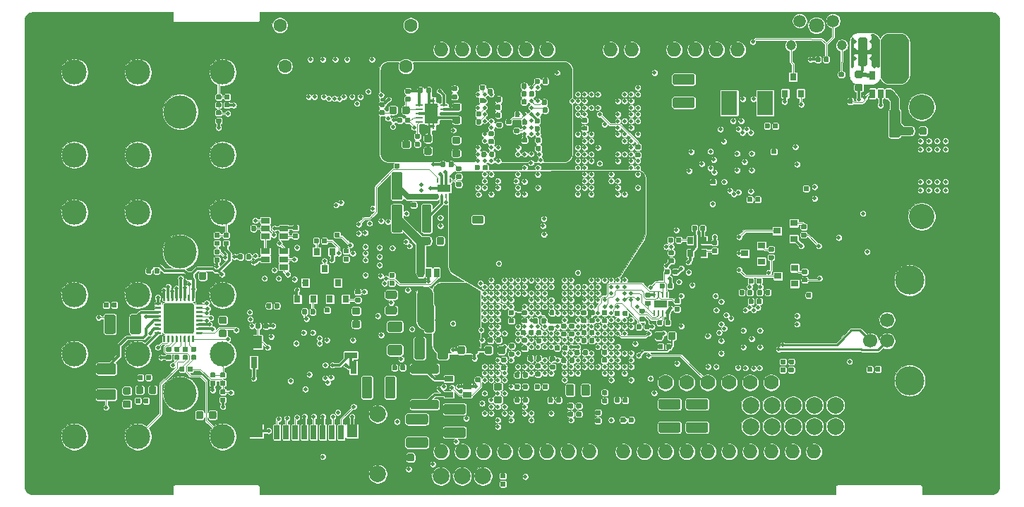
<source format=gbr>
G04 #@! TF.GenerationSoftware,KiCad,Pcbnew,5.1.5-52549c5~84~ubuntu18.04.1*
G04 #@! TF.CreationDate,2019-12-03T23:50:19-05:00*
G04 #@! TF.ProjectId,DFTBoard,44465442-6f61-4726-942e-6b696361645f,rev?*
G04 #@! TF.SameCoordinates,Original*
G04 #@! TF.FileFunction,Copper,L8,Bot*
G04 #@! TF.FilePolarity,Positive*
%FSLAX46Y46*%
G04 Gerber Fmt 4.6, Leading zero omitted, Abs format (unit mm)*
G04 Created by KiCad (PCBNEW 5.1.5-52549c5~84~ubuntu18.04.1) date 2019-12-03 23:50:19*
%MOMM*%
%LPD*%
G04 APERTURE LIST*
%ADD10C,3.048000*%
%ADD11C,0.125000*%
%ADD12O,1.727200X1.727200*%
%ADD13C,2.000000*%
%ADD14C,1.778000*%
%ADD15R,0.850000X0.280000*%
%ADD16R,1.650000X2.400000*%
%ADD17R,0.280000X0.700000*%
%ADD18C,1.200000*%
%ADD19C,1.500000*%
%ADD20C,1.800000*%
%ADD21C,3.000000*%
%ADD22C,4.000000*%
%ADD23R,0.800000X1.400000*%
%ADD24R,1.000000X1.550000*%
%ADD25R,1.500000X0.800000*%
%ADD26R,0.800000X1.500000*%
%ADD27R,1.500000X1.500000*%
%ADD28R,1.300000X1.500000*%
%ADD29R,0.700000X1.750000*%
%ADD30R,0.900000X0.800000*%
%ADD31R,0.800000X0.900000*%
%ADD32R,1.060000X0.650000*%
%ADD33R,0.650000X1.060000*%
%ADD34R,0.250000X0.500000*%
%ADD35R,1.600000X0.900000*%
%ADD36R,0.280000X0.650000*%
%ADD37R,1.950000X2.950000*%
%ADD38R,0.650000X0.850000*%
%ADD39R,1.700000X1.700000*%
%ADD40C,1.700000*%
%ADD41C,3.500000*%
%ADD42C,1.600000*%
%ADD43C,0.480000*%
%ADD44C,0.300000*%
%ADD45C,0.102000*%
%ADD46C,0.280000*%
%ADD47C,0.130000*%
%ADD48C,1.000000*%
%ADD49C,0.700000*%
%ADD50C,0.254000*%
G04 APERTURE END LIST*
D10*
X209641220Y-125570980D03*
X209641220Y-112429020D03*
G04 #@! TA.AperFunction,SMDPad,CuDef*
D11*
G36*
X160636958Y-141790710D02*
G01*
X160651276Y-141792834D01*
X160665317Y-141796351D01*
X160678946Y-141801228D01*
X160692031Y-141807417D01*
X160704447Y-141814858D01*
X160716073Y-141823481D01*
X160726798Y-141833202D01*
X160736519Y-141843927D01*
X160745142Y-141855553D01*
X160752583Y-141867969D01*
X160758772Y-141881054D01*
X160763649Y-141894683D01*
X160767166Y-141908724D01*
X160769290Y-141923042D01*
X160770000Y-141937500D01*
X160770000Y-142232500D01*
X160769290Y-142246958D01*
X160767166Y-142261276D01*
X160763649Y-142275317D01*
X160758772Y-142288946D01*
X160752583Y-142302031D01*
X160745142Y-142314447D01*
X160736519Y-142326073D01*
X160726798Y-142336798D01*
X160716073Y-142346519D01*
X160704447Y-142355142D01*
X160692031Y-142362583D01*
X160678946Y-142368772D01*
X160665317Y-142373649D01*
X160651276Y-142377166D01*
X160636958Y-142379290D01*
X160622500Y-142380000D01*
X160277500Y-142380000D01*
X160263042Y-142379290D01*
X160248724Y-142377166D01*
X160234683Y-142373649D01*
X160221054Y-142368772D01*
X160207969Y-142362583D01*
X160195553Y-142355142D01*
X160183927Y-142346519D01*
X160173202Y-142336798D01*
X160163481Y-142326073D01*
X160154858Y-142314447D01*
X160147417Y-142302031D01*
X160141228Y-142288946D01*
X160136351Y-142275317D01*
X160132834Y-142261276D01*
X160130710Y-142246958D01*
X160130000Y-142232500D01*
X160130000Y-141937500D01*
X160130710Y-141923042D01*
X160132834Y-141908724D01*
X160136351Y-141894683D01*
X160141228Y-141881054D01*
X160147417Y-141867969D01*
X160154858Y-141855553D01*
X160163481Y-141843927D01*
X160173202Y-141833202D01*
X160183927Y-141823481D01*
X160195553Y-141814858D01*
X160207969Y-141807417D01*
X160221054Y-141801228D01*
X160234683Y-141796351D01*
X160248724Y-141792834D01*
X160263042Y-141790710D01*
X160277500Y-141790000D01*
X160622500Y-141790000D01*
X160636958Y-141790710D01*
G37*
G04 #@! TD.AperFunction*
G04 #@! TA.AperFunction,SMDPad,CuDef*
G36*
X160636958Y-140820710D02*
G01*
X160651276Y-140822834D01*
X160665317Y-140826351D01*
X160678946Y-140831228D01*
X160692031Y-140837417D01*
X160704447Y-140844858D01*
X160716073Y-140853481D01*
X160726798Y-140863202D01*
X160736519Y-140873927D01*
X160745142Y-140885553D01*
X160752583Y-140897969D01*
X160758772Y-140911054D01*
X160763649Y-140924683D01*
X160767166Y-140938724D01*
X160769290Y-140953042D01*
X160770000Y-140967500D01*
X160770000Y-141262500D01*
X160769290Y-141276958D01*
X160767166Y-141291276D01*
X160763649Y-141305317D01*
X160758772Y-141318946D01*
X160752583Y-141332031D01*
X160745142Y-141344447D01*
X160736519Y-141356073D01*
X160726798Y-141366798D01*
X160716073Y-141376519D01*
X160704447Y-141385142D01*
X160692031Y-141392583D01*
X160678946Y-141398772D01*
X160665317Y-141403649D01*
X160651276Y-141407166D01*
X160636958Y-141409290D01*
X160622500Y-141410000D01*
X160277500Y-141410000D01*
X160263042Y-141409290D01*
X160248724Y-141407166D01*
X160234683Y-141403649D01*
X160221054Y-141398772D01*
X160207969Y-141392583D01*
X160195553Y-141385142D01*
X160183927Y-141376519D01*
X160173202Y-141366798D01*
X160163481Y-141356073D01*
X160154858Y-141344447D01*
X160147417Y-141332031D01*
X160141228Y-141318946D01*
X160136351Y-141305317D01*
X160132834Y-141291276D01*
X160130710Y-141276958D01*
X160130000Y-141262500D01*
X160130000Y-140967500D01*
X160130710Y-140953042D01*
X160132834Y-140938724D01*
X160136351Y-140924683D01*
X160141228Y-140911054D01*
X160147417Y-140897969D01*
X160154858Y-140885553D01*
X160163481Y-140873927D01*
X160173202Y-140863202D01*
X160183927Y-140853481D01*
X160195553Y-140844858D01*
X160207969Y-140837417D01*
X160221054Y-140831228D01*
X160234683Y-140826351D01*
X160248724Y-140822834D01*
X160263042Y-140820710D01*
X160277500Y-140820000D01*
X160622500Y-140820000D01*
X160636958Y-140820710D01*
G37*
G04 #@! TD.AperFunction*
G04 #@! TA.AperFunction,SMDPad,CuDef*
G36*
X159686958Y-143465710D02*
G01*
X159701276Y-143467834D01*
X159715317Y-143471351D01*
X159728946Y-143476228D01*
X159742031Y-143482417D01*
X159754447Y-143489858D01*
X159766073Y-143498481D01*
X159776798Y-143508202D01*
X159786519Y-143518927D01*
X159795142Y-143530553D01*
X159802583Y-143542969D01*
X159808772Y-143556054D01*
X159813649Y-143569683D01*
X159817166Y-143583724D01*
X159819290Y-143598042D01*
X159820000Y-143612500D01*
X159820000Y-143907500D01*
X159819290Y-143921958D01*
X159817166Y-143936276D01*
X159813649Y-143950317D01*
X159808772Y-143963946D01*
X159802583Y-143977031D01*
X159795142Y-143989447D01*
X159786519Y-144001073D01*
X159776798Y-144011798D01*
X159766073Y-144021519D01*
X159754447Y-144030142D01*
X159742031Y-144037583D01*
X159728946Y-144043772D01*
X159715317Y-144048649D01*
X159701276Y-144052166D01*
X159686958Y-144054290D01*
X159672500Y-144055000D01*
X159327500Y-144055000D01*
X159313042Y-144054290D01*
X159298724Y-144052166D01*
X159284683Y-144048649D01*
X159271054Y-144043772D01*
X159257969Y-144037583D01*
X159245553Y-144030142D01*
X159233927Y-144021519D01*
X159223202Y-144011798D01*
X159213481Y-144001073D01*
X159204858Y-143989447D01*
X159197417Y-143977031D01*
X159191228Y-143963946D01*
X159186351Y-143950317D01*
X159182834Y-143936276D01*
X159180710Y-143921958D01*
X159180000Y-143907500D01*
X159180000Y-143612500D01*
X159180710Y-143598042D01*
X159182834Y-143583724D01*
X159186351Y-143569683D01*
X159191228Y-143556054D01*
X159197417Y-143542969D01*
X159204858Y-143530553D01*
X159213481Y-143518927D01*
X159223202Y-143508202D01*
X159233927Y-143498481D01*
X159245553Y-143489858D01*
X159257969Y-143482417D01*
X159271054Y-143476228D01*
X159284683Y-143471351D01*
X159298724Y-143467834D01*
X159313042Y-143465710D01*
X159327500Y-143465000D01*
X159672500Y-143465000D01*
X159686958Y-143465710D01*
G37*
G04 #@! TD.AperFunction*
G04 #@! TA.AperFunction,SMDPad,CuDef*
G36*
X159686958Y-142495710D02*
G01*
X159701276Y-142497834D01*
X159715317Y-142501351D01*
X159728946Y-142506228D01*
X159742031Y-142512417D01*
X159754447Y-142519858D01*
X159766073Y-142528481D01*
X159776798Y-142538202D01*
X159786519Y-142548927D01*
X159795142Y-142560553D01*
X159802583Y-142572969D01*
X159808772Y-142586054D01*
X159813649Y-142599683D01*
X159817166Y-142613724D01*
X159819290Y-142628042D01*
X159820000Y-142642500D01*
X159820000Y-142937500D01*
X159819290Y-142951958D01*
X159817166Y-142966276D01*
X159813649Y-142980317D01*
X159808772Y-142993946D01*
X159802583Y-143007031D01*
X159795142Y-143019447D01*
X159786519Y-143031073D01*
X159776798Y-143041798D01*
X159766073Y-143051519D01*
X159754447Y-143060142D01*
X159742031Y-143067583D01*
X159728946Y-143073772D01*
X159715317Y-143078649D01*
X159701276Y-143082166D01*
X159686958Y-143084290D01*
X159672500Y-143085000D01*
X159327500Y-143085000D01*
X159313042Y-143084290D01*
X159298724Y-143082166D01*
X159284683Y-143078649D01*
X159271054Y-143073772D01*
X159257969Y-143067583D01*
X159245553Y-143060142D01*
X159233927Y-143051519D01*
X159223202Y-143041798D01*
X159213481Y-143031073D01*
X159204858Y-143019447D01*
X159197417Y-143007031D01*
X159191228Y-142993946D01*
X159186351Y-142980317D01*
X159182834Y-142966276D01*
X159180710Y-142951958D01*
X159180000Y-142937500D01*
X159180000Y-142642500D01*
X159180710Y-142628042D01*
X159182834Y-142613724D01*
X159186351Y-142599683D01*
X159191228Y-142586054D01*
X159197417Y-142572969D01*
X159204858Y-142560553D01*
X159213481Y-142548927D01*
X159223202Y-142538202D01*
X159233927Y-142528481D01*
X159245553Y-142519858D01*
X159257969Y-142512417D01*
X159271054Y-142506228D01*
X159284683Y-142501351D01*
X159298724Y-142497834D01*
X159313042Y-142495710D01*
X159327500Y-142495000D01*
X159672500Y-142495000D01*
X159686958Y-142495710D01*
G37*
G04 #@! TD.AperFunction*
G04 #@! TA.AperFunction,SMDPad,CuDef*
G36*
X147099504Y-140976204D02*
G01*
X147123773Y-140979804D01*
X147147571Y-140985765D01*
X147170671Y-140994030D01*
X147192849Y-141004520D01*
X147213893Y-141017133D01*
X147233598Y-141031747D01*
X147251777Y-141048223D01*
X147268253Y-141066402D01*
X147282867Y-141086107D01*
X147295480Y-141107151D01*
X147305970Y-141129329D01*
X147314235Y-141152429D01*
X147320196Y-141176227D01*
X147323796Y-141200496D01*
X147325000Y-141225000D01*
X147325000Y-141975000D01*
X147323796Y-141999504D01*
X147320196Y-142023773D01*
X147314235Y-142047571D01*
X147305970Y-142070671D01*
X147295480Y-142092849D01*
X147282867Y-142113893D01*
X147268253Y-142133598D01*
X147251777Y-142151777D01*
X147233598Y-142168253D01*
X147213893Y-142182867D01*
X147192849Y-142195480D01*
X147170671Y-142205970D01*
X147147571Y-142214235D01*
X147123773Y-142220196D01*
X147099504Y-142223796D01*
X147075000Y-142225000D01*
X145825000Y-142225000D01*
X145800496Y-142223796D01*
X145776227Y-142220196D01*
X145752429Y-142214235D01*
X145729329Y-142205970D01*
X145707151Y-142195480D01*
X145686107Y-142182867D01*
X145666402Y-142168253D01*
X145648223Y-142151777D01*
X145631747Y-142133598D01*
X145617133Y-142113893D01*
X145604520Y-142092849D01*
X145594030Y-142070671D01*
X145585765Y-142047571D01*
X145579804Y-142023773D01*
X145576204Y-141999504D01*
X145575000Y-141975000D01*
X145575000Y-141225000D01*
X145576204Y-141200496D01*
X145579804Y-141176227D01*
X145585765Y-141152429D01*
X145594030Y-141129329D01*
X145604520Y-141107151D01*
X145617133Y-141086107D01*
X145631747Y-141066402D01*
X145648223Y-141048223D01*
X145666402Y-141031747D01*
X145686107Y-141017133D01*
X145707151Y-141004520D01*
X145729329Y-140994030D01*
X145752429Y-140985765D01*
X145776227Y-140979804D01*
X145800496Y-140976204D01*
X145825000Y-140975000D01*
X147075000Y-140975000D01*
X147099504Y-140976204D01*
G37*
G04 #@! TD.AperFunction*
G04 #@! TA.AperFunction,SMDPad,CuDef*
G36*
X147099504Y-138176204D02*
G01*
X147123773Y-138179804D01*
X147147571Y-138185765D01*
X147170671Y-138194030D01*
X147192849Y-138204520D01*
X147213893Y-138217133D01*
X147233598Y-138231747D01*
X147251777Y-138248223D01*
X147268253Y-138266402D01*
X147282867Y-138286107D01*
X147295480Y-138307151D01*
X147305970Y-138329329D01*
X147314235Y-138352429D01*
X147320196Y-138376227D01*
X147323796Y-138400496D01*
X147325000Y-138425000D01*
X147325000Y-139175000D01*
X147323796Y-139199504D01*
X147320196Y-139223773D01*
X147314235Y-139247571D01*
X147305970Y-139270671D01*
X147295480Y-139292849D01*
X147282867Y-139313893D01*
X147268253Y-139333598D01*
X147251777Y-139351777D01*
X147233598Y-139368253D01*
X147213893Y-139382867D01*
X147192849Y-139395480D01*
X147170671Y-139405970D01*
X147147571Y-139414235D01*
X147123773Y-139420196D01*
X147099504Y-139423796D01*
X147075000Y-139425000D01*
X145825000Y-139425000D01*
X145800496Y-139423796D01*
X145776227Y-139420196D01*
X145752429Y-139414235D01*
X145729329Y-139405970D01*
X145707151Y-139395480D01*
X145686107Y-139382867D01*
X145666402Y-139368253D01*
X145648223Y-139351777D01*
X145631747Y-139333598D01*
X145617133Y-139313893D01*
X145604520Y-139292849D01*
X145594030Y-139270671D01*
X145585765Y-139247571D01*
X145579804Y-139223773D01*
X145576204Y-139199504D01*
X145575000Y-139175000D01*
X145575000Y-138425000D01*
X145576204Y-138400496D01*
X145579804Y-138376227D01*
X145585765Y-138352429D01*
X145594030Y-138329329D01*
X145604520Y-138307151D01*
X145617133Y-138286107D01*
X145631747Y-138266402D01*
X145648223Y-138248223D01*
X145666402Y-138231747D01*
X145686107Y-138217133D01*
X145707151Y-138204520D01*
X145729329Y-138194030D01*
X145752429Y-138185765D01*
X145776227Y-138179804D01*
X145800496Y-138176204D01*
X145825000Y-138175000D01*
X147075000Y-138175000D01*
X147099504Y-138176204D01*
G37*
G04 #@! TD.AperFunction*
D12*
X152000000Y-105540000D03*
X154540000Y-105540000D03*
X157080000Y-105540000D03*
X159620000Y-105540000D03*
X162160000Y-105540000D03*
X187560000Y-105540000D03*
X181464000Y-153800000D03*
X184004000Y-153800000D03*
X186544000Y-153800000D03*
X191624000Y-153800000D03*
X194164000Y-153800000D03*
X196704000Y-153800000D03*
X178924000Y-153800000D03*
X176384000Y-153800000D03*
X173844000Y-153800000D03*
X189084000Y-153800000D03*
X169780000Y-153800000D03*
X167240000Y-153800000D03*
X164700000Y-153800000D03*
X162160000Y-153800000D03*
X159620000Y-153800000D03*
X157080000Y-153800000D03*
X154540000Y-153800000D03*
X152000000Y-153800000D03*
X185020000Y-105540000D03*
X182480000Y-105540000D03*
X179940000Y-105540000D03*
X177400000Y-105540000D03*
X174860000Y-105540000D03*
X172320000Y-105540000D03*
X169780000Y-105540000D03*
X164700000Y-105540000D03*
D13*
X194200000Y-150770000D03*
X194200000Y-148230000D03*
X196740000Y-148230000D03*
X199280000Y-148230000D03*
X199280000Y-150770000D03*
X196740000Y-150770000D03*
X191660000Y-150770000D03*
X191660000Y-148230000D03*
X189120000Y-148230000D03*
X189120000Y-150770000D03*
D14*
X178900000Y-145500000D03*
X181440000Y-145500000D03*
X183980000Y-145500000D03*
X186520000Y-145500000D03*
X189060000Y-145500000D03*
X191600000Y-145500000D03*
D15*
X152315000Y-112210000D03*
X152315000Y-112710000D03*
X152315000Y-113210000D03*
X152315000Y-113710000D03*
X152315000Y-114210000D03*
X149365000Y-114210000D03*
X149365000Y-113710000D03*
X149365000Y-113210000D03*
X149365000Y-112710000D03*
X149365000Y-112210000D03*
D16*
X150840000Y-113210000D03*
D17*
X151090000Y-111660000D03*
X151090000Y-114760000D03*
X150590000Y-111660000D03*
X150590000Y-114760000D03*
D18*
X200050000Y-105025000D03*
X193950000Y-105025000D03*
D19*
X199000000Y-102075000D03*
D20*
X197000000Y-102625000D03*
D19*
X195000000Y-102075000D03*
G04 #@! TA.AperFunction,SMDPad,CuDef*
D11*
G36*
X182199504Y-111276204D02*
G01*
X182223773Y-111279804D01*
X182247571Y-111285765D01*
X182270671Y-111294030D01*
X182292849Y-111304520D01*
X182313893Y-111317133D01*
X182333598Y-111331747D01*
X182351777Y-111348223D01*
X182368253Y-111366402D01*
X182382867Y-111386107D01*
X182395480Y-111407151D01*
X182405970Y-111429329D01*
X182414235Y-111452429D01*
X182420196Y-111476227D01*
X182423796Y-111500496D01*
X182425000Y-111525000D01*
X182425000Y-112275000D01*
X182423796Y-112299504D01*
X182420196Y-112323773D01*
X182414235Y-112347571D01*
X182405970Y-112370671D01*
X182395480Y-112392849D01*
X182382867Y-112413893D01*
X182368253Y-112433598D01*
X182351777Y-112451777D01*
X182333598Y-112468253D01*
X182313893Y-112482867D01*
X182292849Y-112495480D01*
X182270671Y-112505970D01*
X182247571Y-112514235D01*
X182223773Y-112520196D01*
X182199504Y-112523796D01*
X182175000Y-112525000D01*
X180025000Y-112525000D01*
X180000496Y-112523796D01*
X179976227Y-112520196D01*
X179952429Y-112514235D01*
X179929329Y-112505970D01*
X179907151Y-112495480D01*
X179886107Y-112482867D01*
X179866402Y-112468253D01*
X179848223Y-112451777D01*
X179831747Y-112433598D01*
X179817133Y-112413893D01*
X179804520Y-112392849D01*
X179794030Y-112370671D01*
X179785765Y-112347571D01*
X179779804Y-112323773D01*
X179776204Y-112299504D01*
X179775000Y-112275000D01*
X179775000Y-111525000D01*
X179776204Y-111500496D01*
X179779804Y-111476227D01*
X179785765Y-111452429D01*
X179794030Y-111429329D01*
X179804520Y-111407151D01*
X179817133Y-111386107D01*
X179831747Y-111366402D01*
X179848223Y-111348223D01*
X179866402Y-111331747D01*
X179886107Y-111317133D01*
X179907151Y-111304520D01*
X179929329Y-111294030D01*
X179952429Y-111285765D01*
X179976227Y-111279804D01*
X180000496Y-111276204D01*
X180025000Y-111275000D01*
X182175000Y-111275000D01*
X182199504Y-111276204D01*
G37*
G04 #@! TD.AperFunction*
G04 #@! TA.AperFunction,SMDPad,CuDef*
G36*
X182199504Y-108476204D02*
G01*
X182223773Y-108479804D01*
X182247571Y-108485765D01*
X182270671Y-108494030D01*
X182292849Y-108504520D01*
X182313893Y-108517133D01*
X182333598Y-108531747D01*
X182351777Y-108548223D01*
X182368253Y-108566402D01*
X182382867Y-108586107D01*
X182395480Y-108607151D01*
X182405970Y-108629329D01*
X182414235Y-108652429D01*
X182420196Y-108676227D01*
X182423796Y-108700496D01*
X182425000Y-108725000D01*
X182425000Y-109475000D01*
X182423796Y-109499504D01*
X182420196Y-109523773D01*
X182414235Y-109547571D01*
X182405970Y-109570671D01*
X182395480Y-109592849D01*
X182382867Y-109613893D01*
X182368253Y-109633598D01*
X182351777Y-109651777D01*
X182333598Y-109668253D01*
X182313893Y-109682867D01*
X182292849Y-109695480D01*
X182270671Y-109705970D01*
X182247571Y-109714235D01*
X182223773Y-109720196D01*
X182199504Y-109723796D01*
X182175000Y-109725000D01*
X180025000Y-109725000D01*
X180000496Y-109723796D01*
X179976227Y-109720196D01*
X179952429Y-109714235D01*
X179929329Y-109705970D01*
X179907151Y-109695480D01*
X179886107Y-109682867D01*
X179866402Y-109668253D01*
X179848223Y-109651777D01*
X179831747Y-109633598D01*
X179817133Y-109613893D01*
X179804520Y-109592849D01*
X179794030Y-109570671D01*
X179785765Y-109547571D01*
X179779804Y-109523773D01*
X179776204Y-109499504D01*
X179775000Y-109475000D01*
X179775000Y-108725000D01*
X179776204Y-108700496D01*
X179779804Y-108676227D01*
X179785765Y-108652429D01*
X179794030Y-108629329D01*
X179804520Y-108607151D01*
X179817133Y-108586107D01*
X179831747Y-108566402D01*
X179848223Y-108548223D01*
X179866402Y-108531747D01*
X179886107Y-108517133D01*
X179907151Y-108504520D01*
X179929329Y-108494030D01*
X179952429Y-108485765D01*
X179976227Y-108479804D01*
X180000496Y-108476204D01*
X180025000Y-108475000D01*
X182175000Y-108475000D01*
X182199504Y-108476204D01*
G37*
G04 #@! TD.AperFunction*
D21*
X108000000Y-118160000D03*
X115620000Y-118160000D03*
X125780000Y-118160000D03*
X125780000Y-108250000D03*
X115620000Y-108250000D03*
X108000000Y-108250000D03*
D22*
X120700000Y-113000000D03*
D21*
X108000000Y-135000000D03*
X115620000Y-135000000D03*
X125780000Y-135000000D03*
X125780000Y-125090000D03*
X115620000Y-125090000D03*
X108000000Y-125090000D03*
D22*
X120700000Y-129840000D03*
D21*
X108000000Y-152000000D03*
X115620000Y-152000000D03*
X125780000Y-152000000D03*
X125780000Y-142090000D03*
X115620000Y-142090000D03*
X108000000Y-142090000D03*
D22*
X120700000Y-146840000D03*
G04 #@! TA.AperFunction,SMDPad,CuDef*
D11*
G36*
X188226958Y-134380710D02*
G01*
X188241276Y-134382834D01*
X188255317Y-134386351D01*
X188268946Y-134391228D01*
X188282031Y-134397417D01*
X188294447Y-134404858D01*
X188306073Y-134413481D01*
X188316798Y-134423202D01*
X188326519Y-134433927D01*
X188335142Y-134445553D01*
X188342583Y-134457969D01*
X188348772Y-134471054D01*
X188353649Y-134484683D01*
X188357166Y-134498724D01*
X188359290Y-134513042D01*
X188360000Y-134527500D01*
X188360000Y-134872500D01*
X188359290Y-134886958D01*
X188357166Y-134901276D01*
X188353649Y-134915317D01*
X188348772Y-134928946D01*
X188342583Y-134942031D01*
X188335142Y-134954447D01*
X188326519Y-134966073D01*
X188316798Y-134976798D01*
X188306073Y-134986519D01*
X188294447Y-134995142D01*
X188282031Y-135002583D01*
X188268946Y-135008772D01*
X188255317Y-135013649D01*
X188241276Y-135017166D01*
X188226958Y-135019290D01*
X188212500Y-135020000D01*
X187917500Y-135020000D01*
X187903042Y-135019290D01*
X187888724Y-135017166D01*
X187874683Y-135013649D01*
X187861054Y-135008772D01*
X187847969Y-135002583D01*
X187835553Y-134995142D01*
X187823927Y-134986519D01*
X187813202Y-134976798D01*
X187803481Y-134966073D01*
X187794858Y-134954447D01*
X187787417Y-134942031D01*
X187781228Y-134928946D01*
X187776351Y-134915317D01*
X187772834Y-134901276D01*
X187770710Y-134886958D01*
X187770000Y-134872500D01*
X187770000Y-134527500D01*
X187770710Y-134513042D01*
X187772834Y-134498724D01*
X187776351Y-134484683D01*
X187781228Y-134471054D01*
X187787417Y-134457969D01*
X187794858Y-134445553D01*
X187803481Y-134433927D01*
X187813202Y-134423202D01*
X187823927Y-134413481D01*
X187835553Y-134404858D01*
X187847969Y-134397417D01*
X187861054Y-134391228D01*
X187874683Y-134386351D01*
X187888724Y-134382834D01*
X187903042Y-134380710D01*
X187917500Y-134380000D01*
X188212500Y-134380000D01*
X188226958Y-134380710D01*
G37*
G04 #@! TD.AperFunction*
G04 #@! TA.AperFunction,SMDPad,CuDef*
G36*
X189196958Y-134380710D02*
G01*
X189211276Y-134382834D01*
X189225317Y-134386351D01*
X189238946Y-134391228D01*
X189252031Y-134397417D01*
X189264447Y-134404858D01*
X189276073Y-134413481D01*
X189286798Y-134423202D01*
X189296519Y-134433927D01*
X189305142Y-134445553D01*
X189312583Y-134457969D01*
X189318772Y-134471054D01*
X189323649Y-134484683D01*
X189327166Y-134498724D01*
X189329290Y-134513042D01*
X189330000Y-134527500D01*
X189330000Y-134872500D01*
X189329290Y-134886958D01*
X189327166Y-134901276D01*
X189323649Y-134915317D01*
X189318772Y-134928946D01*
X189312583Y-134942031D01*
X189305142Y-134954447D01*
X189296519Y-134966073D01*
X189286798Y-134976798D01*
X189276073Y-134986519D01*
X189264447Y-134995142D01*
X189252031Y-135002583D01*
X189238946Y-135008772D01*
X189225317Y-135013649D01*
X189211276Y-135017166D01*
X189196958Y-135019290D01*
X189182500Y-135020000D01*
X188887500Y-135020000D01*
X188873042Y-135019290D01*
X188858724Y-135017166D01*
X188844683Y-135013649D01*
X188831054Y-135008772D01*
X188817969Y-135002583D01*
X188805553Y-134995142D01*
X188793927Y-134986519D01*
X188783202Y-134976798D01*
X188773481Y-134966073D01*
X188764858Y-134954447D01*
X188757417Y-134942031D01*
X188751228Y-134928946D01*
X188746351Y-134915317D01*
X188742834Y-134901276D01*
X188740710Y-134886958D01*
X188740000Y-134872500D01*
X188740000Y-134527500D01*
X188740710Y-134513042D01*
X188742834Y-134498724D01*
X188746351Y-134484683D01*
X188751228Y-134471054D01*
X188757417Y-134457969D01*
X188764858Y-134445553D01*
X188773481Y-134433927D01*
X188783202Y-134423202D01*
X188793927Y-134413481D01*
X188805553Y-134404858D01*
X188817969Y-134397417D01*
X188831054Y-134391228D01*
X188844683Y-134386351D01*
X188858724Y-134382834D01*
X188873042Y-134380710D01*
X188887500Y-134380000D01*
X189182500Y-134380000D01*
X189196958Y-134380710D01*
G37*
G04 #@! TD.AperFunction*
G04 #@! TA.AperFunction,SMDPad,CuDef*
G36*
X191346958Y-134380710D02*
G01*
X191361276Y-134382834D01*
X191375317Y-134386351D01*
X191388946Y-134391228D01*
X191402031Y-134397417D01*
X191414447Y-134404858D01*
X191426073Y-134413481D01*
X191436798Y-134423202D01*
X191446519Y-134433927D01*
X191455142Y-134445553D01*
X191462583Y-134457969D01*
X191468772Y-134471054D01*
X191473649Y-134484683D01*
X191477166Y-134498724D01*
X191479290Y-134513042D01*
X191480000Y-134527500D01*
X191480000Y-134872500D01*
X191479290Y-134886958D01*
X191477166Y-134901276D01*
X191473649Y-134915317D01*
X191468772Y-134928946D01*
X191462583Y-134942031D01*
X191455142Y-134954447D01*
X191446519Y-134966073D01*
X191436798Y-134976798D01*
X191426073Y-134986519D01*
X191414447Y-134995142D01*
X191402031Y-135002583D01*
X191388946Y-135008772D01*
X191375317Y-135013649D01*
X191361276Y-135017166D01*
X191346958Y-135019290D01*
X191332500Y-135020000D01*
X191037500Y-135020000D01*
X191023042Y-135019290D01*
X191008724Y-135017166D01*
X190994683Y-135013649D01*
X190981054Y-135008772D01*
X190967969Y-135002583D01*
X190955553Y-134995142D01*
X190943927Y-134986519D01*
X190933202Y-134976798D01*
X190923481Y-134966073D01*
X190914858Y-134954447D01*
X190907417Y-134942031D01*
X190901228Y-134928946D01*
X190896351Y-134915317D01*
X190892834Y-134901276D01*
X190890710Y-134886958D01*
X190890000Y-134872500D01*
X190890000Y-134527500D01*
X190890710Y-134513042D01*
X190892834Y-134498724D01*
X190896351Y-134484683D01*
X190901228Y-134471054D01*
X190907417Y-134457969D01*
X190914858Y-134445553D01*
X190923481Y-134433927D01*
X190933202Y-134423202D01*
X190943927Y-134413481D01*
X190955553Y-134404858D01*
X190967969Y-134397417D01*
X190981054Y-134391228D01*
X190994683Y-134386351D01*
X191008724Y-134382834D01*
X191023042Y-134380710D01*
X191037500Y-134380000D01*
X191332500Y-134380000D01*
X191346958Y-134380710D01*
G37*
G04 #@! TD.AperFunction*
G04 #@! TA.AperFunction,SMDPad,CuDef*
G36*
X190376958Y-134380710D02*
G01*
X190391276Y-134382834D01*
X190405317Y-134386351D01*
X190418946Y-134391228D01*
X190432031Y-134397417D01*
X190444447Y-134404858D01*
X190456073Y-134413481D01*
X190466798Y-134423202D01*
X190476519Y-134433927D01*
X190485142Y-134445553D01*
X190492583Y-134457969D01*
X190498772Y-134471054D01*
X190503649Y-134484683D01*
X190507166Y-134498724D01*
X190509290Y-134513042D01*
X190510000Y-134527500D01*
X190510000Y-134872500D01*
X190509290Y-134886958D01*
X190507166Y-134901276D01*
X190503649Y-134915317D01*
X190498772Y-134928946D01*
X190492583Y-134942031D01*
X190485142Y-134954447D01*
X190476519Y-134966073D01*
X190466798Y-134976798D01*
X190456073Y-134986519D01*
X190444447Y-134995142D01*
X190432031Y-135002583D01*
X190418946Y-135008772D01*
X190405317Y-135013649D01*
X190391276Y-135017166D01*
X190376958Y-135019290D01*
X190362500Y-135020000D01*
X190067500Y-135020000D01*
X190053042Y-135019290D01*
X190038724Y-135017166D01*
X190024683Y-135013649D01*
X190011054Y-135008772D01*
X189997969Y-135002583D01*
X189985553Y-134995142D01*
X189973927Y-134986519D01*
X189963202Y-134976798D01*
X189953481Y-134966073D01*
X189944858Y-134954447D01*
X189937417Y-134942031D01*
X189931228Y-134928946D01*
X189926351Y-134915317D01*
X189922834Y-134901276D01*
X189920710Y-134886958D01*
X189920000Y-134872500D01*
X189920000Y-134527500D01*
X189920710Y-134513042D01*
X189922834Y-134498724D01*
X189926351Y-134484683D01*
X189931228Y-134471054D01*
X189937417Y-134457969D01*
X189944858Y-134445553D01*
X189953481Y-134433927D01*
X189963202Y-134423202D01*
X189973927Y-134413481D01*
X189985553Y-134404858D01*
X189997969Y-134397417D01*
X190011054Y-134391228D01*
X190024683Y-134386351D01*
X190038724Y-134382834D01*
X190053042Y-134380710D01*
X190067500Y-134380000D01*
X190362500Y-134380000D01*
X190376958Y-134380710D01*
G37*
G04 #@! TD.AperFunction*
G04 #@! TA.AperFunction,SMDPad,CuDef*
G36*
X190296958Y-132980710D02*
G01*
X190311276Y-132982834D01*
X190325317Y-132986351D01*
X190338946Y-132991228D01*
X190352031Y-132997417D01*
X190364447Y-133004858D01*
X190376073Y-133013481D01*
X190386798Y-133023202D01*
X190396519Y-133033927D01*
X190405142Y-133045553D01*
X190412583Y-133057969D01*
X190418772Y-133071054D01*
X190423649Y-133084683D01*
X190427166Y-133098724D01*
X190429290Y-133113042D01*
X190430000Y-133127500D01*
X190430000Y-133472500D01*
X190429290Y-133486958D01*
X190427166Y-133501276D01*
X190423649Y-133515317D01*
X190418772Y-133528946D01*
X190412583Y-133542031D01*
X190405142Y-133554447D01*
X190396519Y-133566073D01*
X190386798Y-133576798D01*
X190376073Y-133586519D01*
X190364447Y-133595142D01*
X190352031Y-133602583D01*
X190338946Y-133608772D01*
X190325317Y-133613649D01*
X190311276Y-133617166D01*
X190296958Y-133619290D01*
X190282500Y-133620000D01*
X189987500Y-133620000D01*
X189973042Y-133619290D01*
X189958724Y-133617166D01*
X189944683Y-133613649D01*
X189931054Y-133608772D01*
X189917969Y-133602583D01*
X189905553Y-133595142D01*
X189893927Y-133586519D01*
X189883202Y-133576798D01*
X189873481Y-133566073D01*
X189864858Y-133554447D01*
X189857417Y-133542031D01*
X189851228Y-133528946D01*
X189846351Y-133515317D01*
X189842834Y-133501276D01*
X189840710Y-133486958D01*
X189840000Y-133472500D01*
X189840000Y-133127500D01*
X189840710Y-133113042D01*
X189842834Y-133098724D01*
X189846351Y-133084683D01*
X189851228Y-133071054D01*
X189857417Y-133057969D01*
X189864858Y-133045553D01*
X189873481Y-133033927D01*
X189883202Y-133023202D01*
X189893927Y-133013481D01*
X189905553Y-133004858D01*
X189917969Y-132997417D01*
X189931054Y-132991228D01*
X189944683Y-132986351D01*
X189958724Y-132982834D01*
X189973042Y-132980710D01*
X189987500Y-132980000D01*
X190282500Y-132980000D01*
X190296958Y-132980710D01*
G37*
G04 #@! TD.AperFunction*
G04 #@! TA.AperFunction,SMDPad,CuDef*
G36*
X189326958Y-132980710D02*
G01*
X189341276Y-132982834D01*
X189355317Y-132986351D01*
X189368946Y-132991228D01*
X189382031Y-132997417D01*
X189394447Y-133004858D01*
X189406073Y-133013481D01*
X189416798Y-133023202D01*
X189426519Y-133033927D01*
X189435142Y-133045553D01*
X189442583Y-133057969D01*
X189448772Y-133071054D01*
X189453649Y-133084683D01*
X189457166Y-133098724D01*
X189459290Y-133113042D01*
X189460000Y-133127500D01*
X189460000Y-133472500D01*
X189459290Y-133486958D01*
X189457166Y-133501276D01*
X189453649Y-133515317D01*
X189448772Y-133528946D01*
X189442583Y-133542031D01*
X189435142Y-133554447D01*
X189426519Y-133566073D01*
X189416798Y-133576798D01*
X189406073Y-133586519D01*
X189394447Y-133595142D01*
X189382031Y-133602583D01*
X189368946Y-133608772D01*
X189355317Y-133613649D01*
X189341276Y-133617166D01*
X189326958Y-133619290D01*
X189312500Y-133620000D01*
X189017500Y-133620000D01*
X189003042Y-133619290D01*
X188988724Y-133617166D01*
X188974683Y-133613649D01*
X188961054Y-133608772D01*
X188947969Y-133602583D01*
X188935553Y-133595142D01*
X188923927Y-133586519D01*
X188913202Y-133576798D01*
X188903481Y-133566073D01*
X188894858Y-133554447D01*
X188887417Y-133542031D01*
X188881228Y-133528946D01*
X188876351Y-133515317D01*
X188872834Y-133501276D01*
X188870710Y-133486958D01*
X188870000Y-133472500D01*
X188870000Y-133127500D01*
X188870710Y-133113042D01*
X188872834Y-133098724D01*
X188876351Y-133084683D01*
X188881228Y-133071054D01*
X188887417Y-133057969D01*
X188894858Y-133045553D01*
X188903481Y-133033927D01*
X188913202Y-133023202D01*
X188923927Y-133013481D01*
X188935553Y-133004858D01*
X188947969Y-132997417D01*
X188961054Y-132991228D01*
X188974683Y-132986351D01*
X188988724Y-132982834D01*
X189003042Y-132980710D01*
X189017500Y-132980000D01*
X189312500Y-132980000D01*
X189326958Y-132980710D01*
G37*
G04 #@! TD.AperFunction*
G04 #@! TA.AperFunction,SMDPad,CuDef*
G36*
X169386958Y-114690710D02*
G01*
X169401276Y-114692834D01*
X169415317Y-114696351D01*
X169428946Y-114701228D01*
X169442031Y-114707417D01*
X169454447Y-114714858D01*
X169466073Y-114723481D01*
X169476798Y-114733202D01*
X169486519Y-114743927D01*
X169495142Y-114755553D01*
X169502583Y-114767969D01*
X169508772Y-114781054D01*
X169513649Y-114794683D01*
X169517166Y-114808724D01*
X169519290Y-114823042D01*
X169520000Y-114837500D01*
X169520000Y-115132500D01*
X169519290Y-115146958D01*
X169517166Y-115161276D01*
X169513649Y-115175317D01*
X169508772Y-115188946D01*
X169502583Y-115202031D01*
X169495142Y-115214447D01*
X169486519Y-115226073D01*
X169476798Y-115236798D01*
X169466073Y-115246519D01*
X169454447Y-115255142D01*
X169442031Y-115262583D01*
X169428946Y-115268772D01*
X169415317Y-115273649D01*
X169401276Y-115277166D01*
X169386958Y-115279290D01*
X169372500Y-115280000D01*
X169027500Y-115280000D01*
X169013042Y-115279290D01*
X168998724Y-115277166D01*
X168984683Y-115273649D01*
X168971054Y-115268772D01*
X168957969Y-115262583D01*
X168945553Y-115255142D01*
X168933927Y-115246519D01*
X168923202Y-115236798D01*
X168913481Y-115226073D01*
X168904858Y-115214447D01*
X168897417Y-115202031D01*
X168891228Y-115188946D01*
X168886351Y-115175317D01*
X168882834Y-115161276D01*
X168880710Y-115146958D01*
X168880000Y-115132500D01*
X168880000Y-114837500D01*
X168880710Y-114823042D01*
X168882834Y-114808724D01*
X168886351Y-114794683D01*
X168891228Y-114781054D01*
X168897417Y-114767969D01*
X168904858Y-114755553D01*
X168913481Y-114743927D01*
X168923202Y-114733202D01*
X168933927Y-114723481D01*
X168945553Y-114714858D01*
X168957969Y-114707417D01*
X168971054Y-114701228D01*
X168984683Y-114696351D01*
X168998724Y-114692834D01*
X169013042Y-114690710D01*
X169027500Y-114690000D01*
X169372500Y-114690000D01*
X169386958Y-114690710D01*
G37*
G04 #@! TD.AperFunction*
G04 #@! TA.AperFunction,SMDPad,CuDef*
G36*
X169386958Y-113720710D02*
G01*
X169401276Y-113722834D01*
X169415317Y-113726351D01*
X169428946Y-113731228D01*
X169442031Y-113737417D01*
X169454447Y-113744858D01*
X169466073Y-113753481D01*
X169476798Y-113763202D01*
X169486519Y-113773927D01*
X169495142Y-113785553D01*
X169502583Y-113797969D01*
X169508772Y-113811054D01*
X169513649Y-113824683D01*
X169517166Y-113838724D01*
X169519290Y-113853042D01*
X169520000Y-113867500D01*
X169520000Y-114162500D01*
X169519290Y-114176958D01*
X169517166Y-114191276D01*
X169513649Y-114205317D01*
X169508772Y-114218946D01*
X169502583Y-114232031D01*
X169495142Y-114244447D01*
X169486519Y-114256073D01*
X169476798Y-114266798D01*
X169466073Y-114276519D01*
X169454447Y-114285142D01*
X169442031Y-114292583D01*
X169428946Y-114298772D01*
X169415317Y-114303649D01*
X169401276Y-114307166D01*
X169386958Y-114309290D01*
X169372500Y-114310000D01*
X169027500Y-114310000D01*
X169013042Y-114309290D01*
X168998724Y-114307166D01*
X168984683Y-114303649D01*
X168971054Y-114298772D01*
X168957969Y-114292583D01*
X168945553Y-114285142D01*
X168933927Y-114276519D01*
X168923202Y-114266798D01*
X168913481Y-114256073D01*
X168904858Y-114244447D01*
X168897417Y-114232031D01*
X168891228Y-114218946D01*
X168886351Y-114205317D01*
X168882834Y-114191276D01*
X168880710Y-114176958D01*
X168880000Y-114162500D01*
X168880000Y-113867500D01*
X168880710Y-113853042D01*
X168882834Y-113838724D01*
X168886351Y-113824683D01*
X168891228Y-113811054D01*
X168897417Y-113797969D01*
X168904858Y-113785553D01*
X168913481Y-113773927D01*
X168923202Y-113763202D01*
X168933927Y-113753481D01*
X168945553Y-113744858D01*
X168957969Y-113737417D01*
X168971054Y-113731228D01*
X168984683Y-113726351D01*
X168998724Y-113722834D01*
X169013042Y-113720710D01*
X169027500Y-113720000D01*
X169372500Y-113720000D01*
X169386958Y-113720710D01*
G37*
G04 #@! TD.AperFunction*
G04 #@! TA.AperFunction,SMDPad,CuDef*
G36*
X165386958Y-137720710D02*
G01*
X165401276Y-137722834D01*
X165415317Y-137726351D01*
X165428946Y-137731228D01*
X165442031Y-137737417D01*
X165454447Y-137744858D01*
X165466073Y-137753481D01*
X165476798Y-137763202D01*
X165486519Y-137773927D01*
X165495142Y-137785553D01*
X165502583Y-137797969D01*
X165508772Y-137811054D01*
X165513649Y-137824683D01*
X165517166Y-137838724D01*
X165519290Y-137853042D01*
X165520000Y-137867500D01*
X165520000Y-138162500D01*
X165519290Y-138176958D01*
X165517166Y-138191276D01*
X165513649Y-138205317D01*
X165508772Y-138218946D01*
X165502583Y-138232031D01*
X165495142Y-138244447D01*
X165486519Y-138256073D01*
X165476798Y-138266798D01*
X165466073Y-138276519D01*
X165454447Y-138285142D01*
X165442031Y-138292583D01*
X165428946Y-138298772D01*
X165415317Y-138303649D01*
X165401276Y-138307166D01*
X165386958Y-138309290D01*
X165372500Y-138310000D01*
X165027500Y-138310000D01*
X165013042Y-138309290D01*
X164998724Y-138307166D01*
X164984683Y-138303649D01*
X164971054Y-138298772D01*
X164957969Y-138292583D01*
X164945553Y-138285142D01*
X164933927Y-138276519D01*
X164923202Y-138266798D01*
X164913481Y-138256073D01*
X164904858Y-138244447D01*
X164897417Y-138232031D01*
X164891228Y-138218946D01*
X164886351Y-138205317D01*
X164882834Y-138191276D01*
X164880710Y-138176958D01*
X164880000Y-138162500D01*
X164880000Y-137867500D01*
X164880710Y-137853042D01*
X164882834Y-137838724D01*
X164886351Y-137824683D01*
X164891228Y-137811054D01*
X164897417Y-137797969D01*
X164904858Y-137785553D01*
X164913481Y-137773927D01*
X164923202Y-137763202D01*
X164933927Y-137753481D01*
X164945553Y-137744858D01*
X164957969Y-137737417D01*
X164971054Y-137731228D01*
X164984683Y-137726351D01*
X164998724Y-137722834D01*
X165013042Y-137720710D01*
X165027500Y-137720000D01*
X165372500Y-137720000D01*
X165386958Y-137720710D01*
G37*
G04 #@! TD.AperFunction*
G04 #@! TA.AperFunction,SMDPad,CuDef*
G36*
X165386958Y-138690710D02*
G01*
X165401276Y-138692834D01*
X165415317Y-138696351D01*
X165428946Y-138701228D01*
X165442031Y-138707417D01*
X165454447Y-138714858D01*
X165466073Y-138723481D01*
X165476798Y-138733202D01*
X165486519Y-138743927D01*
X165495142Y-138755553D01*
X165502583Y-138767969D01*
X165508772Y-138781054D01*
X165513649Y-138794683D01*
X165517166Y-138808724D01*
X165519290Y-138823042D01*
X165520000Y-138837500D01*
X165520000Y-139132500D01*
X165519290Y-139146958D01*
X165517166Y-139161276D01*
X165513649Y-139175317D01*
X165508772Y-139188946D01*
X165502583Y-139202031D01*
X165495142Y-139214447D01*
X165486519Y-139226073D01*
X165476798Y-139236798D01*
X165466073Y-139246519D01*
X165454447Y-139255142D01*
X165442031Y-139262583D01*
X165428946Y-139268772D01*
X165415317Y-139273649D01*
X165401276Y-139277166D01*
X165386958Y-139279290D01*
X165372500Y-139280000D01*
X165027500Y-139280000D01*
X165013042Y-139279290D01*
X164998724Y-139277166D01*
X164984683Y-139273649D01*
X164971054Y-139268772D01*
X164957969Y-139262583D01*
X164945553Y-139255142D01*
X164933927Y-139246519D01*
X164923202Y-139236798D01*
X164913481Y-139226073D01*
X164904858Y-139214447D01*
X164897417Y-139202031D01*
X164891228Y-139188946D01*
X164886351Y-139175317D01*
X164882834Y-139161276D01*
X164880710Y-139146958D01*
X164880000Y-139132500D01*
X164880000Y-138837500D01*
X164880710Y-138823042D01*
X164882834Y-138808724D01*
X164886351Y-138794683D01*
X164891228Y-138781054D01*
X164897417Y-138767969D01*
X164904858Y-138755553D01*
X164913481Y-138743927D01*
X164923202Y-138733202D01*
X164933927Y-138723481D01*
X164945553Y-138714858D01*
X164957969Y-138707417D01*
X164971054Y-138701228D01*
X164984683Y-138696351D01*
X164998724Y-138692834D01*
X165013042Y-138690710D01*
X165027500Y-138690000D01*
X165372500Y-138690000D01*
X165386958Y-138690710D01*
G37*
G04 #@! TD.AperFunction*
G04 #@! TA.AperFunction,SMDPad,CuDef*
G36*
X148552691Y-154026053D02*
G01*
X148573926Y-154029203D01*
X148594750Y-154034419D01*
X148614962Y-154041651D01*
X148634368Y-154050830D01*
X148652781Y-154061866D01*
X148670024Y-154074654D01*
X148685930Y-154089070D01*
X148700346Y-154104976D01*
X148713134Y-154122219D01*
X148724170Y-154140632D01*
X148733349Y-154160038D01*
X148740581Y-154180250D01*
X148745797Y-154201074D01*
X148748947Y-154222309D01*
X148750000Y-154243750D01*
X148750000Y-154756250D01*
X148748947Y-154777691D01*
X148745797Y-154798926D01*
X148740581Y-154819750D01*
X148733349Y-154839962D01*
X148724170Y-154859368D01*
X148713134Y-154877781D01*
X148700346Y-154895024D01*
X148685930Y-154910930D01*
X148670024Y-154925346D01*
X148652781Y-154938134D01*
X148634368Y-154949170D01*
X148614962Y-154958349D01*
X148594750Y-154965581D01*
X148573926Y-154970797D01*
X148552691Y-154973947D01*
X148531250Y-154975000D01*
X148093750Y-154975000D01*
X148072309Y-154973947D01*
X148051074Y-154970797D01*
X148030250Y-154965581D01*
X148010038Y-154958349D01*
X147990632Y-154949170D01*
X147972219Y-154938134D01*
X147954976Y-154925346D01*
X147939070Y-154910930D01*
X147924654Y-154895024D01*
X147911866Y-154877781D01*
X147900830Y-154859368D01*
X147891651Y-154839962D01*
X147884419Y-154819750D01*
X147879203Y-154798926D01*
X147876053Y-154777691D01*
X147875000Y-154756250D01*
X147875000Y-154243750D01*
X147876053Y-154222309D01*
X147879203Y-154201074D01*
X147884419Y-154180250D01*
X147891651Y-154160038D01*
X147900830Y-154140632D01*
X147911866Y-154122219D01*
X147924654Y-154104976D01*
X147939070Y-154089070D01*
X147954976Y-154074654D01*
X147972219Y-154061866D01*
X147990632Y-154050830D01*
X148010038Y-154041651D01*
X148030250Y-154034419D01*
X148051074Y-154029203D01*
X148072309Y-154026053D01*
X148093750Y-154025000D01*
X148531250Y-154025000D01*
X148552691Y-154026053D01*
G37*
G04 #@! TD.AperFunction*
G04 #@! TA.AperFunction,SMDPad,CuDef*
G36*
X150127691Y-154026053D02*
G01*
X150148926Y-154029203D01*
X150169750Y-154034419D01*
X150189962Y-154041651D01*
X150209368Y-154050830D01*
X150227781Y-154061866D01*
X150245024Y-154074654D01*
X150260930Y-154089070D01*
X150275346Y-154104976D01*
X150288134Y-154122219D01*
X150299170Y-154140632D01*
X150308349Y-154160038D01*
X150315581Y-154180250D01*
X150320797Y-154201074D01*
X150323947Y-154222309D01*
X150325000Y-154243750D01*
X150325000Y-154756250D01*
X150323947Y-154777691D01*
X150320797Y-154798926D01*
X150315581Y-154819750D01*
X150308349Y-154839962D01*
X150299170Y-154859368D01*
X150288134Y-154877781D01*
X150275346Y-154895024D01*
X150260930Y-154910930D01*
X150245024Y-154925346D01*
X150227781Y-154938134D01*
X150209368Y-154949170D01*
X150189962Y-154958349D01*
X150169750Y-154965581D01*
X150148926Y-154970797D01*
X150127691Y-154973947D01*
X150106250Y-154975000D01*
X149668750Y-154975000D01*
X149647309Y-154973947D01*
X149626074Y-154970797D01*
X149605250Y-154965581D01*
X149585038Y-154958349D01*
X149565632Y-154949170D01*
X149547219Y-154938134D01*
X149529976Y-154925346D01*
X149514070Y-154910930D01*
X149499654Y-154895024D01*
X149486866Y-154877781D01*
X149475830Y-154859368D01*
X149466651Y-154839962D01*
X149459419Y-154819750D01*
X149454203Y-154798926D01*
X149451053Y-154777691D01*
X149450000Y-154756250D01*
X149450000Y-154243750D01*
X149451053Y-154222309D01*
X149454203Y-154201074D01*
X149459419Y-154180250D01*
X149466651Y-154160038D01*
X149475830Y-154140632D01*
X149486866Y-154122219D01*
X149499654Y-154104976D01*
X149514070Y-154089070D01*
X149529976Y-154074654D01*
X149547219Y-154061866D01*
X149565632Y-154050830D01*
X149585038Y-154041651D01*
X149605250Y-154034419D01*
X149626074Y-154029203D01*
X149647309Y-154026053D01*
X149668750Y-154025000D01*
X150106250Y-154025000D01*
X150127691Y-154026053D01*
G37*
G04 #@! TD.AperFunction*
G04 #@! TA.AperFunction,SMDPad,CuDef*
G36*
X210027691Y-114826053D02*
G01*
X210048926Y-114829203D01*
X210069750Y-114834419D01*
X210089962Y-114841651D01*
X210109368Y-114850830D01*
X210127781Y-114861866D01*
X210145024Y-114874654D01*
X210160930Y-114889070D01*
X210175346Y-114904976D01*
X210188134Y-114922219D01*
X210199170Y-114940632D01*
X210208349Y-114960038D01*
X210215581Y-114980250D01*
X210220797Y-115001074D01*
X210223947Y-115022309D01*
X210225000Y-115043750D01*
X210225000Y-115556250D01*
X210223947Y-115577691D01*
X210220797Y-115598926D01*
X210215581Y-115619750D01*
X210208349Y-115639962D01*
X210199170Y-115659368D01*
X210188134Y-115677781D01*
X210175346Y-115695024D01*
X210160930Y-115710930D01*
X210145024Y-115725346D01*
X210127781Y-115738134D01*
X210109368Y-115749170D01*
X210089962Y-115758349D01*
X210069750Y-115765581D01*
X210048926Y-115770797D01*
X210027691Y-115773947D01*
X210006250Y-115775000D01*
X209568750Y-115775000D01*
X209547309Y-115773947D01*
X209526074Y-115770797D01*
X209505250Y-115765581D01*
X209485038Y-115758349D01*
X209465632Y-115749170D01*
X209447219Y-115738134D01*
X209429976Y-115725346D01*
X209414070Y-115710930D01*
X209399654Y-115695024D01*
X209386866Y-115677781D01*
X209375830Y-115659368D01*
X209366651Y-115639962D01*
X209359419Y-115619750D01*
X209354203Y-115598926D01*
X209351053Y-115577691D01*
X209350000Y-115556250D01*
X209350000Y-115043750D01*
X209351053Y-115022309D01*
X209354203Y-115001074D01*
X209359419Y-114980250D01*
X209366651Y-114960038D01*
X209375830Y-114940632D01*
X209386866Y-114922219D01*
X209399654Y-114904976D01*
X209414070Y-114889070D01*
X209429976Y-114874654D01*
X209447219Y-114861866D01*
X209465632Y-114850830D01*
X209485038Y-114841651D01*
X209505250Y-114834419D01*
X209526074Y-114829203D01*
X209547309Y-114826053D01*
X209568750Y-114825000D01*
X210006250Y-114825000D01*
X210027691Y-114826053D01*
G37*
G04 #@! TD.AperFunction*
G04 #@! TA.AperFunction,SMDPad,CuDef*
G36*
X208452691Y-114826053D02*
G01*
X208473926Y-114829203D01*
X208494750Y-114834419D01*
X208514962Y-114841651D01*
X208534368Y-114850830D01*
X208552781Y-114861866D01*
X208570024Y-114874654D01*
X208585930Y-114889070D01*
X208600346Y-114904976D01*
X208613134Y-114922219D01*
X208624170Y-114940632D01*
X208633349Y-114960038D01*
X208640581Y-114980250D01*
X208645797Y-115001074D01*
X208648947Y-115022309D01*
X208650000Y-115043750D01*
X208650000Y-115556250D01*
X208648947Y-115577691D01*
X208645797Y-115598926D01*
X208640581Y-115619750D01*
X208633349Y-115639962D01*
X208624170Y-115659368D01*
X208613134Y-115677781D01*
X208600346Y-115695024D01*
X208585930Y-115710930D01*
X208570024Y-115725346D01*
X208552781Y-115738134D01*
X208534368Y-115749170D01*
X208514962Y-115758349D01*
X208494750Y-115765581D01*
X208473926Y-115770797D01*
X208452691Y-115773947D01*
X208431250Y-115775000D01*
X207993750Y-115775000D01*
X207972309Y-115773947D01*
X207951074Y-115770797D01*
X207930250Y-115765581D01*
X207910038Y-115758349D01*
X207890632Y-115749170D01*
X207872219Y-115738134D01*
X207854976Y-115725346D01*
X207839070Y-115710930D01*
X207824654Y-115695024D01*
X207811866Y-115677781D01*
X207800830Y-115659368D01*
X207791651Y-115639962D01*
X207784419Y-115619750D01*
X207779203Y-115598926D01*
X207776053Y-115577691D01*
X207775000Y-115556250D01*
X207775000Y-115043750D01*
X207776053Y-115022309D01*
X207779203Y-115001074D01*
X207784419Y-114980250D01*
X207791651Y-114960038D01*
X207800830Y-114940632D01*
X207811866Y-114922219D01*
X207824654Y-114904976D01*
X207839070Y-114889070D01*
X207854976Y-114874654D01*
X207872219Y-114861866D01*
X207890632Y-114850830D01*
X207910038Y-114841651D01*
X207930250Y-114834419D01*
X207951074Y-114829203D01*
X207972309Y-114826053D01*
X207993750Y-114825000D01*
X208431250Y-114825000D01*
X208452691Y-114826053D01*
G37*
G04 #@! TD.AperFunction*
G04 #@! TA.AperFunction,SMDPad,CuDef*
G36*
X149799504Y-140076204D02*
G01*
X149823773Y-140079804D01*
X149847571Y-140085765D01*
X149870671Y-140094030D01*
X149892849Y-140104520D01*
X149913893Y-140117133D01*
X149933598Y-140131747D01*
X149951777Y-140148223D01*
X149968253Y-140166402D01*
X149982867Y-140186107D01*
X149995480Y-140207151D01*
X150005970Y-140229329D01*
X150014235Y-140252429D01*
X150020196Y-140276227D01*
X150023796Y-140300496D01*
X150025000Y-140325000D01*
X150025000Y-142475000D01*
X150023796Y-142499504D01*
X150020196Y-142523773D01*
X150014235Y-142547571D01*
X150005970Y-142570671D01*
X149995480Y-142592849D01*
X149982867Y-142613893D01*
X149968253Y-142633598D01*
X149951777Y-142651777D01*
X149933598Y-142668253D01*
X149913893Y-142682867D01*
X149892849Y-142695480D01*
X149870671Y-142705970D01*
X149847571Y-142714235D01*
X149823773Y-142720196D01*
X149799504Y-142723796D01*
X149775000Y-142725000D01*
X149025000Y-142725000D01*
X149000496Y-142723796D01*
X148976227Y-142720196D01*
X148952429Y-142714235D01*
X148929329Y-142705970D01*
X148907151Y-142695480D01*
X148886107Y-142682867D01*
X148866402Y-142668253D01*
X148848223Y-142651777D01*
X148831747Y-142633598D01*
X148817133Y-142613893D01*
X148804520Y-142592849D01*
X148794030Y-142570671D01*
X148785765Y-142547571D01*
X148779804Y-142523773D01*
X148776204Y-142499504D01*
X148775000Y-142475000D01*
X148775000Y-140325000D01*
X148776204Y-140300496D01*
X148779804Y-140276227D01*
X148785765Y-140252429D01*
X148794030Y-140229329D01*
X148804520Y-140207151D01*
X148817133Y-140186107D01*
X148831747Y-140166402D01*
X148848223Y-140148223D01*
X148866402Y-140131747D01*
X148886107Y-140117133D01*
X148907151Y-140104520D01*
X148929329Y-140094030D01*
X148952429Y-140085765D01*
X148976227Y-140079804D01*
X149000496Y-140076204D01*
X149025000Y-140075000D01*
X149775000Y-140075000D01*
X149799504Y-140076204D01*
G37*
G04 #@! TD.AperFunction*
G04 #@! TA.AperFunction,SMDPad,CuDef*
G36*
X152599504Y-140076204D02*
G01*
X152623773Y-140079804D01*
X152647571Y-140085765D01*
X152670671Y-140094030D01*
X152692849Y-140104520D01*
X152713893Y-140117133D01*
X152733598Y-140131747D01*
X152751777Y-140148223D01*
X152768253Y-140166402D01*
X152782867Y-140186107D01*
X152795480Y-140207151D01*
X152805970Y-140229329D01*
X152814235Y-140252429D01*
X152820196Y-140276227D01*
X152823796Y-140300496D01*
X152825000Y-140325000D01*
X152825000Y-142475000D01*
X152823796Y-142499504D01*
X152820196Y-142523773D01*
X152814235Y-142547571D01*
X152805970Y-142570671D01*
X152795480Y-142592849D01*
X152782867Y-142613893D01*
X152768253Y-142633598D01*
X152751777Y-142651777D01*
X152733598Y-142668253D01*
X152713893Y-142682867D01*
X152692849Y-142695480D01*
X152670671Y-142705970D01*
X152647571Y-142714235D01*
X152623773Y-142720196D01*
X152599504Y-142723796D01*
X152575000Y-142725000D01*
X151825000Y-142725000D01*
X151800496Y-142723796D01*
X151776227Y-142720196D01*
X151752429Y-142714235D01*
X151729329Y-142705970D01*
X151707151Y-142695480D01*
X151686107Y-142682867D01*
X151666402Y-142668253D01*
X151648223Y-142651777D01*
X151631747Y-142633598D01*
X151617133Y-142613893D01*
X151604520Y-142592849D01*
X151594030Y-142570671D01*
X151585765Y-142547571D01*
X151579804Y-142523773D01*
X151576204Y-142499504D01*
X151575000Y-142475000D01*
X151575000Y-140325000D01*
X151576204Y-140300496D01*
X151579804Y-140276227D01*
X151585765Y-140252429D01*
X151594030Y-140229329D01*
X151604520Y-140207151D01*
X151617133Y-140186107D01*
X151631747Y-140166402D01*
X151648223Y-140148223D01*
X151666402Y-140131747D01*
X151686107Y-140117133D01*
X151707151Y-140104520D01*
X151729329Y-140094030D01*
X151752429Y-140085765D01*
X151776227Y-140079804D01*
X151800496Y-140076204D01*
X151825000Y-140075000D01*
X152575000Y-140075000D01*
X152599504Y-140076204D01*
G37*
G04 #@! TD.AperFunction*
G04 #@! TA.AperFunction,SMDPad,CuDef*
G36*
X202377691Y-109651053D02*
G01*
X202398926Y-109654203D01*
X202419750Y-109659419D01*
X202439962Y-109666651D01*
X202459368Y-109675830D01*
X202477781Y-109686866D01*
X202495024Y-109699654D01*
X202510930Y-109714070D01*
X202525346Y-109729976D01*
X202538134Y-109747219D01*
X202549170Y-109765632D01*
X202558349Y-109785038D01*
X202565581Y-109805250D01*
X202570797Y-109826074D01*
X202573947Y-109847309D01*
X202575000Y-109868750D01*
X202575000Y-110306250D01*
X202573947Y-110327691D01*
X202570797Y-110348926D01*
X202565581Y-110369750D01*
X202558349Y-110389962D01*
X202549170Y-110409368D01*
X202538134Y-110427781D01*
X202525346Y-110445024D01*
X202510930Y-110460930D01*
X202495024Y-110475346D01*
X202477781Y-110488134D01*
X202459368Y-110499170D01*
X202439962Y-110508349D01*
X202419750Y-110515581D01*
X202398926Y-110520797D01*
X202377691Y-110523947D01*
X202356250Y-110525000D01*
X201843750Y-110525000D01*
X201822309Y-110523947D01*
X201801074Y-110520797D01*
X201780250Y-110515581D01*
X201760038Y-110508349D01*
X201740632Y-110499170D01*
X201722219Y-110488134D01*
X201704976Y-110475346D01*
X201689070Y-110460930D01*
X201674654Y-110445024D01*
X201661866Y-110427781D01*
X201650830Y-110409368D01*
X201641651Y-110389962D01*
X201634419Y-110369750D01*
X201629203Y-110348926D01*
X201626053Y-110327691D01*
X201625000Y-110306250D01*
X201625000Y-109868750D01*
X201626053Y-109847309D01*
X201629203Y-109826074D01*
X201634419Y-109805250D01*
X201641651Y-109785038D01*
X201650830Y-109765632D01*
X201661866Y-109747219D01*
X201674654Y-109729976D01*
X201689070Y-109714070D01*
X201704976Y-109699654D01*
X201722219Y-109686866D01*
X201740632Y-109675830D01*
X201760038Y-109666651D01*
X201780250Y-109659419D01*
X201801074Y-109654203D01*
X201822309Y-109651053D01*
X201843750Y-109650000D01*
X202356250Y-109650000D01*
X202377691Y-109651053D01*
G37*
G04 #@! TD.AperFunction*
G04 #@! TA.AperFunction,SMDPad,CuDef*
G36*
X202377691Y-108076053D02*
G01*
X202398926Y-108079203D01*
X202419750Y-108084419D01*
X202439962Y-108091651D01*
X202459368Y-108100830D01*
X202477781Y-108111866D01*
X202495024Y-108124654D01*
X202510930Y-108139070D01*
X202525346Y-108154976D01*
X202538134Y-108172219D01*
X202549170Y-108190632D01*
X202558349Y-108210038D01*
X202565581Y-108230250D01*
X202570797Y-108251074D01*
X202573947Y-108272309D01*
X202575000Y-108293750D01*
X202575000Y-108731250D01*
X202573947Y-108752691D01*
X202570797Y-108773926D01*
X202565581Y-108794750D01*
X202558349Y-108814962D01*
X202549170Y-108834368D01*
X202538134Y-108852781D01*
X202525346Y-108870024D01*
X202510930Y-108885930D01*
X202495024Y-108900346D01*
X202477781Y-108913134D01*
X202459368Y-108924170D01*
X202439962Y-108933349D01*
X202419750Y-108940581D01*
X202398926Y-108945797D01*
X202377691Y-108948947D01*
X202356250Y-108950000D01*
X201843750Y-108950000D01*
X201822309Y-108948947D01*
X201801074Y-108945797D01*
X201780250Y-108940581D01*
X201760038Y-108933349D01*
X201740632Y-108924170D01*
X201722219Y-108913134D01*
X201704976Y-108900346D01*
X201689070Y-108885930D01*
X201674654Y-108870024D01*
X201661866Y-108852781D01*
X201650830Y-108834368D01*
X201641651Y-108814962D01*
X201634419Y-108794750D01*
X201629203Y-108773926D01*
X201626053Y-108752691D01*
X201625000Y-108731250D01*
X201625000Y-108293750D01*
X201626053Y-108272309D01*
X201629203Y-108251074D01*
X201634419Y-108230250D01*
X201641651Y-108210038D01*
X201650830Y-108190632D01*
X201661866Y-108172219D01*
X201674654Y-108154976D01*
X201689070Y-108139070D01*
X201704976Y-108124654D01*
X201722219Y-108111866D01*
X201740632Y-108100830D01*
X201760038Y-108091651D01*
X201780250Y-108084419D01*
X201801074Y-108079203D01*
X201822309Y-108076053D01*
X201843750Y-108075000D01*
X202356250Y-108075000D01*
X202377691Y-108076053D01*
G37*
G04 #@! TD.AperFunction*
G04 #@! TA.AperFunction,SMDPad,CuDef*
G36*
X159077691Y-147151053D02*
G01*
X159098926Y-147154203D01*
X159119750Y-147159419D01*
X159139962Y-147166651D01*
X159159368Y-147175830D01*
X159177781Y-147186866D01*
X159195024Y-147199654D01*
X159210930Y-147214070D01*
X159225346Y-147229976D01*
X159238134Y-147247219D01*
X159249170Y-147265632D01*
X159258349Y-147285038D01*
X159265581Y-147305250D01*
X159270797Y-147326074D01*
X159273947Y-147347309D01*
X159275000Y-147368750D01*
X159275000Y-147806250D01*
X159273947Y-147827691D01*
X159270797Y-147848926D01*
X159265581Y-147869750D01*
X159258349Y-147889962D01*
X159249170Y-147909368D01*
X159238134Y-147927781D01*
X159225346Y-147945024D01*
X159210930Y-147960930D01*
X159195024Y-147975346D01*
X159177781Y-147988134D01*
X159159368Y-147999170D01*
X159139962Y-148008349D01*
X159119750Y-148015581D01*
X159098926Y-148020797D01*
X159077691Y-148023947D01*
X159056250Y-148025000D01*
X158543750Y-148025000D01*
X158522309Y-148023947D01*
X158501074Y-148020797D01*
X158480250Y-148015581D01*
X158460038Y-148008349D01*
X158440632Y-147999170D01*
X158422219Y-147988134D01*
X158404976Y-147975346D01*
X158389070Y-147960930D01*
X158374654Y-147945024D01*
X158361866Y-147927781D01*
X158350830Y-147909368D01*
X158341651Y-147889962D01*
X158334419Y-147869750D01*
X158329203Y-147848926D01*
X158326053Y-147827691D01*
X158325000Y-147806250D01*
X158325000Y-147368750D01*
X158326053Y-147347309D01*
X158329203Y-147326074D01*
X158334419Y-147305250D01*
X158341651Y-147285038D01*
X158350830Y-147265632D01*
X158361866Y-147247219D01*
X158374654Y-147229976D01*
X158389070Y-147214070D01*
X158404976Y-147199654D01*
X158422219Y-147186866D01*
X158440632Y-147175830D01*
X158460038Y-147166651D01*
X158480250Y-147159419D01*
X158501074Y-147154203D01*
X158522309Y-147151053D01*
X158543750Y-147150000D01*
X159056250Y-147150000D01*
X159077691Y-147151053D01*
G37*
G04 #@! TD.AperFunction*
G04 #@! TA.AperFunction,SMDPad,CuDef*
G36*
X159077691Y-145576053D02*
G01*
X159098926Y-145579203D01*
X159119750Y-145584419D01*
X159139962Y-145591651D01*
X159159368Y-145600830D01*
X159177781Y-145611866D01*
X159195024Y-145624654D01*
X159210930Y-145639070D01*
X159225346Y-145654976D01*
X159238134Y-145672219D01*
X159249170Y-145690632D01*
X159258349Y-145710038D01*
X159265581Y-145730250D01*
X159270797Y-145751074D01*
X159273947Y-145772309D01*
X159275000Y-145793750D01*
X159275000Y-146231250D01*
X159273947Y-146252691D01*
X159270797Y-146273926D01*
X159265581Y-146294750D01*
X159258349Y-146314962D01*
X159249170Y-146334368D01*
X159238134Y-146352781D01*
X159225346Y-146370024D01*
X159210930Y-146385930D01*
X159195024Y-146400346D01*
X159177781Y-146413134D01*
X159159368Y-146424170D01*
X159139962Y-146433349D01*
X159119750Y-146440581D01*
X159098926Y-146445797D01*
X159077691Y-146448947D01*
X159056250Y-146450000D01*
X158543750Y-146450000D01*
X158522309Y-146448947D01*
X158501074Y-146445797D01*
X158480250Y-146440581D01*
X158460038Y-146433349D01*
X158440632Y-146424170D01*
X158422219Y-146413134D01*
X158404976Y-146400346D01*
X158389070Y-146385930D01*
X158374654Y-146370024D01*
X158361866Y-146352781D01*
X158350830Y-146334368D01*
X158341651Y-146314962D01*
X158334419Y-146294750D01*
X158329203Y-146273926D01*
X158326053Y-146252691D01*
X158325000Y-146231250D01*
X158325000Y-145793750D01*
X158326053Y-145772309D01*
X158329203Y-145751074D01*
X158334419Y-145730250D01*
X158341651Y-145710038D01*
X158350830Y-145690632D01*
X158361866Y-145672219D01*
X158374654Y-145654976D01*
X158389070Y-145639070D01*
X158404976Y-145624654D01*
X158422219Y-145611866D01*
X158440632Y-145600830D01*
X158460038Y-145591651D01*
X158480250Y-145584419D01*
X158501074Y-145579203D01*
X158522309Y-145576053D01*
X158543750Y-145575000D01*
X159056250Y-145575000D01*
X159077691Y-145576053D01*
G37*
G04 #@! TD.AperFunction*
G04 #@! TA.AperFunction,SMDPad,CuDef*
G36*
X150199504Y-152076204D02*
G01*
X150223773Y-152079804D01*
X150247571Y-152085765D01*
X150270671Y-152094030D01*
X150292849Y-152104520D01*
X150313893Y-152117133D01*
X150333598Y-152131747D01*
X150351777Y-152148223D01*
X150368253Y-152166402D01*
X150382867Y-152186107D01*
X150395480Y-152207151D01*
X150405970Y-152229329D01*
X150414235Y-152252429D01*
X150420196Y-152276227D01*
X150423796Y-152300496D01*
X150425000Y-152325000D01*
X150425000Y-153075000D01*
X150423796Y-153099504D01*
X150420196Y-153123773D01*
X150414235Y-153147571D01*
X150405970Y-153170671D01*
X150395480Y-153192849D01*
X150382867Y-153213893D01*
X150368253Y-153233598D01*
X150351777Y-153251777D01*
X150333598Y-153268253D01*
X150313893Y-153282867D01*
X150292849Y-153295480D01*
X150270671Y-153305970D01*
X150247571Y-153314235D01*
X150223773Y-153320196D01*
X150199504Y-153323796D01*
X150175000Y-153325000D01*
X148025000Y-153325000D01*
X148000496Y-153323796D01*
X147976227Y-153320196D01*
X147952429Y-153314235D01*
X147929329Y-153305970D01*
X147907151Y-153295480D01*
X147886107Y-153282867D01*
X147866402Y-153268253D01*
X147848223Y-153251777D01*
X147831747Y-153233598D01*
X147817133Y-153213893D01*
X147804520Y-153192849D01*
X147794030Y-153170671D01*
X147785765Y-153147571D01*
X147779804Y-153123773D01*
X147776204Y-153099504D01*
X147775000Y-153075000D01*
X147775000Y-152325000D01*
X147776204Y-152300496D01*
X147779804Y-152276227D01*
X147785765Y-152252429D01*
X147794030Y-152229329D01*
X147804520Y-152207151D01*
X147817133Y-152186107D01*
X147831747Y-152166402D01*
X147848223Y-152148223D01*
X147866402Y-152131747D01*
X147886107Y-152117133D01*
X147907151Y-152104520D01*
X147929329Y-152094030D01*
X147952429Y-152085765D01*
X147976227Y-152079804D01*
X148000496Y-152076204D01*
X148025000Y-152075000D01*
X150175000Y-152075000D01*
X150199504Y-152076204D01*
G37*
G04 #@! TD.AperFunction*
G04 #@! TA.AperFunction,SMDPad,CuDef*
G36*
X150199504Y-149276204D02*
G01*
X150223773Y-149279804D01*
X150247571Y-149285765D01*
X150270671Y-149294030D01*
X150292849Y-149304520D01*
X150313893Y-149317133D01*
X150333598Y-149331747D01*
X150351777Y-149348223D01*
X150368253Y-149366402D01*
X150382867Y-149386107D01*
X150395480Y-149407151D01*
X150405970Y-149429329D01*
X150414235Y-149452429D01*
X150420196Y-149476227D01*
X150423796Y-149500496D01*
X150425000Y-149525000D01*
X150425000Y-150275000D01*
X150423796Y-150299504D01*
X150420196Y-150323773D01*
X150414235Y-150347571D01*
X150405970Y-150370671D01*
X150395480Y-150392849D01*
X150382867Y-150413893D01*
X150368253Y-150433598D01*
X150351777Y-150451777D01*
X150333598Y-150468253D01*
X150313893Y-150482867D01*
X150292849Y-150495480D01*
X150270671Y-150505970D01*
X150247571Y-150514235D01*
X150223773Y-150520196D01*
X150199504Y-150523796D01*
X150175000Y-150525000D01*
X148025000Y-150525000D01*
X148000496Y-150523796D01*
X147976227Y-150520196D01*
X147952429Y-150514235D01*
X147929329Y-150505970D01*
X147907151Y-150495480D01*
X147886107Y-150482867D01*
X147866402Y-150468253D01*
X147848223Y-150451777D01*
X147831747Y-150433598D01*
X147817133Y-150413893D01*
X147804520Y-150392849D01*
X147794030Y-150370671D01*
X147785765Y-150347571D01*
X147779804Y-150323773D01*
X147776204Y-150299504D01*
X147775000Y-150275000D01*
X147775000Y-149525000D01*
X147776204Y-149500496D01*
X147779804Y-149476227D01*
X147785765Y-149452429D01*
X147794030Y-149429329D01*
X147804520Y-149407151D01*
X147817133Y-149386107D01*
X147831747Y-149366402D01*
X147848223Y-149348223D01*
X147866402Y-149331747D01*
X147886107Y-149317133D01*
X147907151Y-149304520D01*
X147929329Y-149294030D01*
X147952429Y-149285765D01*
X147976227Y-149279804D01*
X148000496Y-149276204D01*
X148025000Y-149275000D01*
X150175000Y-149275000D01*
X150199504Y-149276204D01*
G37*
G04 #@! TD.AperFunction*
G04 #@! TA.AperFunction,SMDPad,CuDef*
G36*
X152127691Y-128026053D02*
G01*
X152148926Y-128029203D01*
X152169750Y-128034419D01*
X152189962Y-128041651D01*
X152209368Y-128050830D01*
X152227781Y-128061866D01*
X152245024Y-128074654D01*
X152260930Y-128089070D01*
X152275346Y-128104976D01*
X152288134Y-128122219D01*
X152299170Y-128140632D01*
X152308349Y-128160038D01*
X152315581Y-128180250D01*
X152320797Y-128201074D01*
X152323947Y-128222309D01*
X152325000Y-128243750D01*
X152325000Y-128756250D01*
X152323947Y-128777691D01*
X152320797Y-128798926D01*
X152315581Y-128819750D01*
X152308349Y-128839962D01*
X152299170Y-128859368D01*
X152288134Y-128877781D01*
X152275346Y-128895024D01*
X152260930Y-128910930D01*
X152245024Y-128925346D01*
X152227781Y-128938134D01*
X152209368Y-128949170D01*
X152189962Y-128958349D01*
X152169750Y-128965581D01*
X152148926Y-128970797D01*
X152127691Y-128973947D01*
X152106250Y-128975000D01*
X151668750Y-128975000D01*
X151647309Y-128973947D01*
X151626074Y-128970797D01*
X151605250Y-128965581D01*
X151585038Y-128958349D01*
X151565632Y-128949170D01*
X151547219Y-128938134D01*
X151529976Y-128925346D01*
X151514070Y-128910930D01*
X151499654Y-128895024D01*
X151486866Y-128877781D01*
X151475830Y-128859368D01*
X151466651Y-128839962D01*
X151459419Y-128819750D01*
X151454203Y-128798926D01*
X151451053Y-128777691D01*
X151450000Y-128756250D01*
X151450000Y-128243750D01*
X151451053Y-128222309D01*
X151454203Y-128201074D01*
X151459419Y-128180250D01*
X151466651Y-128160038D01*
X151475830Y-128140632D01*
X151486866Y-128122219D01*
X151499654Y-128104976D01*
X151514070Y-128089070D01*
X151529976Y-128074654D01*
X151547219Y-128061866D01*
X151565632Y-128050830D01*
X151585038Y-128041651D01*
X151605250Y-128034419D01*
X151626074Y-128029203D01*
X151647309Y-128026053D01*
X151668750Y-128025000D01*
X152106250Y-128025000D01*
X152127691Y-128026053D01*
G37*
G04 #@! TD.AperFunction*
G04 #@! TA.AperFunction,SMDPad,CuDef*
G36*
X150552691Y-128026053D02*
G01*
X150573926Y-128029203D01*
X150594750Y-128034419D01*
X150614962Y-128041651D01*
X150634368Y-128050830D01*
X150652781Y-128061866D01*
X150670024Y-128074654D01*
X150685930Y-128089070D01*
X150700346Y-128104976D01*
X150713134Y-128122219D01*
X150724170Y-128140632D01*
X150733349Y-128160038D01*
X150740581Y-128180250D01*
X150745797Y-128201074D01*
X150748947Y-128222309D01*
X150750000Y-128243750D01*
X150750000Y-128756250D01*
X150748947Y-128777691D01*
X150745797Y-128798926D01*
X150740581Y-128819750D01*
X150733349Y-128839962D01*
X150724170Y-128859368D01*
X150713134Y-128877781D01*
X150700346Y-128895024D01*
X150685930Y-128910930D01*
X150670024Y-128925346D01*
X150652781Y-128938134D01*
X150634368Y-128949170D01*
X150614962Y-128958349D01*
X150594750Y-128965581D01*
X150573926Y-128970797D01*
X150552691Y-128973947D01*
X150531250Y-128975000D01*
X150093750Y-128975000D01*
X150072309Y-128973947D01*
X150051074Y-128970797D01*
X150030250Y-128965581D01*
X150010038Y-128958349D01*
X149990632Y-128949170D01*
X149972219Y-128938134D01*
X149954976Y-128925346D01*
X149939070Y-128910930D01*
X149924654Y-128895024D01*
X149911866Y-128877781D01*
X149900830Y-128859368D01*
X149891651Y-128839962D01*
X149884419Y-128819750D01*
X149879203Y-128798926D01*
X149876053Y-128777691D01*
X149875000Y-128756250D01*
X149875000Y-128243750D01*
X149876053Y-128222309D01*
X149879203Y-128201074D01*
X149884419Y-128180250D01*
X149891651Y-128160038D01*
X149900830Y-128140632D01*
X149911866Y-128122219D01*
X149924654Y-128104976D01*
X149939070Y-128089070D01*
X149954976Y-128074654D01*
X149972219Y-128061866D01*
X149990632Y-128050830D01*
X150010038Y-128041651D01*
X150030250Y-128034419D01*
X150051074Y-128029203D01*
X150072309Y-128026053D01*
X150093750Y-128025000D01*
X150531250Y-128025000D01*
X150552691Y-128026053D01*
G37*
G04 #@! TD.AperFunction*
G04 #@! TA.AperFunction,SMDPad,CuDef*
G36*
X143499504Y-144776204D02*
G01*
X143523773Y-144779804D01*
X143547571Y-144785765D01*
X143570671Y-144794030D01*
X143592849Y-144804520D01*
X143613893Y-144817133D01*
X143633598Y-144831747D01*
X143651777Y-144848223D01*
X143668253Y-144866402D01*
X143682867Y-144886107D01*
X143695480Y-144907151D01*
X143705970Y-144929329D01*
X143714235Y-144952429D01*
X143720196Y-144976227D01*
X143723796Y-145000496D01*
X143725000Y-145025000D01*
X143725000Y-147175000D01*
X143723796Y-147199504D01*
X143720196Y-147223773D01*
X143714235Y-147247571D01*
X143705970Y-147270671D01*
X143695480Y-147292849D01*
X143682867Y-147313893D01*
X143668253Y-147333598D01*
X143651777Y-147351777D01*
X143633598Y-147368253D01*
X143613893Y-147382867D01*
X143592849Y-147395480D01*
X143570671Y-147405970D01*
X143547571Y-147414235D01*
X143523773Y-147420196D01*
X143499504Y-147423796D01*
X143475000Y-147425000D01*
X142725000Y-147425000D01*
X142700496Y-147423796D01*
X142676227Y-147420196D01*
X142652429Y-147414235D01*
X142629329Y-147405970D01*
X142607151Y-147395480D01*
X142586107Y-147382867D01*
X142566402Y-147368253D01*
X142548223Y-147351777D01*
X142531747Y-147333598D01*
X142517133Y-147313893D01*
X142504520Y-147292849D01*
X142494030Y-147270671D01*
X142485765Y-147247571D01*
X142479804Y-147223773D01*
X142476204Y-147199504D01*
X142475000Y-147175000D01*
X142475000Y-145025000D01*
X142476204Y-145000496D01*
X142479804Y-144976227D01*
X142485765Y-144952429D01*
X142494030Y-144929329D01*
X142504520Y-144907151D01*
X142517133Y-144886107D01*
X142531747Y-144866402D01*
X142548223Y-144848223D01*
X142566402Y-144831747D01*
X142586107Y-144817133D01*
X142607151Y-144804520D01*
X142629329Y-144794030D01*
X142652429Y-144785765D01*
X142676227Y-144779804D01*
X142700496Y-144776204D01*
X142725000Y-144775000D01*
X143475000Y-144775000D01*
X143499504Y-144776204D01*
G37*
G04 #@! TD.AperFunction*
G04 #@! TA.AperFunction,SMDPad,CuDef*
G36*
X146299504Y-144776204D02*
G01*
X146323773Y-144779804D01*
X146347571Y-144785765D01*
X146370671Y-144794030D01*
X146392849Y-144804520D01*
X146413893Y-144817133D01*
X146433598Y-144831747D01*
X146451777Y-144848223D01*
X146468253Y-144866402D01*
X146482867Y-144886107D01*
X146495480Y-144907151D01*
X146505970Y-144929329D01*
X146514235Y-144952429D01*
X146520196Y-144976227D01*
X146523796Y-145000496D01*
X146525000Y-145025000D01*
X146525000Y-147175000D01*
X146523796Y-147199504D01*
X146520196Y-147223773D01*
X146514235Y-147247571D01*
X146505970Y-147270671D01*
X146495480Y-147292849D01*
X146482867Y-147313893D01*
X146468253Y-147333598D01*
X146451777Y-147351777D01*
X146433598Y-147368253D01*
X146413893Y-147382867D01*
X146392849Y-147395480D01*
X146370671Y-147405970D01*
X146347571Y-147414235D01*
X146323773Y-147420196D01*
X146299504Y-147423796D01*
X146275000Y-147425000D01*
X145525000Y-147425000D01*
X145500496Y-147423796D01*
X145476227Y-147420196D01*
X145452429Y-147414235D01*
X145429329Y-147405970D01*
X145407151Y-147395480D01*
X145386107Y-147382867D01*
X145366402Y-147368253D01*
X145348223Y-147351777D01*
X145331747Y-147333598D01*
X145317133Y-147313893D01*
X145304520Y-147292849D01*
X145294030Y-147270671D01*
X145285765Y-147247571D01*
X145279804Y-147223773D01*
X145276204Y-147199504D01*
X145275000Y-147175000D01*
X145275000Y-145025000D01*
X145276204Y-145000496D01*
X145279804Y-144976227D01*
X145285765Y-144952429D01*
X145294030Y-144929329D01*
X145304520Y-144907151D01*
X145317133Y-144886107D01*
X145331747Y-144866402D01*
X145348223Y-144848223D01*
X145366402Y-144831747D01*
X145386107Y-144817133D01*
X145407151Y-144804520D01*
X145429329Y-144794030D01*
X145452429Y-144785765D01*
X145476227Y-144779804D01*
X145500496Y-144776204D01*
X145525000Y-144775000D01*
X146275000Y-144775000D01*
X146299504Y-144776204D01*
G37*
G04 #@! TD.AperFunction*
G04 #@! TA.AperFunction,SMDPad,CuDef*
G36*
X154652691Y-141126053D02*
G01*
X154673926Y-141129203D01*
X154694750Y-141134419D01*
X154714962Y-141141651D01*
X154734368Y-141150830D01*
X154752781Y-141161866D01*
X154770024Y-141174654D01*
X154785930Y-141189070D01*
X154800346Y-141204976D01*
X154813134Y-141222219D01*
X154824170Y-141240632D01*
X154833349Y-141260038D01*
X154840581Y-141280250D01*
X154845797Y-141301074D01*
X154848947Y-141322309D01*
X154850000Y-141343750D01*
X154850000Y-141856250D01*
X154848947Y-141877691D01*
X154845797Y-141898926D01*
X154840581Y-141919750D01*
X154833349Y-141939962D01*
X154824170Y-141959368D01*
X154813134Y-141977781D01*
X154800346Y-141995024D01*
X154785930Y-142010930D01*
X154770024Y-142025346D01*
X154752781Y-142038134D01*
X154734368Y-142049170D01*
X154714962Y-142058349D01*
X154694750Y-142065581D01*
X154673926Y-142070797D01*
X154652691Y-142073947D01*
X154631250Y-142075000D01*
X154193750Y-142075000D01*
X154172309Y-142073947D01*
X154151074Y-142070797D01*
X154130250Y-142065581D01*
X154110038Y-142058349D01*
X154090632Y-142049170D01*
X154072219Y-142038134D01*
X154054976Y-142025346D01*
X154039070Y-142010930D01*
X154024654Y-141995024D01*
X154011866Y-141977781D01*
X154000830Y-141959368D01*
X153991651Y-141939962D01*
X153984419Y-141919750D01*
X153979203Y-141898926D01*
X153976053Y-141877691D01*
X153975000Y-141856250D01*
X153975000Y-141343750D01*
X153976053Y-141322309D01*
X153979203Y-141301074D01*
X153984419Y-141280250D01*
X153991651Y-141260038D01*
X154000830Y-141240632D01*
X154011866Y-141222219D01*
X154024654Y-141204976D01*
X154039070Y-141189070D01*
X154054976Y-141174654D01*
X154072219Y-141161866D01*
X154090632Y-141150830D01*
X154110038Y-141141651D01*
X154130250Y-141134419D01*
X154151074Y-141129203D01*
X154172309Y-141126053D01*
X154193750Y-141125000D01*
X154631250Y-141125000D01*
X154652691Y-141126053D01*
G37*
G04 #@! TD.AperFunction*
G04 #@! TA.AperFunction,SMDPad,CuDef*
G36*
X156227691Y-141126053D02*
G01*
X156248926Y-141129203D01*
X156269750Y-141134419D01*
X156289962Y-141141651D01*
X156309368Y-141150830D01*
X156327781Y-141161866D01*
X156345024Y-141174654D01*
X156360930Y-141189070D01*
X156375346Y-141204976D01*
X156388134Y-141222219D01*
X156399170Y-141240632D01*
X156408349Y-141260038D01*
X156415581Y-141280250D01*
X156420797Y-141301074D01*
X156423947Y-141322309D01*
X156425000Y-141343750D01*
X156425000Y-141856250D01*
X156423947Y-141877691D01*
X156420797Y-141898926D01*
X156415581Y-141919750D01*
X156408349Y-141939962D01*
X156399170Y-141959368D01*
X156388134Y-141977781D01*
X156375346Y-141995024D01*
X156360930Y-142010930D01*
X156345024Y-142025346D01*
X156327781Y-142038134D01*
X156309368Y-142049170D01*
X156289962Y-142058349D01*
X156269750Y-142065581D01*
X156248926Y-142070797D01*
X156227691Y-142073947D01*
X156206250Y-142075000D01*
X155768750Y-142075000D01*
X155747309Y-142073947D01*
X155726074Y-142070797D01*
X155705250Y-142065581D01*
X155685038Y-142058349D01*
X155665632Y-142049170D01*
X155647219Y-142038134D01*
X155629976Y-142025346D01*
X155614070Y-142010930D01*
X155599654Y-141995024D01*
X155586866Y-141977781D01*
X155575830Y-141959368D01*
X155566651Y-141939962D01*
X155559419Y-141919750D01*
X155554203Y-141898926D01*
X155551053Y-141877691D01*
X155550000Y-141856250D01*
X155550000Y-141343750D01*
X155551053Y-141322309D01*
X155554203Y-141301074D01*
X155559419Y-141280250D01*
X155566651Y-141260038D01*
X155575830Y-141240632D01*
X155586866Y-141222219D01*
X155599654Y-141204976D01*
X155614070Y-141189070D01*
X155629976Y-141174654D01*
X155647219Y-141161866D01*
X155665632Y-141150830D01*
X155685038Y-141141651D01*
X155705250Y-141134419D01*
X155726074Y-141129203D01*
X155747309Y-141126053D01*
X155768750Y-141125000D01*
X156206250Y-141125000D01*
X156227691Y-141126053D01*
G37*
G04 #@! TD.AperFunction*
G04 #@! TA.AperFunction,SMDPad,CuDef*
G36*
X154699504Y-150876204D02*
G01*
X154723773Y-150879804D01*
X154747571Y-150885765D01*
X154770671Y-150894030D01*
X154792849Y-150904520D01*
X154813893Y-150917133D01*
X154833598Y-150931747D01*
X154851777Y-150948223D01*
X154868253Y-150966402D01*
X154882867Y-150986107D01*
X154895480Y-151007151D01*
X154905970Y-151029329D01*
X154914235Y-151052429D01*
X154920196Y-151076227D01*
X154923796Y-151100496D01*
X154925000Y-151125000D01*
X154925000Y-151875000D01*
X154923796Y-151899504D01*
X154920196Y-151923773D01*
X154914235Y-151947571D01*
X154905970Y-151970671D01*
X154895480Y-151992849D01*
X154882867Y-152013893D01*
X154868253Y-152033598D01*
X154851777Y-152051777D01*
X154833598Y-152068253D01*
X154813893Y-152082867D01*
X154792849Y-152095480D01*
X154770671Y-152105970D01*
X154747571Y-152114235D01*
X154723773Y-152120196D01*
X154699504Y-152123796D01*
X154675000Y-152125000D01*
X152525000Y-152125000D01*
X152500496Y-152123796D01*
X152476227Y-152120196D01*
X152452429Y-152114235D01*
X152429329Y-152105970D01*
X152407151Y-152095480D01*
X152386107Y-152082867D01*
X152366402Y-152068253D01*
X152348223Y-152051777D01*
X152331747Y-152033598D01*
X152317133Y-152013893D01*
X152304520Y-151992849D01*
X152294030Y-151970671D01*
X152285765Y-151947571D01*
X152279804Y-151923773D01*
X152276204Y-151899504D01*
X152275000Y-151875000D01*
X152275000Y-151125000D01*
X152276204Y-151100496D01*
X152279804Y-151076227D01*
X152285765Y-151052429D01*
X152294030Y-151029329D01*
X152304520Y-151007151D01*
X152317133Y-150986107D01*
X152331747Y-150966402D01*
X152348223Y-150948223D01*
X152366402Y-150931747D01*
X152386107Y-150917133D01*
X152407151Y-150904520D01*
X152429329Y-150894030D01*
X152452429Y-150885765D01*
X152476227Y-150879804D01*
X152500496Y-150876204D01*
X152525000Y-150875000D01*
X154675000Y-150875000D01*
X154699504Y-150876204D01*
G37*
G04 #@! TD.AperFunction*
G04 #@! TA.AperFunction,SMDPad,CuDef*
G36*
X154699504Y-148076204D02*
G01*
X154723773Y-148079804D01*
X154747571Y-148085765D01*
X154770671Y-148094030D01*
X154792849Y-148104520D01*
X154813893Y-148117133D01*
X154833598Y-148131747D01*
X154851777Y-148148223D01*
X154868253Y-148166402D01*
X154882867Y-148186107D01*
X154895480Y-148207151D01*
X154905970Y-148229329D01*
X154914235Y-148252429D01*
X154920196Y-148276227D01*
X154923796Y-148300496D01*
X154925000Y-148325000D01*
X154925000Y-149075000D01*
X154923796Y-149099504D01*
X154920196Y-149123773D01*
X154914235Y-149147571D01*
X154905970Y-149170671D01*
X154895480Y-149192849D01*
X154882867Y-149213893D01*
X154868253Y-149233598D01*
X154851777Y-149251777D01*
X154833598Y-149268253D01*
X154813893Y-149282867D01*
X154792849Y-149295480D01*
X154770671Y-149305970D01*
X154747571Y-149314235D01*
X154723773Y-149320196D01*
X154699504Y-149323796D01*
X154675000Y-149325000D01*
X152525000Y-149325000D01*
X152500496Y-149323796D01*
X152476227Y-149320196D01*
X152452429Y-149314235D01*
X152429329Y-149305970D01*
X152407151Y-149295480D01*
X152386107Y-149282867D01*
X152366402Y-149268253D01*
X152348223Y-149251777D01*
X152331747Y-149233598D01*
X152317133Y-149213893D01*
X152304520Y-149192849D01*
X152294030Y-149170671D01*
X152285765Y-149147571D01*
X152279804Y-149123773D01*
X152276204Y-149099504D01*
X152275000Y-149075000D01*
X152275000Y-148325000D01*
X152276204Y-148300496D01*
X152279804Y-148276227D01*
X152285765Y-148252429D01*
X152294030Y-148229329D01*
X152304520Y-148207151D01*
X152317133Y-148186107D01*
X152331747Y-148166402D01*
X152348223Y-148148223D01*
X152366402Y-148131747D01*
X152386107Y-148117133D01*
X152407151Y-148104520D01*
X152429329Y-148094030D01*
X152452429Y-148085765D01*
X152476227Y-148079804D01*
X152500496Y-148076204D01*
X152525000Y-148075000D01*
X154675000Y-148075000D01*
X154699504Y-148076204D01*
G37*
G04 #@! TD.AperFunction*
G04 #@! TA.AperFunction,SMDPad,CuDef*
G36*
X178352691Y-139426053D02*
G01*
X178373926Y-139429203D01*
X178394750Y-139434419D01*
X178414962Y-139441651D01*
X178434368Y-139450830D01*
X178452781Y-139461866D01*
X178470024Y-139474654D01*
X178485930Y-139489070D01*
X178500346Y-139504976D01*
X178513134Y-139522219D01*
X178524170Y-139540632D01*
X178533349Y-139560038D01*
X178540581Y-139580250D01*
X178545797Y-139601074D01*
X178548947Y-139622309D01*
X178550000Y-139643750D01*
X178550000Y-140156250D01*
X178548947Y-140177691D01*
X178545797Y-140198926D01*
X178540581Y-140219750D01*
X178533349Y-140239962D01*
X178524170Y-140259368D01*
X178513134Y-140277781D01*
X178500346Y-140295024D01*
X178485930Y-140310930D01*
X178470024Y-140325346D01*
X178452781Y-140338134D01*
X178434368Y-140349170D01*
X178414962Y-140358349D01*
X178394750Y-140365581D01*
X178373926Y-140370797D01*
X178352691Y-140373947D01*
X178331250Y-140375000D01*
X177893750Y-140375000D01*
X177872309Y-140373947D01*
X177851074Y-140370797D01*
X177830250Y-140365581D01*
X177810038Y-140358349D01*
X177790632Y-140349170D01*
X177772219Y-140338134D01*
X177754976Y-140325346D01*
X177739070Y-140310930D01*
X177724654Y-140295024D01*
X177711866Y-140277781D01*
X177700830Y-140259368D01*
X177691651Y-140239962D01*
X177684419Y-140219750D01*
X177679203Y-140198926D01*
X177676053Y-140177691D01*
X177675000Y-140156250D01*
X177675000Y-139643750D01*
X177676053Y-139622309D01*
X177679203Y-139601074D01*
X177684419Y-139580250D01*
X177691651Y-139560038D01*
X177700830Y-139540632D01*
X177711866Y-139522219D01*
X177724654Y-139504976D01*
X177739070Y-139489070D01*
X177754976Y-139474654D01*
X177772219Y-139461866D01*
X177790632Y-139450830D01*
X177810038Y-139441651D01*
X177830250Y-139434419D01*
X177851074Y-139429203D01*
X177872309Y-139426053D01*
X177893750Y-139425000D01*
X178331250Y-139425000D01*
X178352691Y-139426053D01*
G37*
G04 #@! TD.AperFunction*
G04 #@! TA.AperFunction,SMDPad,CuDef*
G36*
X179927691Y-139426053D02*
G01*
X179948926Y-139429203D01*
X179969750Y-139434419D01*
X179989962Y-139441651D01*
X180009368Y-139450830D01*
X180027781Y-139461866D01*
X180045024Y-139474654D01*
X180060930Y-139489070D01*
X180075346Y-139504976D01*
X180088134Y-139522219D01*
X180099170Y-139540632D01*
X180108349Y-139560038D01*
X180115581Y-139580250D01*
X180120797Y-139601074D01*
X180123947Y-139622309D01*
X180125000Y-139643750D01*
X180125000Y-140156250D01*
X180123947Y-140177691D01*
X180120797Y-140198926D01*
X180115581Y-140219750D01*
X180108349Y-140239962D01*
X180099170Y-140259368D01*
X180088134Y-140277781D01*
X180075346Y-140295024D01*
X180060930Y-140310930D01*
X180045024Y-140325346D01*
X180027781Y-140338134D01*
X180009368Y-140349170D01*
X179989962Y-140358349D01*
X179969750Y-140365581D01*
X179948926Y-140370797D01*
X179927691Y-140373947D01*
X179906250Y-140375000D01*
X179468750Y-140375000D01*
X179447309Y-140373947D01*
X179426074Y-140370797D01*
X179405250Y-140365581D01*
X179385038Y-140358349D01*
X179365632Y-140349170D01*
X179347219Y-140338134D01*
X179329976Y-140325346D01*
X179314070Y-140310930D01*
X179299654Y-140295024D01*
X179286866Y-140277781D01*
X179275830Y-140259368D01*
X179266651Y-140239962D01*
X179259419Y-140219750D01*
X179254203Y-140198926D01*
X179251053Y-140177691D01*
X179250000Y-140156250D01*
X179250000Y-139643750D01*
X179251053Y-139622309D01*
X179254203Y-139601074D01*
X179259419Y-139580250D01*
X179266651Y-139560038D01*
X179275830Y-139540632D01*
X179286866Y-139522219D01*
X179299654Y-139504976D01*
X179314070Y-139489070D01*
X179329976Y-139474654D01*
X179347219Y-139461866D01*
X179365632Y-139450830D01*
X179385038Y-139441651D01*
X179405250Y-139434419D01*
X179426074Y-139429203D01*
X179447309Y-139426053D01*
X179468750Y-139425000D01*
X179906250Y-139425000D01*
X179927691Y-139426053D01*
G37*
G04 #@! TD.AperFunction*
G04 #@! TA.AperFunction,SMDPad,CuDef*
G36*
X129046958Y-130080710D02*
G01*
X129061276Y-130082834D01*
X129075317Y-130086351D01*
X129088946Y-130091228D01*
X129102031Y-130097417D01*
X129114447Y-130104858D01*
X129126073Y-130113481D01*
X129136798Y-130123202D01*
X129146519Y-130133927D01*
X129155142Y-130145553D01*
X129162583Y-130157969D01*
X129168772Y-130171054D01*
X129173649Y-130184683D01*
X129177166Y-130198724D01*
X129179290Y-130213042D01*
X129180000Y-130227500D01*
X129180000Y-130572500D01*
X129179290Y-130586958D01*
X129177166Y-130601276D01*
X129173649Y-130615317D01*
X129168772Y-130628946D01*
X129162583Y-130642031D01*
X129155142Y-130654447D01*
X129146519Y-130666073D01*
X129136798Y-130676798D01*
X129126073Y-130686519D01*
X129114447Y-130695142D01*
X129102031Y-130702583D01*
X129088946Y-130708772D01*
X129075317Y-130713649D01*
X129061276Y-130717166D01*
X129046958Y-130719290D01*
X129032500Y-130720000D01*
X128737500Y-130720000D01*
X128723042Y-130719290D01*
X128708724Y-130717166D01*
X128694683Y-130713649D01*
X128681054Y-130708772D01*
X128667969Y-130702583D01*
X128655553Y-130695142D01*
X128643927Y-130686519D01*
X128633202Y-130676798D01*
X128623481Y-130666073D01*
X128614858Y-130654447D01*
X128607417Y-130642031D01*
X128601228Y-130628946D01*
X128596351Y-130615317D01*
X128592834Y-130601276D01*
X128590710Y-130586958D01*
X128590000Y-130572500D01*
X128590000Y-130227500D01*
X128590710Y-130213042D01*
X128592834Y-130198724D01*
X128596351Y-130184683D01*
X128601228Y-130171054D01*
X128607417Y-130157969D01*
X128614858Y-130145553D01*
X128623481Y-130133927D01*
X128633202Y-130123202D01*
X128643927Y-130113481D01*
X128655553Y-130104858D01*
X128667969Y-130097417D01*
X128681054Y-130091228D01*
X128694683Y-130086351D01*
X128708724Y-130082834D01*
X128723042Y-130080710D01*
X128737500Y-130080000D01*
X129032500Y-130080000D01*
X129046958Y-130080710D01*
G37*
G04 #@! TD.AperFunction*
G04 #@! TA.AperFunction,SMDPad,CuDef*
G36*
X128076958Y-130080710D02*
G01*
X128091276Y-130082834D01*
X128105317Y-130086351D01*
X128118946Y-130091228D01*
X128132031Y-130097417D01*
X128144447Y-130104858D01*
X128156073Y-130113481D01*
X128166798Y-130123202D01*
X128176519Y-130133927D01*
X128185142Y-130145553D01*
X128192583Y-130157969D01*
X128198772Y-130171054D01*
X128203649Y-130184683D01*
X128207166Y-130198724D01*
X128209290Y-130213042D01*
X128210000Y-130227500D01*
X128210000Y-130572500D01*
X128209290Y-130586958D01*
X128207166Y-130601276D01*
X128203649Y-130615317D01*
X128198772Y-130628946D01*
X128192583Y-130642031D01*
X128185142Y-130654447D01*
X128176519Y-130666073D01*
X128166798Y-130676798D01*
X128156073Y-130686519D01*
X128144447Y-130695142D01*
X128132031Y-130702583D01*
X128118946Y-130708772D01*
X128105317Y-130713649D01*
X128091276Y-130717166D01*
X128076958Y-130719290D01*
X128062500Y-130720000D01*
X127767500Y-130720000D01*
X127753042Y-130719290D01*
X127738724Y-130717166D01*
X127724683Y-130713649D01*
X127711054Y-130708772D01*
X127697969Y-130702583D01*
X127685553Y-130695142D01*
X127673927Y-130686519D01*
X127663202Y-130676798D01*
X127653481Y-130666073D01*
X127644858Y-130654447D01*
X127637417Y-130642031D01*
X127631228Y-130628946D01*
X127626351Y-130615317D01*
X127622834Y-130601276D01*
X127620710Y-130586958D01*
X127620000Y-130572500D01*
X127620000Y-130227500D01*
X127620710Y-130213042D01*
X127622834Y-130198724D01*
X127626351Y-130184683D01*
X127631228Y-130171054D01*
X127637417Y-130157969D01*
X127644858Y-130145553D01*
X127653481Y-130133927D01*
X127663202Y-130123202D01*
X127673927Y-130113481D01*
X127685553Y-130104858D01*
X127697969Y-130097417D01*
X127711054Y-130091228D01*
X127724683Y-130086351D01*
X127738724Y-130082834D01*
X127753042Y-130080710D01*
X127767500Y-130080000D01*
X128062500Y-130080000D01*
X128076958Y-130080710D01*
G37*
G04 #@! TD.AperFunction*
G04 #@! TA.AperFunction,SMDPad,CuDef*
G36*
X126077691Y-139151053D02*
G01*
X126098926Y-139154203D01*
X126119750Y-139159419D01*
X126139962Y-139166651D01*
X126159368Y-139175830D01*
X126177781Y-139186866D01*
X126195024Y-139199654D01*
X126210930Y-139214070D01*
X126225346Y-139229976D01*
X126238134Y-139247219D01*
X126249170Y-139265632D01*
X126258349Y-139285038D01*
X126265581Y-139305250D01*
X126270797Y-139326074D01*
X126273947Y-139347309D01*
X126275000Y-139368750D01*
X126275000Y-139806250D01*
X126273947Y-139827691D01*
X126270797Y-139848926D01*
X126265581Y-139869750D01*
X126258349Y-139889962D01*
X126249170Y-139909368D01*
X126238134Y-139927781D01*
X126225346Y-139945024D01*
X126210930Y-139960930D01*
X126195024Y-139975346D01*
X126177781Y-139988134D01*
X126159368Y-139999170D01*
X126139962Y-140008349D01*
X126119750Y-140015581D01*
X126098926Y-140020797D01*
X126077691Y-140023947D01*
X126056250Y-140025000D01*
X125543750Y-140025000D01*
X125522309Y-140023947D01*
X125501074Y-140020797D01*
X125480250Y-140015581D01*
X125460038Y-140008349D01*
X125440632Y-139999170D01*
X125422219Y-139988134D01*
X125404976Y-139975346D01*
X125389070Y-139960930D01*
X125374654Y-139945024D01*
X125361866Y-139927781D01*
X125350830Y-139909368D01*
X125341651Y-139889962D01*
X125334419Y-139869750D01*
X125329203Y-139848926D01*
X125326053Y-139827691D01*
X125325000Y-139806250D01*
X125325000Y-139368750D01*
X125326053Y-139347309D01*
X125329203Y-139326074D01*
X125334419Y-139305250D01*
X125341651Y-139285038D01*
X125350830Y-139265632D01*
X125361866Y-139247219D01*
X125374654Y-139229976D01*
X125389070Y-139214070D01*
X125404976Y-139199654D01*
X125422219Y-139186866D01*
X125440632Y-139175830D01*
X125460038Y-139166651D01*
X125480250Y-139159419D01*
X125501074Y-139154203D01*
X125522309Y-139151053D01*
X125543750Y-139150000D01*
X126056250Y-139150000D01*
X126077691Y-139151053D01*
G37*
G04 #@! TD.AperFunction*
G04 #@! TA.AperFunction,SMDPad,CuDef*
G36*
X126077691Y-137576053D02*
G01*
X126098926Y-137579203D01*
X126119750Y-137584419D01*
X126139962Y-137591651D01*
X126159368Y-137600830D01*
X126177781Y-137611866D01*
X126195024Y-137624654D01*
X126210930Y-137639070D01*
X126225346Y-137654976D01*
X126238134Y-137672219D01*
X126249170Y-137690632D01*
X126258349Y-137710038D01*
X126265581Y-137730250D01*
X126270797Y-137751074D01*
X126273947Y-137772309D01*
X126275000Y-137793750D01*
X126275000Y-138231250D01*
X126273947Y-138252691D01*
X126270797Y-138273926D01*
X126265581Y-138294750D01*
X126258349Y-138314962D01*
X126249170Y-138334368D01*
X126238134Y-138352781D01*
X126225346Y-138370024D01*
X126210930Y-138385930D01*
X126195024Y-138400346D01*
X126177781Y-138413134D01*
X126159368Y-138424170D01*
X126139962Y-138433349D01*
X126119750Y-138440581D01*
X126098926Y-138445797D01*
X126077691Y-138448947D01*
X126056250Y-138450000D01*
X125543750Y-138450000D01*
X125522309Y-138448947D01*
X125501074Y-138445797D01*
X125480250Y-138440581D01*
X125460038Y-138433349D01*
X125440632Y-138424170D01*
X125422219Y-138413134D01*
X125404976Y-138400346D01*
X125389070Y-138385930D01*
X125374654Y-138370024D01*
X125361866Y-138352781D01*
X125350830Y-138334368D01*
X125341651Y-138314962D01*
X125334419Y-138294750D01*
X125329203Y-138273926D01*
X125326053Y-138252691D01*
X125325000Y-138231250D01*
X125325000Y-137793750D01*
X125326053Y-137772309D01*
X125329203Y-137751074D01*
X125334419Y-137730250D01*
X125341651Y-137710038D01*
X125350830Y-137690632D01*
X125361866Y-137672219D01*
X125374654Y-137654976D01*
X125389070Y-137639070D01*
X125404976Y-137624654D01*
X125422219Y-137611866D01*
X125440632Y-137600830D01*
X125460038Y-137591651D01*
X125480250Y-137584419D01*
X125501074Y-137579203D01*
X125522309Y-137576053D01*
X125543750Y-137575000D01*
X126056250Y-137575000D01*
X126077691Y-137576053D01*
G37*
G04 #@! TD.AperFunction*
G04 #@! TA.AperFunction,SMDPad,CuDef*
G36*
X112749505Y-146276204D02*
G01*
X112773773Y-146279804D01*
X112797572Y-146285765D01*
X112820671Y-146294030D01*
X112842850Y-146304520D01*
X112863893Y-146317132D01*
X112883599Y-146331747D01*
X112901777Y-146348223D01*
X112918253Y-146366401D01*
X112932868Y-146386107D01*
X112945480Y-146407150D01*
X112955970Y-146429329D01*
X112964235Y-146452428D01*
X112970196Y-146476227D01*
X112973796Y-146500495D01*
X112975000Y-146524999D01*
X112975000Y-147350001D01*
X112973796Y-147374505D01*
X112970196Y-147398773D01*
X112964235Y-147422572D01*
X112955970Y-147445671D01*
X112945480Y-147467850D01*
X112932868Y-147488893D01*
X112918253Y-147508599D01*
X112901777Y-147526777D01*
X112883599Y-147543253D01*
X112863893Y-147557868D01*
X112842850Y-147570480D01*
X112820671Y-147580970D01*
X112797572Y-147589235D01*
X112773773Y-147595196D01*
X112749505Y-147598796D01*
X112725001Y-147600000D01*
X110874999Y-147600000D01*
X110850495Y-147598796D01*
X110826227Y-147595196D01*
X110802428Y-147589235D01*
X110779329Y-147580970D01*
X110757150Y-147570480D01*
X110736107Y-147557868D01*
X110716401Y-147543253D01*
X110698223Y-147526777D01*
X110681747Y-147508599D01*
X110667132Y-147488893D01*
X110654520Y-147467850D01*
X110644030Y-147445671D01*
X110635765Y-147422572D01*
X110629804Y-147398773D01*
X110626204Y-147374505D01*
X110625000Y-147350001D01*
X110625000Y-146524999D01*
X110626204Y-146500495D01*
X110629804Y-146476227D01*
X110635765Y-146452428D01*
X110644030Y-146429329D01*
X110654520Y-146407150D01*
X110667132Y-146386107D01*
X110681747Y-146366401D01*
X110698223Y-146348223D01*
X110716401Y-146331747D01*
X110736107Y-146317132D01*
X110757150Y-146304520D01*
X110779329Y-146294030D01*
X110802428Y-146285765D01*
X110826227Y-146279804D01*
X110850495Y-146276204D01*
X110874999Y-146275000D01*
X112725001Y-146275000D01*
X112749505Y-146276204D01*
G37*
G04 #@! TD.AperFunction*
G04 #@! TA.AperFunction,SMDPad,CuDef*
G36*
X112749505Y-143201204D02*
G01*
X112773773Y-143204804D01*
X112797572Y-143210765D01*
X112820671Y-143219030D01*
X112842850Y-143229520D01*
X112863893Y-143242132D01*
X112883599Y-143256747D01*
X112901777Y-143273223D01*
X112918253Y-143291401D01*
X112932868Y-143311107D01*
X112945480Y-143332150D01*
X112955970Y-143354329D01*
X112964235Y-143377428D01*
X112970196Y-143401227D01*
X112973796Y-143425495D01*
X112975000Y-143449999D01*
X112975000Y-144275001D01*
X112973796Y-144299505D01*
X112970196Y-144323773D01*
X112964235Y-144347572D01*
X112955970Y-144370671D01*
X112945480Y-144392850D01*
X112932868Y-144413893D01*
X112918253Y-144433599D01*
X112901777Y-144451777D01*
X112883599Y-144468253D01*
X112863893Y-144482868D01*
X112842850Y-144495480D01*
X112820671Y-144505970D01*
X112797572Y-144514235D01*
X112773773Y-144520196D01*
X112749505Y-144523796D01*
X112725001Y-144525000D01*
X110874999Y-144525000D01*
X110850495Y-144523796D01*
X110826227Y-144520196D01*
X110802428Y-144514235D01*
X110779329Y-144505970D01*
X110757150Y-144495480D01*
X110736107Y-144482868D01*
X110716401Y-144468253D01*
X110698223Y-144451777D01*
X110681747Y-144433599D01*
X110667132Y-144413893D01*
X110654520Y-144392850D01*
X110644030Y-144370671D01*
X110635765Y-144347572D01*
X110629804Y-144323773D01*
X110626204Y-144299505D01*
X110625000Y-144275001D01*
X110625000Y-143449999D01*
X110626204Y-143425495D01*
X110629804Y-143401227D01*
X110635765Y-143377428D01*
X110644030Y-143354329D01*
X110654520Y-143332150D01*
X110667132Y-143311107D01*
X110681747Y-143291401D01*
X110698223Y-143273223D01*
X110716401Y-143256747D01*
X110736107Y-143242132D01*
X110757150Y-143229520D01*
X110779329Y-143219030D01*
X110802428Y-143210765D01*
X110826227Y-143204804D01*
X110850495Y-143201204D01*
X110874999Y-143200000D01*
X112725001Y-143200000D01*
X112749505Y-143201204D01*
G37*
G04 #@! TD.AperFunction*
G04 #@! TA.AperFunction,SMDPad,CuDef*
G36*
X112699505Y-137326204D02*
G01*
X112723773Y-137329804D01*
X112747572Y-137335765D01*
X112770671Y-137344030D01*
X112792850Y-137354520D01*
X112813893Y-137367132D01*
X112833599Y-137381747D01*
X112851777Y-137398223D01*
X112868253Y-137416401D01*
X112882868Y-137436107D01*
X112895480Y-137457150D01*
X112905970Y-137479329D01*
X112914235Y-137502428D01*
X112920196Y-137526227D01*
X112923796Y-137550495D01*
X112925000Y-137574999D01*
X112925000Y-139425001D01*
X112923796Y-139449505D01*
X112920196Y-139473773D01*
X112914235Y-139497572D01*
X112905970Y-139520671D01*
X112895480Y-139542850D01*
X112882868Y-139563893D01*
X112868253Y-139583599D01*
X112851777Y-139601777D01*
X112833599Y-139618253D01*
X112813893Y-139632868D01*
X112792850Y-139645480D01*
X112770671Y-139655970D01*
X112747572Y-139664235D01*
X112723773Y-139670196D01*
X112699505Y-139673796D01*
X112675001Y-139675000D01*
X111849999Y-139675000D01*
X111825495Y-139673796D01*
X111801227Y-139670196D01*
X111777428Y-139664235D01*
X111754329Y-139655970D01*
X111732150Y-139645480D01*
X111711107Y-139632868D01*
X111691401Y-139618253D01*
X111673223Y-139601777D01*
X111656747Y-139583599D01*
X111642132Y-139563893D01*
X111629520Y-139542850D01*
X111619030Y-139520671D01*
X111610765Y-139497572D01*
X111604804Y-139473773D01*
X111601204Y-139449505D01*
X111600000Y-139425001D01*
X111600000Y-137574999D01*
X111601204Y-137550495D01*
X111604804Y-137526227D01*
X111610765Y-137502428D01*
X111619030Y-137479329D01*
X111629520Y-137457150D01*
X111642132Y-137436107D01*
X111656747Y-137416401D01*
X111673223Y-137398223D01*
X111691401Y-137381747D01*
X111711107Y-137367132D01*
X111732150Y-137354520D01*
X111754329Y-137344030D01*
X111777428Y-137335765D01*
X111801227Y-137329804D01*
X111825495Y-137326204D01*
X111849999Y-137325000D01*
X112675001Y-137325000D01*
X112699505Y-137326204D01*
G37*
G04 #@! TD.AperFunction*
G04 #@! TA.AperFunction,SMDPad,CuDef*
G36*
X115774505Y-137326204D02*
G01*
X115798773Y-137329804D01*
X115822572Y-137335765D01*
X115845671Y-137344030D01*
X115867850Y-137354520D01*
X115888893Y-137367132D01*
X115908599Y-137381747D01*
X115926777Y-137398223D01*
X115943253Y-137416401D01*
X115957868Y-137436107D01*
X115970480Y-137457150D01*
X115980970Y-137479329D01*
X115989235Y-137502428D01*
X115995196Y-137526227D01*
X115998796Y-137550495D01*
X116000000Y-137574999D01*
X116000000Y-139425001D01*
X115998796Y-139449505D01*
X115995196Y-139473773D01*
X115989235Y-139497572D01*
X115980970Y-139520671D01*
X115970480Y-139542850D01*
X115957868Y-139563893D01*
X115943253Y-139583599D01*
X115926777Y-139601777D01*
X115908599Y-139618253D01*
X115888893Y-139632868D01*
X115867850Y-139645480D01*
X115845671Y-139655970D01*
X115822572Y-139664235D01*
X115798773Y-139670196D01*
X115774505Y-139673796D01*
X115750001Y-139675000D01*
X114924999Y-139675000D01*
X114900495Y-139673796D01*
X114876227Y-139670196D01*
X114852428Y-139664235D01*
X114829329Y-139655970D01*
X114807150Y-139645480D01*
X114786107Y-139632868D01*
X114766401Y-139618253D01*
X114748223Y-139601777D01*
X114731747Y-139583599D01*
X114717132Y-139563893D01*
X114704520Y-139542850D01*
X114694030Y-139520671D01*
X114685765Y-139497572D01*
X114679804Y-139473773D01*
X114676204Y-139449505D01*
X114675000Y-139425001D01*
X114675000Y-137574999D01*
X114676204Y-137550495D01*
X114679804Y-137526227D01*
X114685765Y-137502428D01*
X114694030Y-137479329D01*
X114704520Y-137457150D01*
X114717132Y-137436107D01*
X114731747Y-137416401D01*
X114748223Y-137398223D01*
X114766401Y-137381747D01*
X114786107Y-137367132D01*
X114807150Y-137354520D01*
X114829329Y-137344030D01*
X114852428Y-137335765D01*
X114876227Y-137329804D01*
X114900495Y-137326204D01*
X114924999Y-137325000D01*
X115750001Y-137325000D01*
X115774505Y-137326204D01*
G37*
G04 #@! TD.AperFunction*
G04 #@! TA.AperFunction,SMDPad,CuDef*
G36*
X123627691Y-132226053D02*
G01*
X123648926Y-132229203D01*
X123669750Y-132234419D01*
X123689962Y-132241651D01*
X123709368Y-132250830D01*
X123727781Y-132261866D01*
X123745024Y-132274654D01*
X123760930Y-132289070D01*
X123775346Y-132304976D01*
X123788134Y-132322219D01*
X123799170Y-132340632D01*
X123808349Y-132360038D01*
X123815581Y-132380250D01*
X123820797Y-132401074D01*
X123823947Y-132422309D01*
X123825000Y-132443750D01*
X123825000Y-132956250D01*
X123823947Y-132977691D01*
X123820797Y-132998926D01*
X123815581Y-133019750D01*
X123808349Y-133039962D01*
X123799170Y-133059368D01*
X123788134Y-133077781D01*
X123775346Y-133095024D01*
X123760930Y-133110930D01*
X123745024Y-133125346D01*
X123727781Y-133138134D01*
X123709368Y-133149170D01*
X123689962Y-133158349D01*
X123669750Y-133165581D01*
X123648926Y-133170797D01*
X123627691Y-133173947D01*
X123606250Y-133175000D01*
X123168750Y-133175000D01*
X123147309Y-133173947D01*
X123126074Y-133170797D01*
X123105250Y-133165581D01*
X123085038Y-133158349D01*
X123065632Y-133149170D01*
X123047219Y-133138134D01*
X123029976Y-133125346D01*
X123014070Y-133110930D01*
X122999654Y-133095024D01*
X122986866Y-133077781D01*
X122975830Y-133059368D01*
X122966651Y-133039962D01*
X122959419Y-133019750D01*
X122954203Y-132998926D01*
X122951053Y-132977691D01*
X122950000Y-132956250D01*
X122950000Y-132443750D01*
X122951053Y-132422309D01*
X122954203Y-132401074D01*
X122959419Y-132380250D01*
X122966651Y-132360038D01*
X122975830Y-132340632D01*
X122986866Y-132322219D01*
X122999654Y-132304976D01*
X123014070Y-132289070D01*
X123029976Y-132274654D01*
X123047219Y-132261866D01*
X123065632Y-132250830D01*
X123085038Y-132241651D01*
X123105250Y-132234419D01*
X123126074Y-132229203D01*
X123147309Y-132226053D01*
X123168750Y-132225000D01*
X123606250Y-132225000D01*
X123627691Y-132226053D01*
G37*
G04 #@! TD.AperFunction*
G04 #@! TA.AperFunction,SMDPad,CuDef*
G36*
X122052691Y-132226053D02*
G01*
X122073926Y-132229203D01*
X122094750Y-132234419D01*
X122114962Y-132241651D01*
X122134368Y-132250830D01*
X122152781Y-132261866D01*
X122170024Y-132274654D01*
X122185930Y-132289070D01*
X122200346Y-132304976D01*
X122213134Y-132322219D01*
X122224170Y-132340632D01*
X122233349Y-132360038D01*
X122240581Y-132380250D01*
X122245797Y-132401074D01*
X122248947Y-132422309D01*
X122250000Y-132443750D01*
X122250000Y-132956250D01*
X122248947Y-132977691D01*
X122245797Y-132998926D01*
X122240581Y-133019750D01*
X122233349Y-133039962D01*
X122224170Y-133059368D01*
X122213134Y-133077781D01*
X122200346Y-133095024D01*
X122185930Y-133110930D01*
X122170024Y-133125346D01*
X122152781Y-133138134D01*
X122134368Y-133149170D01*
X122114962Y-133158349D01*
X122094750Y-133165581D01*
X122073926Y-133170797D01*
X122052691Y-133173947D01*
X122031250Y-133175000D01*
X121593750Y-133175000D01*
X121572309Y-133173947D01*
X121551074Y-133170797D01*
X121530250Y-133165581D01*
X121510038Y-133158349D01*
X121490632Y-133149170D01*
X121472219Y-133138134D01*
X121454976Y-133125346D01*
X121439070Y-133110930D01*
X121424654Y-133095024D01*
X121411866Y-133077781D01*
X121400830Y-133059368D01*
X121391651Y-133039962D01*
X121384419Y-133019750D01*
X121379203Y-132998926D01*
X121376053Y-132977691D01*
X121375000Y-132956250D01*
X121375000Y-132443750D01*
X121376053Y-132422309D01*
X121379203Y-132401074D01*
X121384419Y-132380250D01*
X121391651Y-132360038D01*
X121400830Y-132340632D01*
X121411866Y-132322219D01*
X121424654Y-132304976D01*
X121439070Y-132289070D01*
X121454976Y-132274654D01*
X121472219Y-132261866D01*
X121490632Y-132250830D01*
X121510038Y-132241651D01*
X121530250Y-132234419D01*
X121551074Y-132229203D01*
X121572309Y-132226053D01*
X121593750Y-132225000D01*
X122031250Y-132225000D01*
X122052691Y-132226053D01*
G37*
G04 #@! TD.AperFunction*
G04 #@! TA.AperFunction,SMDPad,CuDef*
G36*
X124827691Y-148926053D02*
G01*
X124848926Y-148929203D01*
X124869750Y-148934419D01*
X124889962Y-148941651D01*
X124909368Y-148950830D01*
X124927781Y-148961866D01*
X124945024Y-148974654D01*
X124960930Y-148989070D01*
X124975346Y-149004976D01*
X124988134Y-149022219D01*
X124999170Y-149040632D01*
X125008349Y-149060038D01*
X125015581Y-149080250D01*
X125020797Y-149101074D01*
X125023947Y-149122309D01*
X125025000Y-149143750D01*
X125025000Y-149656250D01*
X125023947Y-149677691D01*
X125020797Y-149698926D01*
X125015581Y-149719750D01*
X125008349Y-149739962D01*
X124999170Y-149759368D01*
X124988134Y-149777781D01*
X124975346Y-149795024D01*
X124960930Y-149810930D01*
X124945024Y-149825346D01*
X124927781Y-149838134D01*
X124909368Y-149849170D01*
X124889962Y-149858349D01*
X124869750Y-149865581D01*
X124848926Y-149870797D01*
X124827691Y-149873947D01*
X124806250Y-149875000D01*
X124368750Y-149875000D01*
X124347309Y-149873947D01*
X124326074Y-149870797D01*
X124305250Y-149865581D01*
X124285038Y-149858349D01*
X124265632Y-149849170D01*
X124247219Y-149838134D01*
X124229976Y-149825346D01*
X124214070Y-149810930D01*
X124199654Y-149795024D01*
X124186866Y-149777781D01*
X124175830Y-149759368D01*
X124166651Y-149739962D01*
X124159419Y-149719750D01*
X124154203Y-149698926D01*
X124151053Y-149677691D01*
X124150000Y-149656250D01*
X124150000Y-149143750D01*
X124151053Y-149122309D01*
X124154203Y-149101074D01*
X124159419Y-149080250D01*
X124166651Y-149060038D01*
X124175830Y-149040632D01*
X124186866Y-149022219D01*
X124199654Y-149004976D01*
X124214070Y-148989070D01*
X124229976Y-148974654D01*
X124247219Y-148961866D01*
X124265632Y-148950830D01*
X124285038Y-148941651D01*
X124305250Y-148934419D01*
X124326074Y-148929203D01*
X124347309Y-148926053D01*
X124368750Y-148925000D01*
X124806250Y-148925000D01*
X124827691Y-148926053D01*
G37*
G04 #@! TD.AperFunction*
G04 #@! TA.AperFunction,SMDPad,CuDef*
G36*
X123252691Y-148926053D02*
G01*
X123273926Y-148929203D01*
X123294750Y-148934419D01*
X123314962Y-148941651D01*
X123334368Y-148950830D01*
X123352781Y-148961866D01*
X123370024Y-148974654D01*
X123385930Y-148989070D01*
X123400346Y-149004976D01*
X123413134Y-149022219D01*
X123424170Y-149040632D01*
X123433349Y-149060038D01*
X123440581Y-149080250D01*
X123445797Y-149101074D01*
X123448947Y-149122309D01*
X123450000Y-149143750D01*
X123450000Y-149656250D01*
X123448947Y-149677691D01*
X123445797Y-149698926D01*
X123440581Y-149719750D01*
X123433349Y-149739962D01*
X123424170Y-149759368D01*
X123413134Y-149777781D01*
X123400346Y-149795024D01*
X123385930Y-149810930D01*
X123370024Y-149825346D01*
X123352781Y-149838134D01*
X123334368Y-149849170D01*
X123314962Y-149858349D01*
X123294750Y-149865581D01*
X123273926Y-149870797D01*
X123252691Y-149873947D01*
X123231250Y-149875000D01*
X122793750Y-149875000D01*
X122772309Y-149873947D01*
X122751074Y-149870797D01*
X122730250Y-149865581D01*
X122710038Y-149858349D01*
X122690632Y-149849170D01*
X122672219Y-149838134D01*
X122654976Y-149825346D01*
X122639070Y-149810930D01*
X122624654Y-149795024D01*
X122611866Y-149777781D01*
X122600830Y-149759368D01*
X122591651Y-149739962D01*
X122584419Y-149719750D01*
X122579203Y-149698926D01*
X122576053Y-149677691D01*
X122575000Y-149656250D01*
X122575000Y-149143750D01*
X122576053Y-149122309D01*
X122579203Y-149101074D01*
X122584419Y-149080250D01*
X122591651Y-149060038D01*
X122600830Y-149040632D01*
X122611866Y-149022219D01*
X122624654Y-149004976D01*
X122639070Y-148989070D01*
X122654976Y-148974654D01*
X122672219Y-148961866D01*
X122690632Y-148950830D01*
X122710038Y-148941651D01*
X122730250Y-148934419D01*
X122751074Y-148929203D01*
X122772309Y-148926053D01*
X122793750Y-148925000D01*
X123231250Y-148925000D01*
X123252691Y-148926053D01*
G37*
G04 #@! TD.AperFunction*
G04 #@! TA.AperFunction,SMDPad,CuDef*
G36*
X114577691Y-146076053D02*
G01*
X114598926Y-146079203D01*
X114619750Y-146084419D01*
X114639962Y-146091651D01*
X114659368Y-146100830D01*
X114677781Y-146111866D01*
X114695024Y-146124654D01*
X114710930Y-146139070D01*
X114725346Y-146154976D01*
X114738134Y-146172219D01*
X114749170Y-146190632D01*
X114758349Y-146210038D01*
X114765581Y-146230250D01*
X114770797Y-146251074D01*
X114773947Y-146272309D01*
X114775000Y-146293750D01*
X114775000Y-146731250D01*
X114773947Y-146752691D01*
X114770797Y-146773926D01*
X114765581Y-146794750D01*
X114758349Y-146814962D01*
X114749170Y-146834368D01*
X114738134Y-146852781D01*
X114725346Y-146870024D01*
X114710930Y-146885930D01*
X114695024Y-146900346D01*
X114677781Y-146913134D01*
X114659368Y-146924170D01*
X114639962Y-146933349D01*
X114619750Y-146940581D01*
X114598926Y-146945797D01*
X114577691Y-146948947D01*
X114556250Y-146950000D01*
X114043750Y-146950000D01*
X114022309Y-146948947D01*
X114001074Y-146945797D01*
X113980250Y-146940581D01*
X113960038Y-146933349D01*
X113940632Y-146924170D01*
X113922219Y-146913134D01*
X113904976Y-146900346D01*
X113889070Y-146885930D01*
X113874654Y-146870024D01*
X113861866Y-146852781D01*
X113850830Y-146834368D01*
X113841651Y-146814962D01*
X113834419Y-146794750D01*
X113829203Y-146773926D01*
X113826053Y-146752691D01*
X113825000Y-146731250D01*
X113825000Y-146293750D01*
X113826053Y-146272309D01*
X113829203Y-146251074D01*
X113834419Y-146230250D01*
X113841651Y-146210038D01*
X113850830Y-146190632D01*
X113861866Y-146172219D01*
X113874654Y-146154976D01*
X113889070Y-146139070D01*
X113904976Y-146124654D01*
X113922219Y-146111866D01*
X113940632Y-146100830D01*
X113960038Y-146091651D01*
X113980250Y-146084419D01*
X114001074Y-146079203D01*
X114022309Y-146076053D01*
X114043750Y-146075000D01*
X114556250Y-146075000D01*
X114577691Y-146076053D01*
G37*
G04 #@! TD.AperFunction*
G04 #@! TA.AperFunction,SMDPad,CuDef*
G36*
X114577691Y-147651053D02*
G01*
X114598926Y-147654203D01*
X114619750Y-147659419D01*
X114639962Y-147666651D01*
X114659368Y-147675830D01*
X114677781Y-147686866D01*
X114695024Y-147699654D01*
X114710930Y-147714070D01*
X114725346Y-147729976D01*
X114738134Y-147747219D01*
X114749170Y-147765632D01*
X114758349Y-147785038D01*
X114765581Y-147805250D01*
X114770797Y-147826074D01*
X114773947Y-147847309D01*
X114775000Y-147868750D01*
X114775000Y-148306250D01*
X114773947Y-148327691D01*
X114770797Y-148348926D01*
X114765581Y-148369750D01*
X114758349Y-148389962D01*
X114749170Y-148409368D01*
X114738134Y-148427781D01*
X114725346Y-148445024D01*
X114710930Y-148460930D01*
X114695024Y-148475346D01*
X114677781Y-148488134D01*
X114659368Y-148499170D01*
X114639962Y-148508349D01*
X114619750Y-148515581D01*
X114598926Y-148520797D01*
X114577691Y-148523947D01*
X114556250Y-148525000D01*
X114043750Y-148525000D01*
X114022309Y-148523947D01*
X114001074Y-148520797D01*
X113980250Y-148515581D01*
X113960038Y-148508349D01*
X113940632Y-148499170D01*
X113922219Y-148488134D01*
X113904976Y-148475346D01*
X113889070Y-148460930D01*
X113874654Y-148445024D01*
X113861866Y-148427781D01*
X113850830Y-148409368D01*
X113841651Y-148389962D01*
X113834419Y-148369750D01*
X113829203Y-148348926D01*
X113826053Y-148327691D01*
X113825000Y-148306250D01*
X113825000Y-147868750D01*
X113826053Y-147847309D01*
X113829203Y-147826074D01*
X113834419Y-147805250D01*
X113841651Y-147785038D01*
X113850830Y-147765632D01*
X113861866Y-147747219D01*
X113874654Y-147729976D01*
X113889070Y-147714070D01*
X113904976Y-147699654D01*
X113922219Y-147686866D01*
X113940632Y-147675830D01*
X113960038Y-147666651D01*
X113980250Y-147659419D01*
X114001074Y-147654203D01*
X114022309Y-147651053D01*
X114043750Y-147650000D01*
X114556250Y-147650000D01*
X114577691Y-147651053D01*
G37*
G04 #@! TD.AperFunction*
G04 #@! TA.AperFunction,SMDPad,CuDef*
G36*
X117627691Y-145926053D02*
G01*
X117648926Y-145929203D01*
X117669750Y-145934419D01*
X117689962Y-145941651D01*
X117709368Y-145950830D01*
X117727781Y-145961866D01*
X117745024Y-145974654D01*
X117760930Y-145989070D01*
X117775346Y-146004976D01*
X117788134Y-146022219D01*
X117799170Y-146040632D01*
X117808349Y-146060038D01*
X117815581Y-146080250D01*
X117820797Y-146101074D01*
X117823947Y-146122309D01*
X117825000Y-146143750D01*
X117825000Y-146656250D01*
X117823947Y-146677691D01*
X117820797Y-146698926D01*
X117815581Y-146719750D01*
X117808349Y-146739962D01*
X117799170Y-146759368D01*
X117788134Y-146777781D01*
X117775346Y-146795024D01*
X117760930Y-146810930D01*
X117745024Y-146825346D01*
X117727781Y-146838134D01*
X117709368Y-146849170D01*
X117689962Y-146858349D01*
X117669750Y-146865581D01*
X117648926Y-146870797D01*
X117627691Y-146873947D01*
X117606250Y-146875000D01*
X117168750Y-146875000D01*
X117147309Y-146873947D01*
X117126074Y-146870797D01*
X117105250Y-146865581D01*
X117085038Y-146858349D01*
X117065632Y-146849170D01*
X117047219Y-146838134D01*
X117029976Y-146825346D01*
X117014070Y-146810930D01*
X116999654Y-146795024D01*
X116986866Y-146777781D01*
X116975830Y-146759368D01*
X116966651Y-146739962D01*
X116959419Y-146719750D01*
X116954203Y-146698926D01*
X116951053Y-146677691D01*
X116950000Y-146656250D01*
X116950000Y-146143750D01*
X116951053Y-146122309D01*
X116954203Y-146101074D01*
X116959419Y-146080250D01*
X116966651Y-146060038D01*
X116975830Y-146040632D01*
X116986866Y-146022219D01*
X116999654Y-146004976D01*
X117014070Y-145989070D01*
X117029976Y-145974654D01*
X117047219Y-145961866D01*
X117065632Y-145950830D01*
X117085038Y-145941651D01*
X117105250Y-145934419D01*
X117126074Y-145929203D01*
X117147309Y-145926053D01*
X117168750Y-145925000D01*
X117606250Y-145925000D01*
X117627691Y-145926053D01*
G37*
G04 #@! TD.AperFunction*
G04 #@! TA.AperFunction,SMDPad,CuDef*
G36*
X116052691Y-145926053D02*
G01*
X116073926Y-145929203D01*
X116094750Y-145934419D01*
X116114962Y-145941651D01*
X116134368Y-145950830D01*
X116152781Y-145961866D01*
X116170024Y-145974654D01*
X116185930Y-145989070D01*
X116200346Y-146004976D01*
X116213134Y-146022219D01*
X116224170Y-146040632D01*
X116233349Y-146060038D01*
X116240581Y-146080250D01*
X116245797Y-146101074D01*
X116248947Y-146122309D01*
X116250000Y-146143750D01*
X116250000Y-146656250D01*
X116248947Y-146677691D01*
X116245797Y-146698926D01*
X116240581Y-146719750D01*
X116233349Y-146739962D01*
X116224170Y-146759368D01*
X116213134Y-146777781D01*
X116200346Y-146795024D01*
X116185930Y-146810930D01*
X116170024Y-146825346D01*
X116152781Y-146838134D01*
X116134368Y-146849170D01*
X116114962Y-146858349D01*
X116094750Y-146865581D01*
X116073926Y-146870797D01*
X116052691Y-146873947D01*
X116031250Y-146875000D01*
X115593750Y-146875000D01*
X115572309Y-146873947D01*
X115551074Y-146870797D01*
X115530250Y-146865581D01*
X115510038Y-146858349D01*
X115490632Y-146849170D01*
X115472219Y-146838134D01*
X115454976Y-146825346D01*
X115439070Y-146810930D01*
X115424654Y-146795024D01*
X115411866Y-146777781D01*
X115400830Y-146759368D01*
X115391651Y-146739962D01*
X115384419Y-146719750D01*
X115379203Y-146698926D01*
X115376053Y-146677691D01*
X115375000Y-146656250D01*
X115375000Y-146143750D01*
X115376053Y-146122309D01*
X115379203Y-146101074D01*
X115384419Y-146080250D01*
X115391651Y-146060038D01*
X115400830Y-146040632D01*
X115411866Y-146022219D01*
X115424654Y-146004976D01*
X115439070Y-145989070D01*
X115454976Y-145974654D01*
X115472219Y-145961866D01*
X115490632Y-145950830D01*
X115510038Y-145941651D01*
X115530250Y-145934419D01*
X115551074Y-145929203D01*
X115572309Y-145926053D01*
X115593750Y-145925000D01*
X116031250Y-145925000D01*
X116052691Y-145926053D01*
G37*
G04 #@! TD.AperFunction*
G04 #@! TA.AperFunction,SMDPad,CuDef*
G36*
X180499504Y-150276204D02*
G01*
X180523773Y-150279804D01*
X180547571Y-150285765D01*
X180570671Y-150294030D01*
X180592849Y-150304520D01*
X180613893Y-150317133D01*
X180633598Y-150331747D01*
X180651777Y-150348223D01*
X180668253Y-150366402D01*
X180682867Y-150386107D01*
X180695480Y-150407151D01*
X180705970Y-150429329D01*
X180714235Y-150452429D01*
X180720196Y-150476227D01*
X180723796Y-150500496D01*
X180725000Y-150525000D01*
X180725000Y-151275000D01*
X180723796Y-151299504D01*
X180720196Y-151323773D01*
X180714235Y-151347571D01*
X180705970Y-151370671D01*
X180695480Y-151392849D01*
X180682867Y-151413893D01*
X180668253Y-151433598D01*
X180651777Y-151451777D01*
X180633598Y-151468253D01*
X180613893Y-151482867D01*
X180592849Y-151495480D01*
X180570671Y-151505970D01*
X180547571Y-151514235D01*
X180523773Y-151520196D01*
X180499504Y-151523796D01*
X180475000Y-151525000D01*
X178325000Y-151525000D01*
X178300496Y-151523796D01*
X178276227Y-151520196D01*
X178252429Y-151514235D01*
X178229329Y-151505970D01*
X178207151Y-151495480D01*
X178186107Y-151482867D01*
X178166402Y-151468253D01*
X178148223Y-151451777D01*
X178131747Y-151433598D01*
X178117133Y-151413893D01*
X178104520Y-151392849D01*
X178094030Y-151370671D01*
X178085765Y-151347571D01*
X178079804Y-151323773D01*
X178076204Y-151299504D01*
X178075000Y-151275000D01*
X178075000Y-150525000D01*
X178076204Y-150500496D01*
X178079804Y-150476227D01*
X178085765Y-150452429D01*
X178094030Y-150429329D01*
X178104520Y-150407151D01*
X178117133Y-150386107D01*
X178131747Y-150366402D01*
X178148223Y-150348223D01*
X178166402Y-150331747D01*
X178186107Y-150317133D01*
X178207151Y-150304520D01*
X178229329Y-150294030D01*
X178252429Y-150285765D01*
X178276227Y-150279804D01*
X178300496Y-150276204D01*
X178325000Y-150275000D01*
X180475000Y-150275000D01*
X180499504Y-150276204D01*
G37*
G04 #@! TD.AperFunction*
G04 #@! TA.AperFunction,SMDPad,CuDef*
G36*
X180499504Y-147476204D02*
G01*
X180523773Y-147479804D01*
X180547571Y-147485765D01*
X180570671Y-147494030D01*
X180592849Y-147504520D01*
X180613893Y-147517133D01*
X180633598Y-147531747D01*
X180651777Y-147548223D01*
X180668253Y-147566402D01*
X180682867Y-147586107D01*
X180695480Y-147607151D01*
X180705970Y-147629329D01*
X180714235Y-147652429D01*
X180720196Y-147676227D01*
X180723796Y-147700496D01*
X180725000Y-147725000D01*
X180725000Y-148475000D01*
X180723796Y-148499504D01*
X180720196Y-148523773D01*
X180714235Y-148547571D01*
X180705970Y-148570671D01*
X180695480Y-148592849D01*
X180682867Y-148613893D01*
X180668253Y-148633598D01*
X180651777Y-148651777D01*
X180633598Y-148668253D01*
X180613893Y-148682867D01*
X180592849Y-148695480D01*
X180570671Y-148705970D01*
X180547571Y-148714235D01*
X180523773Y-148720196D01*
X180499504Y-148723796D01*
X180475000Y-148725000D01*
X178325000Y-148725000D01*
X178300496Y-148723796D01*
X178276227Y-148720196D01*
X178252429Y-148714235D01*
X178229329Y-148705970D01*
X178207151Y-148695480D01*
X178186107Y-148682867D01*
X178166402Y-148668253D01*
X178148223Y-148651777D01*
X178131747Y-148633598D01*
X178117133Y-148613893D01*
X178104520Y-148592849D01*
X178094030Y-148570671D01*
X178085765Y-148547571D01*
X178079804Y-148523773D01*
X178076204Y-148499504D01*
X178075000Y-148475000D01*
X178075000Y-147725000D01*
X178076204Y-147700496D01*
X178079804Y-147676227D01*
X178085765Y-147652429D01*
X178094030Y-147629329D01*
X178104520Y-147607151D01*
X178117133Y-147586107D01*
X178131747Y-147566402D01*
X178148223Y-147548223D01*
X178166402Y-147531747D01*
X178186107Y-147517133D01*
X178207151Y-147504520D01*
X178229329Y-147494030D01*
X178252429Y-147485765D01*
X178276227Y-147479804D01*
X178300496Y-147476204D01*
X178325000Y-147475000D01*
X180475000Y-147475000D01*
X180499504Y-147476204D01*
G37*
G04 #@! TD.AperFunction*
G04 #@! TA.AperFunction,SMDPad,CuDef*
G36*
X142077691Y-136476053D02*
G01*
X142098926Y-136479203D01*
X142119750Y-136484419D01*
X142139962Y-136491651D01*
X142159368Y-136500830D01*
X142177781Y-136511866D01*
X142195024Y-136524654D01*
X142210930Y-136539070D01*
X142225346Y-136554976D01*
X142238134Y-136572219D01*
X142249170Y-136590632D01*
X142258349Y-136610038D01*
X142265581Y-136630250D01*
X142270797Y-136651074D01*
X142273947Y-136672309D01*
X142275000Y-136693750D01*
X142275000Y-137131250D01*
X142273947Y-137152691D01*
X142270797Y-137173926D01*
X142265581Y-137194750D01*
X142258349Y-137214962D01*
X142249170Y-137234368D01*
X142238134Y-137252781D01*
X142225346Y-137270024D01*
X142210930Y-137285930D01*
X142195024Y-137300346D01*
X142177781Y-137313134D01*
X142159368Y-137324170D01*
X142139962Y-137333349D01*
X142119750Y-137340581D01*
X142098926Y-137345797D01*
X142077691Y-137348947D01*
X142056250Y-137350000D01*
X141543750Y-137350000D01*
X141522309Y-137348947D01*
X141501074Y-137345797D01*
X141480250Y-137340581D01*
X141460038Y-137333349D01*
X141440632Y-137324170D01*
X141422219Y-137313134D01*
X141404976Y-137300346D01*
X141389070Y-137285930D01*
X141374654Y-137270024D01*
X141361866Y-137252781D01*
X141350830Y-137234368D01*
X141341651Y-137214962D01*
X141334419Y-137194750D01*
X141329203Y-137173926D01*
X141326053Y-137152691D01*
X141325000Y-137131250D01*
X141325000Y-136693750D01*
X141326053Y-136672309D01*
X141329203Y-136651074D01*
X141334419Y-136630250D01*
X141341651Y-136610038D01*
X141350830Y-136590632D01*
X141361866Y-136572219D01*
X141374654Y-136554976D01*
X141389070Y-136539070D01*
X141404976Y-136524654D01*
X141422219Y-136511866D01*
X141440632Y-136500830D01*
X141460038Y-136491651D01*
X141480250Y-136484419D01*
X141501074Y-136479203D01*
X141522309Y-136476053D01*
X141543750Y-136475000D01*
X142056250Y-136475000D01*
X142077691Y-136476053D01*
G37*
G04 #@! TD.AperFunction*
G04 #@! TA.AperFunction,SMDPad,CuDef*
G36*
X142077691Y-138051053D02*
G01*
X142098926Y-138054203D01*
X142119750Y-138059419D01*
X142139962Y-138066651D01*
X142159368Y-138075830D01*
X142177781Y-138086866D01*
X142195024Y-138099654D01*
X142210930Y-138114070D01*
X142225346Y-138129976D01*
X142238134Y-138147219D01*
X142249170Y-138165632D01*
X142258349Y-138185038D01*
X142265581Y-138205250D01*
X142270797Y-138226074D01*
X142273947Y-138247309D01*
X142275000Y-138268750D01*
X142275000Y-138706250D01*
X142273947Y-138727691D01*
X142270797Y-138748926D01*
X142265581Y-138769750D01*
X142258349Y-138789962D01*
X142249170Y-138809368D01*
X142238134Y-138827781D01*
X142225346Y-138845024D01*
X142210930Y-138860930D01*
X142195024Y-138875346D01*
X142177781Y-138888134D01*
X142159368Y-138899170D01*
X142139962Y-138908349D01*
X142119750Y-138915581D01*
X142098926Y-138920797D01*
X142077691Y-138923947D01*
X142056250Y-138925000D01*
X141543750Y-138925000D01*
X141522309Y-138923947D01*
X141501074Y-138920797D01*
X141480250Y-138915581D01*
X141460038Y-138908349D01*
X141440632Y-138899170D01*
X141422219Y-138888134D01*
X141404976Y-138875346D01*
X141389070Y-138860930D01*
X141374654Y-138845024D01*
X141361866Y-138827781D01*
X141350830Y-138809368D01*
X141341651Y-138789962D01*
X141334419Y-138769750D01*
X141329203Y-138748926D01*
X141326053Y-138727691D01*
X141325000Y-138706250D01*
X141325000Y-138268750D01*
X141326053Y-138247309D01*
X141329203Y-138226074D01*
X141334419Y-138205250D01*
X141341651Y-138185038D01*
X141350830Y-138165632D01*
X141361866Y-138147219D01*
X141374654Y-138129976D01*
X141389070Y-138114070D01*
X141404976Y-138099654D01*
X141422219Y-138086866D01*
X141440632Y-138075830D01*
X141460038Y-138066651D01*
X141480250Y-138059419D01*
X141501074Y-138054203D01*
X141522309Y-138051053D01*
X141543750Y-138050000D01*
X142056250Y-138050000D01*
X142077691Y-138051053D01*
G37*
G04 #@! TD.AperFunction*
G04 #@! TA.AperFunction,SMDPad,CuDef*
G36*
X183799504Y-150276204D02*
G01*
X183823773Y-150279804D01*
X183847571Y-150285765D01*
X183870671Y-150294030D01*
X183892849Y-150304520D01*
X183913893Y-150317133D01*
X183933598Y-150331747D01*
X183951777Y-150348223D01*
X183968253Y-150366402D01*
X183982867Y-150386107D01*
X183995480Y-150407151D01*
X184005970Y-150429329D01*
X184014235Y-150452429D01*
X184020196Y-150476227D01*
X184023796Y-150500496D01*
X184025000Y-150525000D01*
X184025000Y-151275000D01*
X184023796Y-151299504D01*
X184020196Y-151323773D01*
X184014235Y-151347571D01*
X184005970Y-151370671D01*
X183995480Y-151392849D01*
X183982867Y-151413893D01*
X183968253Y-151433598D01*
X183951777Y-151451777D01*
X183933598Y-151468253D01*
X183913893Y-151482867D01*
X183892849Y-151495480D01*
X183870671Y-151505970D01*
X183847571Y-151514235D01*
X183823773Y-151520196D01*
X183799504Y-151523796D01*
X183775000Y-151525000D01*
X181625000Y-151525000D01*
X181600496Y-151523796D01*
X181576227Y-151520196D01*
X181552429Y-151514235D01*
X181529329Y-151505970D01*
X181507151Y-151495480D01*
X181486107Y-151482867D01*
X181466402Y-151468253D01*
X181448223Y-151451777D01*
X181431747Y-151433598D01*
X181417133Y-151413893D01*
X181404520Y-151392849D01*
X181394030Y-151370671D01*
X181385765Y-151347571D01*
X181379804Y-151323773D01*
X181376204Y-151299504D01*
X181375000Y-151275000D01*
X181375000Y-150525000D01*
X181376204Y-150500496D01*
X181379804Y-150476227D01*
X181385765Y-150452429D01*
X181394030Y-150429329D01*
X181404520Y-150407151D01*
X181417133Y-150386107D01*
X181431747Y-150366402D01*
X181448223Y-150348223D01*
X181466402Y-150331747D01*
X181486107Y-150317133D01*
X181507151Y-150304520D01*
X181529329Y-150294030D01*
X181552429Y-150285765D01*
X181576227Y-150279804D01*
X181600496Y-150276204D01*
X181625000Y-150275000D01*
X183775000Y-150275000D01*
X183799504Y-150276204D01*
G37*
G04 #@! TD.AperFunction*
G04 #@! TA.AperFunction,SMDPad,CuDef*
G36*
X183799504Y-147476204D02*
G01*
X183823773Y-147479804D01*
X183847571Y-147485765D01*
X183870671Y-147494030D01*
X183892849Y-147504520D01*
X183913893Y-147517133D01*
X183933598Y-147531747D01*
X183951777Y-147548223D01*
X183968253Y-147566402D01*
X183982867Y-147586107D01*
X183995480Y-147607151D01*
X184005970Y-147629329D01*
X184014235Y-147652429D01*
X184020196Y-147676227D01*
X184023796Y-147700496D01*
X184025000Y-147725000D01*
X184025000Y-148475000D01*
X184023796Y-148499504D01*
X184020196Y-148523773D01*
X184014235Y-148547571D01*
X184005970Y-148570671D01*
X183995480Y-148592849D01*
X183982867Y-148613893D01*
X183968253Y-148633598D01*
X183951777Y-148651777D01*
X183933598Y-148668253D01*
X183913893Y-148682867D01*
X183892849Y-148695480D01*
X183870671Y-148705970D01*
X183847571Y-148714235D01*
X183823773Y-148720196D01*
X183799504Y-148723796D01*
X183775000Y-148725000D01*
X181625000Y-148725000D01*
X181600496Y-148723796D01*
X181576227Y-148720196D01*
X181552429Y-148714235D01*
X181529329Y-148705970D01*
X181507151Y-148695480D01*
X181486107Y-148682867D01*
X181466402Y-148668253D01*
X181448223Y-148651777D01*
X181431747Y-148633598D01*
X181417133Y-148613893D01*
X181404520Y-148592849D01*
X181394030Y-148570671D01*
X181385765Y-148547571D01*
X181379804Y-148523773D01*
X181376204Y-148499504D01*
X181375000Y-148475000D01*
X181375000Y-147725000D01*
X181376204Y-147700496D01*
X181379804Y-147676227D01*
X181385765Y-147652429D01*
X181394030Y-147629329D01*
X181404520Y-147607151D01*
X181417133Y-147586107D01*
X181431747Y-147566402D01*
X181448223Y-147548223D01*
X181466402Y-147531747D01*
X181486107Y-147517133D01*
X181507151Y-147504520D01*
X181529329Y-147494030D01*
X181552429Y-147485765D01*
X181576227Y-147479804D01*
X181600496Y-147476204D01*
X181625000Y-147475000D01*
X183775000Y-147475000D01*
X183799504Y-147476204D01*
G37*
G04 #@! TD.AperFunction*
G04 #@! TA.AperFunction,SMDPad,CuDef*
G36*
X157902691Y-141126053D02*
G01*
X157923926Y-141129203D01*
X157944750Y-141134419D01*
X157964962Y-141141651D01*
X157984368Y-141150830D01*
X158002781Y-141161866D01*
X158020024Y-141174654D01*
X158035930Y-141189070D01*
X158050346Y-141204976D01*
X158063134Y-141222219D01*
X158074170Y-141240632D01*
X158083349Y-141260038D01*
X158090581Y-141280250D01*
X158095797Y-141301074D01*
X158098947Y-141322309D01*
X158100000Y-141343750D01*
X158100000Y-141856250D01*
X158098947Y-141877691D01*
X158095797Y-141898926D01*
X158090581Y-141919750D01*
X158083349Y-141939962D01*
X158074170Y-141959368D01*
X158063134Y-141977781D01*
X158050346Y-141995024D01*
X158035930Y-142010930D01*
X158020024Y-142025346D01*
X158002781Y-142038134D01*
X157984368Y-142049170D01*
X157964962Y-142058349D01*
X157944750Y-142065581D01*
X157923926Y-142070797D01*
X157902691Y-142073947D01*
X157881250Y-142075000D01*
X157443750Y-142075000D01*
X157422309Y-142073947D01*
X157401074Y-142070797D01*
X157380250Y-142065581D01*
X157360038Y-142058349D01*
X157340632Y-142049170D01*
X157322219Y-142038134D01*
X157304976Y-142025346D01*
X157289070Y-142010930D01*
X157274654Y-141995024D01*
X157261866Y-141977781D01*
X157250830Y-141959368D01*
X157241651Y-141939962D01*
X157234419Y-141919750D01*
X157229203Y-141898926D01*
X157226053Y-141877691D01*
X157225000Y-141856250D01*
X157225000Y-141343750D01*
X157226053Y-141322309D01*
X157229203Y-141301074D01*
X157234419Y-141280250D01*
X157241651Y-141260038D01*
X157250830Y-141240632D01*
X157261866Y-141222219D01*
X157274654Y-141204976D01*
X157289070Y-141189070D01*
X157304976Y-141174654D01*
X157322219Y-141161866D01*
X157340632Y-141150830D01*
X157360038Y-141141651D01*
X157380250Y-141134419D01*
X157401074Y-141129203D01*
X157422309Y-141126053D01*
X157443750Y-141125000D01*
X157881250Y-141125000D01*
X157902691Y-141126053D01*
G37*
G04 #@! TD.AperFunction*
G04 #@! TA.AperFunction,SMDPad,CuDef*
G36*
X159477691Y-141126053D02*
G01*
X159498926Y-141129203D01*
X159519750Y-141134419D01*
X159539962Y-141141651D01*
X159559368Y-141150830D01*
X159577781Y-141161866D01*
X159595024Y-141174654D01*
X159610930Y-141189070D01*
X159625346Y-141204976D01*
X159638134Y-141222219D01*
X159649170Y-141240632D01*
X159658349Y-141260038D01*
X159665581Y-141280250D01*
X159670797Y-141301074D01*
X159673947Y-141322309D01*
X159675000Y-141343750D01*
X159675000Y-141856250D01*
X159673947Y-141877691D01*
X159670797Y-141898926D01*
X159665581Y-141919750D01*
X159658349Y-141939962D01*
X159649170Y-141959368D01*
X159638134Y-141977781D01*
X159625346Y-141995024D01*
X159610930Y-142010930D01*
X159595024Y-142025346D01*
X159577781Y-142038134D01*
X159559368Y-142049170D01*
X159539962Y-142058349D01*
X159519750Y-142065581D01*
X159498926Y-142070797D01*
X159477691Y-142073947D01*
X159456250Y-142075000D01*
X159018750Y-142075000D01*
X158997309Y-142073947D01*
X158976074Y-142070797D01*
X158955250Y-142065581D01*
X158935038Y-142058349D01*
X158915632Y-142049170D01*
X158897219Y-142038134D01*
X158879976Y-142025346D01*
X158864070Y-142010930D01*
X158849654Y-141995024D01*
X158836866Y-141977781D01*
X158825830Y-141959368D01*
X158816651Y-141939962D01*
X158809419Y-141919750D01*
X158804203Y-141898926D01*
X158801053Y-141877691D01*
X158800000Y-141856250D01*
X158800000Y-141343750D01*
X158801053Y-141322309D01*
X158804203Y-141301074D01*
X158809419Y-141280250D01*
X158816651Y-141260038D01*
X158825830Y-141240632D01*
X158836866Y-141222219D01*
X158849654Y-141204976D01*
X158864070Y-141189070D01*
X158879976Y-141174654D01*
X158897219Y-141161866D01*
X158915632Y-141150830D01*
X158935038Y-141141651D01*
X158955250Y-141134419D01*
X158976074Y-141129203D01*
X158997309Y-141126053D01*
X159018750Y-141125000D01*
X159456250Y-141125000D01*
X159477691Y-141126053D01*
G37*
G04 #@! TD.AperFunction*
D23*
X129525000Y-143075000D03*
D24*
X130000000Y-140650000D03*
D25*
X141150000Y-142225000D03*
D26*
X141475000Y-143725000D03*
D27*
X129850000Y-151325000D03*
D28*
X141300000Y-151325000D03*
D29*
X140000000Y-151450000D03*
X138900000Y-151450000D03*
X137800000Y-151450000D03*
X136700000Y-151450000D03*
X135600000Y-151450000D03*
X134500000Y-151450000D03*
X133400000Y-151450000D03*
X132300000Y-151450000D03*
G04 #@! TA.AperFunction,SMDPad,CuDef*
D11*
G36*
X154874505Y-124101204D02*
G01*
X154898773Y-124104804D01*
X154922572Y-124110765D01*
X154945671Y-124119030D01*
X154967850Y-124129520D01*
X154988893Y-124142132D01*
X155008599Y-124156747D01*
X155026777Y-124173223D01*
X155043253Y-124191401D01*
X155057868Y-124211107D01*
X155070480Y-124232150D01*
X155080970Y-124254329D01*
X155089235Y-124277428D01*
X155095196Y-124301227D01*
X155098796Y-124325495D01*
X155100000Y-124349999D01*
X155100000Y-127250001D01*
X155098796Y-127274505D01*
X155095196Y-127298773D01*
X155089235Y-127322572D01*
X155080970Y-127345671D01*
X155070480Y-127367850D01*
X155057868Y-127388893D01*
X155043253Y-127408599D01*
X155026777Y-127426777D01*
X155008599Y-127443253D01*
X154988893Y-127457868D01*
X154967850Y-127470480D01*
X154945671Y-127480970D01*
X154922572Y-127489235D01*
X154898773Y-127495196D01*
X154874505Y-127498796D01*
X154850001Y-127500000D01*
X154224999Y-127500000D01*
X154200495Y-127498796D01*
X154176227Y-127495196D01*
X154152428Y-127489235D01*
X154129329Y-127480970D01*
X154107150Y-127470480D01*
X154086107Y-127457868D01*
X154066401Y-127443253D01*
X154048223Y-127426777D01*
X154031747Y-127408599D01*
X154017132Y-127388893D01*
X154004520Y-127367850D01*
X153994030Y-127345671D01*
X153985765Y-127322572D01*
X153979804Y-127298773D01*
X153976204Y-127274505D01*
X153975000Y-127250001D01*
X153975000Y-124349999D01*
X153976204Y-124325495D01*
X153979804Y-124301227D01*
X153985765Y-124277428D01*
X153994030Y-124254329D01*
X154004520Y-124232150D01*
X154017132Y-124211107D01*
X154031747Y-124191401D01*
X154048223Y-124173223D01*
X154066401Y-124156747D01*
X154086107Y-124142132D01*
X154107150Y-124129520D01*
X154129329Y-124119030D01*
X154152428Y-124110765D01*
X154176227Y-124104804D01*
X154200495Y-124101204D01*
X154224999Y-124100000D01*
X154850001Y-124100000D01*
X154874505Y-124101204D01*
G37*
G04 #@! TD.AperFunction*
G04 #@! TA.AperFunction,SMDPad,CuDef*
G36*
X150599505Y-124101204D02*
G01*
X150623773Y-124104804D01*
X150647572Y-124110765D01*
X150670671Y-124119030D01*
X150692850Y-124129520D01*
X150713893Y-124142132D01*
X150733599Y-124156747D01*
X150751777Y-124173223D01*
X150768253Y-124191401D01*
X150782868Y-124211107D01*
X150795480Y-124232150D01*
X150805970Y-124254329D01*
X150814235Y-124277428D01*
X150820196Y-124301227D01*
X150823796Y-124325495D01*
X150825000Y-124349999D01*
X150825000Y-127250001D01*
X150823796Y-127274505D01*
X150820196Y-127298773D01*
X150814235Y-127322572D01*
X150805970Y-127345671D01*
X150795480Y-127367850D01*
X150782868Y-127388893D01*
X150768253Y-127408599D01*
X150751777Y-127426777D01*
X150733599Y-127443253D01*
X150713893Y-127457868D01*
X150692850Y-127470480D01*
X150670671Y-127480970D01*
X150647572Y-127489235D01*
X150623773Y-127495196D01*
X150599505Y-127498796D01*
X150575001Y-127500000D01*
X149949999Y-127500000D01*
X149925495Y-127498796D01*
X149901227Y-127495196D01*
X149877428Y-127489235D01*
X149854329Y-127480970D01*
X149832150Y-127470480D01*
X149811107Y-127457868D01*
X149791401Y-127443253D01*
X149773223Y-127426777D01*
X149756747Y-127408599D01*
X149742132Y-127388893D01*
X149729520Y-127367850D01*
X149719030Y-127345671D01*
X149710765Y-127322572D01*
X149704804Y-127298773D01*
X149701204Y-127274505D01*
X149700000Y-127250001D01*
X149700000Y-124349999D01*
X149701204Y-124325495D01*
X149704804Y-124301227D01*
X149710765Y-124277428D01*
X149719030Y-124254329D01*
X149729520Y-124232150D01*
X149742132Y-124211107D01*
X149756747Y-124191401D01*
X149773223Y-124173223D01*
X149791401Y-124156747D01*
X149811107Y-124142132D01*
X149832150Y-124129520D01*
X149854329Y-124119030D01*
X149877428Y-124110765D01*
X149901227Y-124104804D01*
X149925495Y-124101204D01*
X149949999Y-124100000D01*
X150575001Y-124100000D01*
X150599505Y-124101204D01*
G37*
G04 #@! TD.AperFunction*
G04 #@! TA.AperFunction,SMDPad,CuDef*
G36*
X202899505Y-104101204D02*
G01*
X202923773Y-104104804D01*
X202947572Y-104110765D01*
X202970671Y-104119030D01*
X202992850Y-104129520D01*
X203013893Y-104142132D01*
X203033599Y-104156747D01*
X203051777Y-104173223D01*
X203068253Y-104191401D01*
X203082868Y-104211107D01*
X203095480Y-104232150D01*
X203105970Y-104254329D01*
X203114235Y-104277428D01*
X203120196Y-104301227D01*
X203123796Y-104325495D01*
X203125000Y-104349999D01*
X203125000Y-107250001D01*
X203123796Y-107274505D01*
X203120196Y-107298773D01*
X203114235Y-107322572D01*
X203105970Y-107345671D01*
X203095480Y-107367850D01*
X203082868Y-107388893D01*
X203068253Y-107408599D01*
X203051777Y-107426777D01*
X203033599Y-107443253D01*
X203013893Y-107457868D01*
X202992850Y-107470480D01*
X202970671Y-107480970D01*
X202947572Y-107489235D01*
X202923773Y-107495196D01*
X202899505Y-107498796D01*
X202875001Y-107500000D01*
X202249999Y-107500000D01*
X202225495Y-107498796D01*
X202201227Y-107495196D01*
X202177428Y-107489235D01*
X202154329Y-107480970D01*
X202132150Y-107470480D01*
X202111107Y-107457868D01*
X202091401Y-107443253D01*
X202073223Y-107426777D01*
X202056747Y-107408599D01*
X202042132Y-107388893D01*
X202029520Y-107367850D01*
X202019030Y-107345671D01*
X202010765Y-107322572D01*
X202004804Y-107298773D01*
X202001204Y-107274505D01*
X202000000Y-107250001D01*
X202000000Y-104349999D01*
X202001204Y-104325495D01*
X202004804Y-104301227D01*
X202010765Y-104277428D01*
X202019030Y-104254329D01*
X202029520Y-104232150D01*
X202042132Y-104211107D01*
X202056747Y-104191401D01*
X202073223Y-104173223D01*
X202091401Y-104156747D01*
X202111107Y-104142132D01*
X202132150Y-104129520D01*
X202154329Y-104119030D01*
X202177428Y-104110765D01*
X202201227Y-104104804D01*
X202225495Y-104101204D01*
X202249999Y-104100000D01*
X202875001Y-104100000D01*
X202899505Y-104101204D01*
G37*
G04 #@! TD.AperFunction*
G04 #@! TA.AperFunction,SMDPad,CuDef*
G36*
X207174505Y-104101204D02*
G01*
X207198773Y-104104804D01*
X207222572Y-104110765D01*
X207245671Y-104119030D01*
X207267850Y-104129520D01*
X207288893Y-104142132D01*
X207308599Y-104156747D01*
X207326777Y-104173223D01*
X207343253Y-104191401D01*
X207357868Y-104211107D01*
X207370480Y-104232150D01*
X207380970Y-104254329D01*
X207389235Y-104277428D01*
X207395196Y-104301227D01*
X207398796Y-104325495D01*
X207400000Y-104349999D01*
X207400000Y-107250001D01*
X207398796Y-107274505D01*
X207395196Y-107298773D01*
X207389235Y-107322572D01*
X207380970Y-107345671D01*
X207370480Y-107367850D01*
X207357868Y-107388893D01*
X207343253Y-107408599D01*
X207326777Y-107426777D01*
X207308599Y-107443253D01*
X207288893Y-107457868D01*
X207267850Y-107470480D01*
X207245671Y-107480970D01*
X207222572Y-107489235D01*
X207198773Y-107495196D01*
X207174505Y-107498796D01*
X207150001Y-107500000D01*
X206524999Y-107500000D01*
X206500495Y-107498796D01*
X206476227Y-107495196D01*
X206452428Y-107489235D01*
X206429329Y-107480970D01*
X206407150Y-107470480D01*
X206386107Y-107457868D01*
X206366401Y-107443253D01*
X206348223Y-107426777D01*
X206331747Y-107408599D01*
X206317132Y-107388893D01*
X206304520Y-107367850D01*
X206294030Y-107345671D01*
X206285765Y-107322572D01*
X206279804Y-107298773D01*
X206276204Y-107274505D01*
X206275000Y-107250001D01*
X206275000Y-104349999D01*
X206276204Y-104325495D01*
X206279804Y-104301227D01*
X206285765Y-104277428D01*
X206294030Y-104254329D01*
X206304520Y-104232150D01*
X206317132Y-104211107D01*
X206331747Y-104191401D01*
X206348223Y-104173223D01*
X206366401Y-104156747D01*
X206386107Y-104142132D01*
X206407150Y-104129520D01*
X206429329Y-104119030D01*
X206452428Y-104110765D01*
X206476227Y-104104804D01*
X206500495Y-104101204D01*
X206524999Y-104100000D01*
X207150001Y-104100000D01*
X207174505Y-104101204D01*
G37*
G04 #@! TD.AperFunction*
G04 #@! TA.AperFunction,SMDPad,CuDef*
G36*
X151474505Y-147576204D02*
G01*
X151498773Y-147579804D01*
X151522572Y-147585765D01*
X151545671Y-147594030D01*
X151567850Y-147604520D01*
X151588893Y-147617132D01*
X151608599Y-147631747D01*
X151626777Y-147648223D01*
X151643253Y-147666401D01*
X151657868Y-147686107D01*
X151670480Y-147707150D01*
X151680970Y-147729329D01*
X151689235Y-147752428D01*
X151695196Y-147776227D01*
X151698796Y-147800495D01*
X151700000Y-147824999D01*
X151700000Y-148450001D01*
X151698796Y-148474505D01*
X151695196Y-148498773D01*
X151689235Y-148522572D01*
X151680970Y-148545671D01*
X151670480Y-148567850D01*
X151657868Y-148588893D01*
X151643253Y-148608599D01*
X151626777Y-148626777D01*
X151608599Y-148643253D01*
X151588893Y-148657868D01*
X151567850Y-148670480D01*
X151545671Y-148680970D01*
X151522572Y-148689235D01*
X151498773Y-148695196D01*
X151474505Y-148698796D01*
X151450001Y-148700000D01*
X148549999Y-148700000D01*
X148525495Y-148698796D01*
X148501227Y-148695196D01*
X148477428Y-148689235D01*
X148454329Y-148680970D01*
X148432150Y-148670480D01*
X148411107Y-148657868D01*
X148391401Y-148643253D01*
X148373223Y-148626777D01*
X148356747Y-148608599D01*
X148342132Y-148588893D01*
X148329520Y-148567850D01*
X148319030Y-148545671D01*
X148310765Y-148522572D01*
X148304804Y-148498773D01*
X148301204Y-148474505D01*
X148300000Y-148450001D01*
X148300000Y-147824999D01*
X148301204Y-147800495D01*
X148304804Y-147776227D01*
X148310765Y-147752428D01*
X148319030Y-147729329D01*
X148329520Y-147707150D01*
X148342132Y-147686107D01*
X148356747Y-147666401D01*
X148373223Y-147648223D01*
X148391401Y-147631747D01*
X148411107Y-147617132D01*
X148432150Y-147604520D01*
X148454329Y-147594030D01*
X148477428Y-147585765D01*
X148501227Y-147579804D01*
X148525495Y-147576204D01*
X148549999Y-147575000D01*
X151450001Y-147575000D01*
X151474505Y-147576204D01*
G37*
G04 #@! TD.AperFunction*
G04 #@! TA.AperFunction,SMDPad,CuDef*
G36*
X151474505Y-143301204D02*
G01*
X151498773Y-143304804D01*
X151522572Y-143310765D01*
X151545671Y-143319030D01*
X151567850Y-143329520D01*
X151588893Y-143342132D01*
X151608599Y-143356747D01*
X151626777Y-143373223D01*
X151643253Y-143391401D01*
X151657868Y-143411107D01*
X151670480Y-143432150D01*
X151680970Y-143454329D01*
X151689235Y-143477428D01*
X151695196Y-143501227D01*
X151698796Y-143525495D01*
X151700000Y-143549999D01*
X151700000Y-144175001D01*
X151698796Y-144199505D01*
X151695196Y-144223773D01*
X151689235Y-144247572D01*
X151680970Y-144270671D01*
X151670480Y-144292850D01*
X151657868Y-144313893D01*
X151643253Y-144333599D01*
X151626777Y-144351777D01*
X151608599Y-144368253D01*
X151588893Y-144382868D01*
X151567850Y-144395480D01*
X151545671Y-144405970D01*
X151522572Y-144414235D01*
X151498773Y-144420196D01*
X151474505Y-144423796D01*
X151450001Y-144425000D01*
X148549999Y-144425000D01*
X148525495Y-144423796D01*
X148501227Y-144420196D01*
X148477428Y-144414235D01*
X148454329Y-144405970D01*
X148432150Y-144395480D01*
X148411107Y-144382868D01*
X148391401Y-144368253D01*
X148373223Y-144351777D01*
X148356747Y-144333599D01*
X148342132Y-144313893D01*
X148329520Y-144292850D01*
X148319030Y-144270671D01*
X148310765Y-144247572D01*
X148304804Y-144223773D01*
X148301204Y-144199505D01*
X148300000Y-144175001D01*
X148300000Y-143549999D01*
X148301204Y-143525495D01*
X148304804Y-143501227D01*
X148310765Y-143477428D01*
X148319030Y-143454329D01*
X148329520Y-143432150D01*
X148342132Y-143411107D01*
X148356747Y-143391401D01*
X148373223Y-143373223D01*
X148391401Y-143356747D01*
X148411107Y-143342132D01*
X148432150Y-143329520D01*
X148454329Y-143319030D01*
X148477428Y-143310765D01*
X148501227Y-143304804D01*
X148525495Y-143301204D01*
X148549999Y-143300000D01*
X151450001Y-143300000D01*
X151474505Y-143301204D01*
G37*
G04 #@! TD.AperFunction*
G04 #@! TA.AperFunction,SMDPad,CuDef*
G36*
X155174505Y-136101204D02*
G01*
X155198773Y-136104804D01*
X155222572Y-136110765D01*
X155245671Y-136119030D01*
X155267850Y-136129520D01*
X155288893Y-136142132D01*
X155308599Y-136156747D01*
X155326777Y-136173223D01*
X155343253Y-136191401D01*
X155357868Y-136211107D01*
X155370480Y-136232150D01*
X155380970Y-136254329D01*
X155389235Y-136277428D01*
X155395196Y-136301227D01*
X155398796Y-136325495D01*
X155400000Y-136349999D01*
X155400000Y-139250001D01*
X155398796Y-139274505D01*
X155395196Y-139298773D01*
X155389235Y-139322572D01*
X155380970Y-139345671D01*
X155370480Y-139367850D01*
X155357868Y-139388893D01*
X155343253Y-139408599D01*
X155326777Y-139426777D01*
X155308599Y-139443253D01*
X155288893Y-139457868D01*
X155267850Y-139470480D01*
X155245671Y-139480970D01*
X155222572Y-139489235D01*
X155198773Y-139495196D01*
X155174505Y-139498796D01*
X155150001Y-139500000D01*
X154524999Y-139500000D01*
X154500495Y-139498796D01*
X154476227Y-139495196D01*
X154452428Y-139489235D01*
X154429329Y-139480970D01*
X154407150Y-139470480D01*
X154386107Y-139457868D01*
X154366401Y-139443253D01*
X154348223Y-139426777D01*
X154331747Y-139408599D01*
X154317132Y-139388893D01*
X154304520Y-139367850D01*
X154294030Y-139345671D01*
X154285765Y-139322572D01*
X154279804Y-139298773D01*
X154276204Y-139274505D01*
X154275000Y-139250001D01*
X154275000Y-136349999D01*
X154276204Y-136325495D01*
X154279804Y-136301227D01*
X154285765Y-136277428D01*
X154294030Y-136254329D01*
X154304520Y-136232150D01*
X154317132Y-136211107D01*
X154331747Y-136191401D01*
X154348223Y-136173223D01*
X154366401Y-136156747D01*
X154386107Y-136142132D01*
X154407150Y-136129520D01*
X154429329Y-136119030D01*
X154452428Y-136110765D01*
X154476227Y-136104804D01*
X154500495Y-136101204D01*
X154524999Y-136100000D01*
X155150001Y-136100000D01*
X155174505Y-136101204D01*
G37*
G04 #@! TD.AperFunction*
G04 #@! TA.AperFunction,SMDPad,CuDef*
G36*
X150899505Y-136101204D02*
G01*
X150923773Y-136104804D01*
X150947572Y-136110765D01*
X150970671Y-136119030D01*
X150992850Y-136129520D01*
X151013893Y-136142132D01*
X151033599Y-136156747D01*
X151051777Y-136173223D01*
X151068253Y-136191401D01*
X151082868Y-136211107D01*
X151095480Y-136232150D01*
X151105970Y-136254329D01*
X151114235Y-136277428D01*
X151120196Y-136301227D01*
X151123796Y-136325495D01*
X151125000Y-136349999D01*
X151125000Y-139250001D01*
X151123796Y-139274505D01*
X151120196Y-139298773D01*
X151114235Y-139322572D01*
X151105970Y-139345671D01*
X151095480Y-139367850D01*
X151082868Y-139388893D01*
X151068253Y-139408599D01*
X151051777Y-139426777D01*
X151033599Y-139443253D01*
X151013893Y-139457868D01*
X150992850Y-139470480D01*
X150970671Y-139480970D01*
X150947572Y-139489235D01*
X150923773Y-139495196D01*
X150899505Y-139498796D01*
X150875001Y-139500000D01*
X150249999Y-139500000D01*
X150225495Y-139498796D01*
X150201227Y-139495196D01*
X150177428Y-139489235D01*
X150154329Y-139480970D01*
X150132150Y-139470480D01*
X150111107Y-139457868D01*
X150091401Y-139443253D01*
X150073223Y-139426777D01*
X150056747Y-139408599D01*
X150042132Y-139388893D01*
X150029520Y-139367850D01*
X150019030Y-139345671D01*
X150010765Y-139322572D01*
X150004804Y-139298773D01*
X150001204Y-139274505D01*
X150000000Y-139250001D01*
X150000000Y-136349999D01*
X150001204Y-136325495D01*
X150004804Y-136301227D01*
X150010765Y-136277428D01*
X150019030Y-136254329D01*
X150029520Y-136232150D01*
X150042132Y-136211107D01*
X150056747Y-136191401D01*
X150073223Y-136173223D01*
X150091401Y-136156747D01*
X150111107Y-136142132D01*
X150132150Y-136129520D01*
X150154329Y-136119030D01*
X150177428Y-136110765D01*
X150201227Y-136104804D01*
X150225495Y-136101204D01*
X150249999Y-136100000D01*
X150875001Y-136100000D01*
X150899505Y-136101204D01*
G37*
G04 #@! TD.AperFunction*
D30*
X192400000Y-132700000D03*
X194400000Y-133650000D03*
X194400000Y-131750000D03*
D31*
X139600000Y-133500000D03*
X138650000Y-135500000D03*
X140550000Y-135500000D03*
D30*
X188400000Y-130000000D03*
X190400000Y-130950000D03*
X190400000Y-129050000D03*
D31*
X138000000Y-131800000D03*
X138950000Y-129800000D03*
X137050000Y-129800000D03*
D30*
X192300000Y-127300000D03*
X194300000Y-128250000D03*
X194300000Y-126350000D03*
D31*
X135700000Y-133500000D03*
X134750000Y-135500000D03*
X136650000Y-135500000D03*
X194200000Y-108800000D03*
X193250000Y-110800000D03*
X195150000Y-110800000D03*
G04 #@! TA.AperFunction,SMDPad,CuDef*
D11*
G36*
X156586958Y-144890710D02*
G01*
X156601276Y-144892834D01*
X156615317Y-144896351D01*
X156628946Y-144901228D01*
X156642031Y-144907417D01*
X156654447Y-144914858D01*
X156666073Y-144923481D01*
X156676798Y-144933202D01*
X156686519Y-144943927D01*
X156695142Y-144955553D01*
X156702583Y-144967969D01*
X156708772Y-144981054D01*
X156713649Y-144994683D01*
X156717166Y-145008724D01*
X156719290Y-145023042D01*
X156720000Y-145037500D01*
X156720000Y-145332500D01*
X156719290Y-145346958D01*
X156717166Y-145361276D01*
X156713649Y-145375317D01*
X156708772Y-145388946D01*
X156702583Y-145402031D01*
X156695142Y-145414447D01*
X156686519Y-145426073D01*
X156676798Y-145436798D01*
X156666073Y-145446519D01*
X156654447Y-145455142D01*
X156642031Y-145462583D01*
X156628946Y-145468772D01*
X156615317Y-145473649D01*
X156601276Y-145477166D01*
X156586958Y-145479290D01*
X156572500Y-145480000D01*
X156227500Y-145480000D01*
X156213042Y-145479290D01*
X156198724Y-145477166D01*
X156184683Y-145473649D01*
X156171054Y-145468772D01*
X156157969Y-145462583D01*
X156145553Y-145455142D01*
X156133927Y-145446519D01*
X156123202Y-145436798D01*
X156113481Y-145426073D01*
X156104858Y-145414447D01*
X156097417Y-145402031D01*
X156091228Y-145388946D01*
X156086351Y-145375317D01*
X156082834Y-145361276D01*
X156080710Y-145346958D01*
X156080000Y-145332500D01*
X156080000Y-145037500D01*
X156080710Y-145023042D01*
X156082834Y-145008724D01*
X156086351Y-144994683D01*
X156091228Y-144981054D01*
X156097417Y-144967969D01*
X156104858Y-144955553D01*
X156113481Y-144943927D01*
X156123202Y-144933202D01*
X156133927Y-144923481D01*
X156145553Y-144914858D01*
X156157969Y-144907417D01*
X156171054Y-144901228D01*
X156184683Y-144896351D01*
X156198724Y-144892834D01*
X156213042Y-144890710D01*
X156227500Y-144890000D01*
X156572500Y-144890000D01*
X156586958Y-144890710D01*
G37*
G04 #@! TD.AperFunction*
G04 #@! TA.AperFunction,SMDPad,CuDef*
G36*
X156586958Y-143920710D02*
G01*
X156601276Y-143922834D01*
X156615317Y-143926351D01*
X156628946Y-143931228D01*
X156642031Y-143937417D01*
X156654447Y-143944858D01*
X156666073Y-143953481D01*
X156676798Y-143963202D01*
X156686519Y-143973927D01*
X156695142Y-143985553D01*
X156702583Y-143997969D01*
X156708772Y-144011054D01*
X156713649Y-144024683D01*
X156717166Y-144038724D01*
X156719290Y-144053042D01*
X156720000Y-144067500D01*
X156720000Y-144362500D01*
X156719290Y-144376958D01*
X156717166Y-144391276D01*
X156713649Y-144405317D01*
X156708772Y-144418946D01*
X156702583Y-144432031D01*
X156695142Y-144444447D01*
X156686519Y-144456073D01*
X156676798Y-144466798D01*
X156666073Y-144476519D01*
X156654447Y-144485142D01*
X156642031Y-144492583D01*
X156628946Y-144498772D01*
X156615317Y-144503649D01*
X156601276Y-144507166D01*
X156586958Y-144509290D01*
X156572500Y-144510000D01*
X156227500Y-144510000D01*
X156213042Y-144509290D01*
X156198724Y-144507166D01*
X156184683Y-144503649D01*
X156171054Y-144498772D01*
X156157969Y-144492583D01*
X156145553Y-144485142D01*
X156133927Y-144476519D01*
X156123202Y-144466798D01*
X156113481Y-144456073D01*
X156104858Y-144444447D01*
X156097417Y-144432031D01*
X156091228Y-144418946D01*
X156086351Y-144405317D01*
X156082834Y-144391276D01*
X156080710Y-144376958D01*
X156080000Y-144362500D01*
X156080000Y-144067500D01*
X156080710Y-144053042D01*
X156082834Y-144038724D01*
X156086351Y-144024683D01*
X156091228Y-144011054D01*
X156097417Y-143997969D01*
X156104858Y-143985553D01*
X156113481Y-143973927D01*
X156123202Y-143963202D01*
X156133927Y-143953481D01*
X156145553Y-143944858D01*
X156157969Y-143937417D01*
X156171054Y-143931228D01*
X156184683Y-143926351D01*
X156198724Y-143922834D01*
X156213042Y-143920710D01*
X156227500Y-143920000D01*
X156572500Y-143920000D01*
X156586958Y-143920710D01*
G37*
G04 #@! TD.AperFunction*
G04 #@! TA.AperFunction,SMDPad,CuDef*
G36*
X129646958Y-126680710D02*
G01*
X129661276Y-126682834D01*
X129675317Y-126686351D01*
X129688946Y-126691228D01*
X129702031Y-126697417D01*
X129714447Y-126704858D01*
X129726073Y-126713481D01*
X129736798Y-126723202D01*
X129746519Y-126733927D01*
X129755142Y-126745553D01*
X129762583Y-126757969D01*
X129768772Y-126771054D01*
X129773649Y-126784683D01*
X129777166Y-126798724D01*
X129779290Y-126813042D01*
X129780000Y-126827500D01*
X129780000Y-127172500D01*
X129779290Y-127186958D01*
X129777166Y-127201276D01*
X129773649Y-127215317D01*
X129768772Y-127228946D01*
X129762583Y-127242031D01*
X129755142Y-127254447D01*
X129746519Y-127266073D01*
X129736798Y-127276798D01*
X129726073Y-127286519D01*
X129714447Y-127295142D01*
X129702031Y-127302583D01*
X129688946Y-127308772D01*
X129675317Y-127313649D01*
X129661276Y-127317166D01*
X129646958Y-127319290D01*
X129632500Y-127320000D01*
X129337500Y-127320000D01*
X129323042Y-127319290D01*
X129308724Y-127317166D01*
X129294683Y-127313649D01*
X129281054Y-127308772D01*
X129267969Y-127302583D01*
X129255553Y-127295142D01*
X129243927Y-127286519D01*
X129233202Y-127276798D01*
X129223481Y-127266073D01*
X129214858Y-127254447D01*
X129207417Y-127242031D01*
X129201228Y-127228946D01*
X129196351Y-127215317D01*
X129192834Y-127201276D01*
X129190710Y-127186958D01*
X129190000Y-127172500D01*
X129190000Y-126827500D01*
X129190710Y-126813042D01*
X129192834Y-126798724D01*
X129196351Y-126784683D01*
X129201228Y-126771054D01*
X129207417Y-126757969D01*
X129214858Y-126745553D01*
X129223481Y-126733927D01*
X129233202Y-126723202D01*
X129243927Y-126713481D01*
X129255553Y-126704858D01*
X129267969Y-126697417D01*
X129281054Y-126691228D01*
X129294683Y-126686351D01*
X129308724Y-126682834D01*
X129323042Y-126680710D01*
X129337500Y-126680000D01*
X129632500Y-126680000D01*
X129646958Y-126680710D01*
G37*
G04 #@! TD.AperFunction*
G04 #@! TA.AperFunction,SMDPad,CuDef*
G36*
X128676958Y-126680710D02*
G01*
X128691276Y-126682834D01*
X128705317Y-126686351D01*
X128718946Y-126691228D01*
X128732031Y-126697417D01*
X128744447Y-126704858D01*
X128756073Y-126713481D01*
X128766798Y-126723202D01*
X128776519Y-126733927D01*
X128785142Y-126745553D01*
X128792583Y-126757969D01*
X128798772Y-126771054D01*
X128803649Y-126784683D01*
X128807166Y-126798724D01*
X128809290Y-126813042D01*
X128810000Y-126827500D01*
X128810000Y-127172500D01*
X128809290Y-127186958D01*
X128807166Y-127201276D01*
X128803649Y-127215317D01*
X128798772Y-127228946D01*
X128792583Y-127242031D01*
X128785142Y-127254447D01*
X128776519Y-127266073D01*
X128766798Y-127276798D01*
X128756073Y-127286519D01*
X128744447Y-127295142D01*
X128732031Y-127302583D01*
X128718946Y-127308772D01*
X128705317Y-127313649D01*
X128691276Y-127317166D01*
X128676958Y-127319290D01*
X128662500Y-127320000D01*
X128367500Y-127320000D01*
X128353042Y-127319290D01*
X128338724Y-127317166D01*
X128324683Y-127313649D01*
X128311054Y-127308772D01*
X128297969Y-127302583D01*
X128285553Y-127295142D01*
X128273927Y-127286519D01*
X128263202Y-127276798D01*
X128253481Y-127266073D01*
X128244858Y-127254447D01*
X128237417Y-127242031D01*
X128231228Y-127228946D01*
X128226351Y-127215317D01*
X128222834Y-127201276D01*
X128220710Y-127186958D01*
X128220000Y-127172500D01*
X128220000Y-126827500D01*
X128220710Y-126813042D01*
X128222834Y-126798724D01*
X128226351Y-126784683D01*
X128231228Y-126771054D01*
X128237417Y-126757969D01*
X128244858Y-126745553D01*
X128253481Y-126733927D01*
X128263202Y-126723202D01*
X128273927Y-126713481D01*
X128285553Y-126704858D01*
X128297969Y-126697417D01*
X128311054Y-126691228D01*
X128324683Y-126686351D01*
X128338724Y-126682834D01*
X128353042Y-126680710D01*
X128367500Y-126680000D01*
X128662500Y-126680000D01*
X128676958Y-126680710D01*
G37*
G04 #@! TD.AperFunction*
G04 #@! TA.AperFunction,SMDPad,CuDef*
G36*
X201246958Y-111380710D02*
G01*
X201261276Y-111382834D01*
X201275317Y-111386351D01*
X201288946Y-111391228D01*
X201302031Y-111397417D01*
X201314447Y-111404858D01*
X201326073Y-111413481D01*
X201336798Y-111423202D01*
X201346519Y-111433927D01*
X201355142Y-111445553D01*
X201362583Y-111457969D01*
X201368772Y-111471054D01*
X201373649Y-111484683D01*
X201377166Y-111498724D01*
X201379290Y-111513042D01*
X201380000Y-111527500D01*
X201380000Y-111872500D01*
X201379290Y-111886958D01*
X201377166Y-111901276D01*
X201373649Y-111915317D01*
X201368772Y-111928946D01*
X201362583Y-111942031D01*
X201355142Y-111954447D01*
X201346519Y-111966073D01*
X201336798Y-111976798D01*
X201326073Y-111986519D01*
X201314447Y-111995142D01*
X201302031Y-112002583D01*
X201288946Y-112008772D01*
X201275317Y-112013649D01*
X201261276Y-112017166D01*
X201246958Y-112019290D01*
X201232500Y-112020000D01*
X200937500Y-112020000D01*
X200923042Y-112019290D01*
X200908724Y-112017166D01*
X200894683Y-112013649D01*
X200881054Y-112008772D01*
X200867969Y-112002583D01*
X200855553Y-111995142D01*
X200843927Y-111986519D01*
X200833202Y-111976798D01*
X200823481Y-111966073D01*
X200814858Y-111954447D01*
X200807417Y-111942031D01*
X200801228Y-111928946D01*
X200796351Y-111915317D01*
X200792834Y-111901276D01*
X200790710Y-111886958D01*
X200790000Y-111872500D01*
X200790000Y-111527500D01*
X200790710Y-111513042D01*
X200792834Y-111498724D01*
X200796351Y-111484683D01*
X200801228Y-111471054D01*
X200807417Y-111457969D01*
X200814858Y-111445553D01*
X200823481Y-111433927D01*
X200833202Y-111423202D01*
X200843927Y-111413481D01*
X200855553Y-111404858D01*
X200867969Y-111397417D01*
X200881054Y-111391228D01*
X200894683Y-111386351D01*
X200908724Y-111382834D01*
X200923042Y-111380710D01*
X200937500Y-111380000D01*
X201232500Y-111380000D01*
X201246958Y-111380710D01*
G37*
G04 #@! TD.AperFunction*
G04 #@! TA.AperFunction,SMDPad,CuDef*
G36*
X200276958Y-111380710D02*
G01*
X200291276Y-111382834D01*
X200305317Y-111386351D01*
X200318946Y-111391228D01*
X200332031Y-111397417D01*
X200344447Y-111404858D01*
X200356073Y-111413481D01*
X200366798Y-111423202D01*
X200376519Y-111433927D01*
X200385142Y-111445553D01*
X200392583Y-111457969D01*
X200398772Y-111471054D01*
X200403649Y-111484683D01*
X200407166Y-111498724D01*
X200409290Y-111513042D01*
X200410000Y-111527500D01*
X200410000Y-111872500D01*
X200409290Y-111886958D01*
X200407166Y-111901276D01*
X200403649Y-111915317D01*
X200398772Y-111928946D01*
X200392583Y-111942031D01*
X200385142Y-111954447D01*
X200376519Y-111966073D01*
X200366798Y-111976798D01*
X200356073Y-111986519D01*
X200344447Y-111995142D01*
X200332031Y-112002583D01*
X200318946Y-112008772D01*
X200305317Y-112013649D01*
X200291276Y-112017166D01*
X200276958Y-112019290D01*
X200262500Y-112020000D01*
X199967500Y-112020000D01*
X199953042Y-112019290D01*
X199938724Y-112017166D01*
X199924683Y-112013649D01*
X199911054Y-112008772D01*
X199897969Y-112002583D01*
X199885553Y-111995142D01*
X199873927Y-111986519D01*
X199863202Y-111976798D01*
X199853481Y-111966073D01*
X199844858Y-111954447D01*
X199837417Y-111942031D01*
X199831228Y-111928946D01*
X199826351Y-111915317D01*
X199822834Y-111901276D01*
X199820710Y-111886958D01*
X199820000Y-111872500D01*
X199820000Y-111527500D01*
X199820710Y-111513042D01*
X199822834Y-111498724D01*
X199826351Y-111484683D01*
X199831228Y-111471054D01*
X199837417Y-111457969D01*
X199844858Y-111445553D01*
X199853481Y-111433927D01*
X199863202Y-111423202D01*
X199873927Y-111413481D01*
X199885553Y-111404858D01*
X199897969Y-111397417D01*
X199911054Y-111391228D01*
X199924683Y-111386351D01*
X199938724Y-111382834D01*
X199953042Y-111380710D01*
X199967500Y-111380000D01*
X200262500Y-111380000D01*
X200276958Y-111380710D01*
G37*
G04 #@! TD.AperFunction*
G04 #@! TA.AperFunction,SMDPad,CuDef*
G36*
X146846958Y-119180710D02*
G01*
X146861276Y-119182834D01*
X146875317Y-119186351D01*
X146888946Y-119191228D01*
X146902031Y-119197417D01*
X146914447Y-119204858D01*
X146926073Y-119213481D01*
X146936798Y-119223202D01*
X146946519Y-119233927D01*
X146955142Y-119245553D01*
X146962583Y-119257969D01*
X146968772Y-119271054D01*
X146973649Y-119284683D01*
X146977166Y-119298724D01*
X146979290Y-119313042D01*
X146980000Y-119327500D01*
X146980000Y-119672500D01*
X146979290Y-119686958D01*
X146977166Y-119701276D01*
X146973649Y-119715317D01*
X146968772Y-119728946D01*
X146962583Y-119742031D01*
X146955142Y-119754447D01*
X146946519Y-119766073D01*
X146936798Y-119776798D01*
X146926073Y-119786519D01*
X146914447Y-119795142D01*
X146902031Y-119802583D01*
X146888946Y-119808772D01*
X146875317Y-119813649D01*
X146861276Y-119817166D01*
X146846958Y-119819290D01*
X146832500Y-119820000D01*
X146537500Y-119820000D01*
X146523042Y-119819290D01*
X146508724Y-119817166D01*
X146494683Y-119813649D01*
X146481054Y-119808772D01*
X146467969Y-119802583D01*
X146455553Y-119795142D01*
X146443927Y-119786519D01*
X146433202Y-119776798D01*
X146423481Y-119766073D01*
X146414858Y-119754447D01*
X146407417Y-119742031D01*
X146401228Y-119728946D01*
X146396351Y-119715317D01*
X146392834Y-119701276D01*
X146390710Y-119686958D01*
X146390000Y-119672500D01*
X146390000Y-119327500D01*
X146390710Y-119313042D01*
X146392834Y-119298724D01*
X146396351Y-119284683D01*
X146401228Y-119271054D01*
X146407417Y-119257969D01*
X146414858Y-119245553D01*
X146423481Y-119233927D01*
X146433202Y-119223202D01*
X146443927Y-119213481D01*
X146455553Y-119204858D01*
X146467969Y-119197417D01*
X146481054Y-119191228D01*
X146494683Y-119186351D01*
X146508724Y-119182834D01*
X146523042Y-119180710D01*
X146537500Y-119180000D01*
X146832500Y-119180000D01*
X146846958Y-119180710D01*
G37*
G04 #@! TD.AperFunction*
G04 #@! TA.AperFunction,SMDPad,CuDef*
G36*
X145876958Y-119180710D02*
G01*
X145891276Y-119182834D01*
X145905317Y-119186351D01*
X145918946Y-119191228D01*
X145932031Y-119197417D01*
X145944447Y-119204858D01*
X145956073Y-119213481D01*
X145966798Y-119223202D01*
X145976519Y-119233927D01*
X145985142Y-119245553D01*
X145992583Y-119257969D01*
X145998772Y-119271054D01*
X146003649Y-119284683D01*
X146007166Y-119298724D01*
X146009290Y-119313042D01*
X146010000Y-119327500D01*
X146010000Y-119672500D01*
X146009290Y-119686958D01*
X146007166Y-119701276D01*
X146003649Y-119715317D01*
X145998772Y-119728946D01*
X145992583Y-119742031D01*
X145985142Y-119754447D01*
X145976519Y-119766073D01*
X145966798Y-119776798D01*
X145956073Y-119786519D01*
X145944447Y-119795142D01*
X145932031Y-119802583D01*
X145918946Y-119808772D01*
X145905317Y-119813649D01*
X145891276Y-119817166D01*
X145876958Y-119819290D01*
X145862500Y-119820000D01*
X145567500Y-119820000D01*
X145553042Y-119819290D01*
X145538724Y-119817166D01*
X145524683Y-119813649D01*
X145511054Y-119808772D01*
X145497969Y-119802583D01*
X145485553Y-119795142D01*
X145473927Y-119786519D01*
X145463202Y-119776798D01*
X145453481Y-119766073D01*
X145444858Y-119754447D01*
X145437417Y-119742031D01*
X145431228Y-119728946D01*
X145426351Y-119715317D01*
X145422834Y-119701276D01*
X145420710Y-119686958D01*
X145420000Y-119672500D01*
X145420000Y-119327500D01*
X145420710Y-119313042D01*
X145422834Y-119298724D01*
X145426351Y-119284683D01*
X145431228Y-119271054D01*
X145437417Y-119257969D01*
X145444858Y-119245553D01*
X145453481Y-119233927D01*
X145463202Y-119223202D01*
X145473927Y-119213481D01*
X145485553Y-119204858D01*
X145497969Y-119197417D01*
X145511054Y-119191228D01*
X145524683Y-119186351D01*
X145538724Y-119182834D01*
X145553042Y-119180710D01*
X145567500Y-119180000D01*
X145862500Y-119180000D01*
X145876958Y-119180710D01*
G37*
G04 #@! TD.AperFunction*
G04 #@! TA.AperFunction,SMDPad,CuDef*
G36*
X154286958Y-122390710D02*
G01*
X154301276Y-122392834D01*
X154315317Y-122396351D01*
X154328946Y-122401228D01*
X154342031Y-122407417D01*
X154354447Y-122414858D01*
X154366073Y-122423481D01*
X154376798Y-122433202D01*
X154386519Y-122443927D01*
X154395142Y-122455553D01*
X154402583Y-122467969D01*
X154408772Y-122481054D01*
X154413649Y-122494683D01*
X154417166Y-122508724D01*
X154419290Y-122523042D01*
X154420000Y-122537500D01*
X154420000Y-122832500D01*
X154419290Y-122846958D01*
X154417166Y-122861276D01*
X154413649Y-122875317D01*
X154408772Y-122888946D01*
X154402583Y-122902031D01*
X154395142Y-122914447D01*
X154386519Y-122926073D01*
X154376798Y-122936798D01*
X154366073Y-122946519D01*
X154354447Y-122955142D01*
X154342031Y-122962583D01*
X154328946Y-122968772D01*
X154315317Y-122973649D01*
X154301276Y-122977166D01*
X154286958Y-122979290D01*
X154272500Y-122980000D01*
X153927500Y-122980000D01*
X153913042Y-122979290D01*
X153898724Y-122977166D01*
X153884683Y-122973649D01*
X153871054Y-122968772D01*
X153857969Y-122962583D01*
X153845553Y-122955142D01*
X153833927Y-122946519D01*
X153823202Y-122936798D01*
X153813481Y-122926073D01*
X153804858Y-122914447D01*
X153797417Y-122902031D01*
X153791228Y-122888946D01*
X153786351Y-122875317D01*
X153782834Y-122861276D01*
X153780710Y-122846958D01*
X153780000Y-122832500D01*
X153780000Y-122537500D01*
X153780710Y-122523042D01*
X153782834Y-122508724D01*
X153786351Y-122494683D01*
X153791228Y-122481054D01*
X153797417Y-122467969D01*
X153804858Y-122455553D01*
X153813481Y-122443927D01*
X153823202Y-122433202D01*
X153833927Y-122423481D01*
X153845553Y-122414858D01*
X153857969Y-122407417D01*
X153871054Y-122401228D01*
X153884683Y-122396351D01*
X153898724Y-122392834D01*
X153913042Y-122390710D01*
X153927500Y-122390000D01*
X154272500Y-122390000D01*
X154286958Y-122390710D01*
G37*
G04 #@! TD.AperFunction*
G04 #@! TA.AperFunction,SMDPad,CuDef*
G36*
X154286958Y-121420710D02*
G01*
X154301276Y-121422834D01*
X154315317Y-121426351D01*
X154328946Y-121431228D01*
X154342031Y-121437417D01*
X154354447Y-121444858D01*
X154366073Y-121453481D01*
X154376798Y-121463202D01*
X154386519Y-121473927D01*
X154395142Y-121485553D01*
X154402583Y-121497969D01*
X154408772Y-121511054D01*
X154413649Y-121524683D01*
X154417166Y-121538724D01*
X154419290Y-121553042D01*
X154420000Y-121567500D01*
X154420000Y-121862500D01*
X154419290Y-121876958D01*
X154417166Y-121891276D01*
X154413649Y-121905317D01*
X154408772Y-121918946D01*
X154402583Y-121932031D01*
X154395142Y-121944447D01*
X154386519Y-121956073D01*
X154376798Y-121966798D01*
X154366073Y-121976519D01*
X154354447Y-121985142D01*
X154342031Y-121992583D01*
X154328946Y-121998772D01*
X154315317Y-122003649D01*
X154301276Y-122007166D01*
X154286958Y-122009290D01*
X154272500Y-122010000D01*
X153927500Y-122010000D01*
X153913042Y-122009290D01*
X153898724Y-122007166D01*
X153884683Y-122003649D01*
X153871054Y-121998772D01*
X153857969Y-121992583D01*
X153845553Y-121985142D01*
X153833927Y-121976519D01*
X153823202Y-121966798D01*
X153813481Y-121956073D01*
X153804858Y-121944447D01*
X153797417Y-121932031D01*
X153791228Y-121918946D01*
X153786351Y-121905317D01*
X153782834Y-121891276D01*
X153780710Y-121876958D01*
X153780000Y-121862500D01*
X153780000Y-121567500D01*
X153780710Y-121553042D01*
X153782834Y-121538724D01*
X153786351Y-121524683D01*
X153791228Y-121511054D01*
X153797417Y-121497969D01*
X153804858Y-121485553D01*
X153813481Y-121473927D01*
X153823202Y-121463202D01*
X153833927Y-121453481D01*
X153845553Y-121444858D01*
X153857969Y-121437417D01*
X153871054Y-121431228D01*
X153884683Y-121426351D01*
X153898724Y-121422834D01*
X153913042Y-121420710D01*
X153927500Y-121420000D01*
X154272500Y-121420000D01*
X154286958Y-121420710D01*
G37*
G04 #@! TD.AperFunction*
G04 #@! TA.AperFunction,SMDPad,CuDef*
G36*
X154286958Y-119520710D02*
G01*
X154301276Y-119522834D01*
X154315317Y-119526351D01*
X154328946Y-119531228D01*
X154342031Y-119537417D01*
X154354447Y-119544858D01*
X154366073Y-119553481D01*
X154376798Y-119563202D01*
X154386519Y-119573927D01*
X154395142Y-119585553D01*
X154402583Y-119597969D01*
X154408772Y-119611054D01*
X154413649Y-119624683D01*
X154417166Y-119638724D01*
X154419290Y-119653042D01*
X154420000Y-119667500D01*
X154420000Y-119962500D01*
X154419290Y-119976958D01*
X154417166Y-119991276D01*
X154413649Y-120005317D01*
X154408772Y-120018946D01*
X154402583Y-120032031D01*
X154395142Y-120044447D01*
X154386519Y-120056073D01*
X154376798Y-120066798D01*
X154366073Y-120076519D01*
X154354447Y-120085142D01*
X154342031Y-120092583D01*
X154328946Y-120098772D01*
X154315317Y-120103649D01*
X154301276Y-120107166D01*
X154286958Y-120109290D01*
X154272500Y-120110000D01*
X153927500Y-120110000D01*
X153913042Y-120109290D01*
X153898724Y-120107166D01*
X153884683Y-120103649D01*
X153871054Y-120098772D01*
X153857969Y-120092583D01*
X153845553Y-120085142D01*
X153833927Y-120076519D01*
X153823202Y-120066798D01*
X153813481Y-120056073D01*
X153804858Y-120044447D01*
X153797417Y-120032031D01*
X153791228Y-120018946D01*
X153786351Y-120005317D01*
X153782834Y-119991276D01*
X153780710Y-119976958D01*
X153780000Y-119962500D01*
X153780000Y-119667500D01*
X153780710Y-119653042D01*
X153782834Y-119638724D01*
X153786351Y-119624683D01*
X153791228Y-119611054D01*
X153797417Y-119597969D01*
X153804858Y-119585553D01*
X153813481Y-119573927D01*
X153823202Y-119563202D01*
X153833927Y-119553481D01*
X153845553Y-119544858D01*
X153857969Y-119537417D01*
X153871054Y-119531228D01*
X153884683Y-119526351D01*
X153898724Y-119522834D01*
X153913042Y-119520710D01*
X153927500Y-119520000D01*
X154272500Y-119520000D01*
X154286958Y-119520710D01*
G37*
G04 #@! TD.AperFunction*
G04 #@! TA.AperFunction,SMDPad,CuDef*
G36*
X154286958Y-120490710D02*
G01*
X154301276Y-120492834D01*
X154315317Y-120496351D01*
X154328946Y-120501228D01*
X154342031Y-120507417D01*
X154354447Y-120514858D01*
X154366073Y-120523481D01*
X154376798Y-120533202D01*
X154386519Y-120543927D01*
X154395142Y-120555553D01*
X154402583Y-120567969D01*
X154408772Y-120581054D01*
X154413649Y-120594683D01*
X154417166Y-120608724D01*
X154419290Y-120623042D01*
X154420000Y-120637500D01*
X154420000Y-120932500D01*
X154419290Y-120946958D01*
X154417166Y-120961276D01*
X154413649Y-120975317D01*
X154408772Y-120988946D01*
X154402583Y-121002031D01*
X154395142Y-121014447D01*
X154386519Y-121026073D01*
X154376798Y-121036798D01*
X154366073Y-121046519D01*
X154354447Y-121055142D01*
X154342031Y-121062583D01*
X154328946Y-121068772D01*
X154315317Y-121073649D01*
X154301276Y-121077166D01*
X154286958Y-121079290D01*
X154272500Y-121080000D01*
X153927500Y-121080000D01*
X153913042Y-121079290D01*
X153898724Y-121077166D01*
X153884683Y-121073649D01*
X153871054Y-121068772D01*
X153857969Y-121062583D01*
X153845553Y-121055142D01*
X153833927Y-121046519D01*
X153823202Y-121036798D01*
X153813481Y-121026073D01*
X153804858Y-121014447D01*
X153797417Y-121002031D01*
X153791228Y-120988946D01*
X153786351Y-120975317D01*
X153782834Y-120961276D01*
X153780710Y-120946958D01*
X153780000Y-120932500D01*
X153780000Y-120637500D01*
X153780710Y-120623042D01*
X153782834Y-120608724D01*
X153786351Y-120594683D01*
X153791228Y-120581054D01*
X153797417Y-120567969D01*
X153804858Y-120555553D01*
X153813481Y-120543927D01*
X153823202Y-120533202D01*
X153833927Y-120523481D01*
X153845553Y-120514858D01*
X153857969Y-120507417D01*
X153871054Y-120501228D01*
X153884683Y-120496351D01*
X153898724Y-120492834D01*
X153913042Y-120490710D01*
X153927500Y-120490000D01*
X154272500Y-120490000D01*
X154286958Y-120490710D01*
G37*
G04 #@! TD.AperFunction*
G04 #@! TA.AperFunction,SMDPad,CuDef*
G36*
X152376958Y-118980710D02*
G01*
X152391276Y-118982834D01*
X152405317Y-118986351D01*
X152418946Y-118991228D01*
X152432031Y-118997417D01*
X152444447Y-119004858D01*
X152456073Y-119013481D01*
X152466798Y-119023202D01*
X152476519Y-119033927D01*
X152485142Y-119045553D01*
X152492583Y-119057969D01*
X152498772Y-119071054D01*
X152503649Y-119084683D01*
X152507166Y-119098724D01*
X152509290Y-119113042D01*
X152510000Y-119127500D01*
X152510000Y-119472500D01*
X152509290Y-119486958D01*
X152507166Y-119501276D01*
X152503649Y-119515317D01*
X152498772Y-119528946D01*
X152492583Y-119542031D01*
X152485142Y-119554447D01*
X152476519Y-119566073D01*
X152466798Y-119576798D01*
X152456073Y-119586519D01*
X152444447Y-119595142D01*
X152432031Y-119602583D01*
X152418946Y-119608772D01*
X152405317Y-119613649D01*
X152391276Y-119617166D01*
X152376958Y-119619290D01*
X152362500Y-119620000D01*
X152067500Y-119620000D01*
X152053042Y-119619290D01*
X152038724Y-119617166D01*
X152024683Y-119613649D01*
X152011054Y-119608772D01*
X151997969Y-119602583D01*
X151985553Y-119595142D01*
X151973927Y-119586519D01*
X151963202Y-119576798D01*
X151953481Y-119566073D01*
X151944858Y-119554447D01*
X151937417Y-119542031D01*
X151931228Y-119528946D01*
X151926351Y-119515317D01*
X151922834Y-119501276D01*
X151920710Y-119486958D01*
X151920000Y-119472500D01*
X151920000Y-119127500D01*
X151920710Y-119113042D01*
X151922834Y-119098724D01*
X151926351Y-119084683D01*
X151931228Y-119071054D01*
X151937417Y-119057969D01*
X151944858Y-119045553D01*
X151953481Y-119033927D01*
X151963202Y-119023202D01*
X151973927Y-119013481D01*
X151985553Y-119004858D01*
X151997969Y-118997417D01*
X152011054Y-118991228D01*
X152024683Y-118986351D01*
X152038724Y-118982834D01*
X152053042Y-118980710D01*
X152067500Y-118980000D01*
X152362500Y-118980000D01*
X152376958Y-118980710D01*
G37*
G04 #@! TD.AperFunction*
G04 #@! TA.AperFunction,SMDPad,CuDef*
G36*
X153346958Y-118980710D02*
G01*
X153361276Y-118982834D01*
X153375317Y-118986351D01*
X153388946Y-118991228D01*
X153402031Y-118997417D01*
X153414447Y-119004858D01*
X153426073Y-119013481D01*
X153436798Y-119023202D01*
X153446519Y-119033927D01*
X153455142Y-119045553D01*
X153462583Y-119057969D01*
X153468772Y-119071054D01*
X153473649Y-119084683D01*
X153477166Y-119098724D01*
X153479290Y-119113042D01*
X153480000Y-119127500D01*
X153480000Y-119472500D01*
X153479290Y-119486958D01*
X153477166Y-119501276D01*
X153473649Y-119515317D01*
X153468772Y-119528946D01*
X153462583Y-119542031D01*
X153455142Y-119554447D01*
X153446519Y-119566073D01*
X153436798Y-119576798D01*
X153426073Y-119586519D01*
X153414447Y-119595142D01*
X153402031Y-119602583D01*
X153388946Y-119608772D01*
X153375317Y-119613649D01*
X153361276Y-119617166D01*
X153346958Y-119619290D01*
X153332500Y-119620000D01*
X153037500Y-119620000D01*
X153023042Y-119619290D01*
X153008724Y-119617166D01*
X152994683Y-119613649D01*
X152981054Y-119608772D01*
X152967969Y-119602583D01*
X152955553Y-119595142D01*
X152943927Y-119586519D01*
X152933202Y-119576798D01*
X152923481Y-119566073D01*
X152914858Y-119554447D01*
X152907417Y-119542031D01*
X152901228Y-119528946D01*
X152896351Y-119515317D01*
X152892834Y-119501276D01*
X152890710Y-119486958D01*
X152890000Y-119472500D01*
X152890000Y-119127500D01*
X152890710Y-119113042D01*
X152892834Y-119098724D01*
X152896351Y-119084683D01*
X152901228Y-119071054D01*
X152907417Y-119057969D01*
X152914858Y-119045553D01*
X152923481Y-119033927D01*
X152933202Y-119023202D01*
X152943927Y-119013481D01*
X152955553Y-119004858D01*
X152967969Y-118997417D01*
X152981054Y-118991228D01*
X152994683Y-118986351D01*
X153008724Y-118982834D01*
X153023042Y-118980710D01*
X153037500Y-118980000D01*
X153332500Y-118980000D01*
X153346958Y-118980710D01*
G37*
G04 #@! TD.AperFunction*
G04 #@! TA.AperFunction,SMDPad,CuDef*
G36*
X195786958Y-132890710D02*
G01*
X195801276Y-132892834D01*
X195815317Y-132896351D01*
X195828946Y-132901228D01*
X195842031Y-132907417D01*
X195854447Y-132914858D01*
X195866073Y-132923481D01*
X195876798Y-132933202D01*
X195886519Y-132943927D01*
X195895142Y-132955553D01*
X195902583Y-132967969D01*
X195908772Y-132981054D01*
X195913649Y-132994683D01*
X195917166Y-133008724D01*
X195919290Y-133023042D01*
X195920000Y-133037500D01*
X195920000Y-133332500D01*
X195919290Y-133346958D01*
X195917166Y-133361276D01*
X195913649Y-133375317D01*
X195908772Y-133388946D01*
X195902583Y-133402031D01*
X195895142Y-133414447D01*
X195886519Y-133426073D01*
X195876798Y-133436798D01*
X195866073Y-133446519D01*
X195854447Y-133455142D01*
X195842031Y-133462583D01*
X195828946Y-133468772D01*
X195815317Y-133473649D01*
X195801276Y-133477166D01*
X195786958Y-133479290D01*
X195772500Y-133480000D01*
X195427500Y-133480000D01*
X195413042Y-133479290D01*
X195398724Y-133477166D01*
X195384683Y-133473649D01*
X195371054Y-133468772D01*
X195357969Y-133462583D01*
X195345553Y-133455142D01*
X195333927Y-133446519D01*
X195323202Y-133436798D01*
X195313481Y-133426073D01*
X195304858Y-133414447D01*
X195297417Y-133402031D01*
X195291228Y-133388946D01*
X195286351Y-133375317D01*
X195282834Y-133361276D01*
X195280710Y-133346958D01*
X195280000Y-133332500D01*
X195280000Y-133037500D01*
X195280710Y-133023042D01*
X195282834Y-133008724D01*
X195286351Y-132994683D01*
X195291228Y-132981054D01*
X195297417Y-132967969D01*
X195304858Y-132955553D01*
X195313481Y-132943927D01*
X195323202Y-132933202D01*
X195333927Y-132923481D01*
X195345553Y-132914858D01*
X195357969Y-132907417D01*
X195371054Y-132901228D01*
X195384683Y-132896351D01*
X195398724Y-132892834D01*
X195413042Y-132890710D01*
X195427500Y-132890000D01*
X195772500Y-132890000D01*
X195786958Y-132890710D01*
G37*
G04 #@! TD.AperFunction*
G04 #@! TA.AperFunction,SMDPad,CuDef*
G36*
X195786958Y-131920710D02*
G01*
X195801276Y-131922834D01*
X195815317Y-131926351D01*
X195828946Y-131931228D01*
X195842031Y-131937417D01*
X195854447Y-131944858D01*
X195866073Y-131953481D01*
X195876798Y-131963202D01*
X195886519Y-131973927D01*
X195895142Y-131985553D01*
X195902583Y-131997969D01*
X195908772Y-132011054D01*
X195913649Y-132024683D01*
X195917166Y-132038724D01*
X195919290Y-132053042D01*
X195920000Y-132067500D01*
X195920000Y-132362500D01*
X195919290Y-132376958D01*
X195917166Y-132391276D01*
X195913649Y-132405317D01*
X195908772Y-132418946D01*
X195902583Y-132432031D01*
X195895142Y-132444447D01*
X195886519Y-132456073D01*
X195876798Y-132466798D01*
X195866073Y-132476519D01*
X195854447Y-132485142D01*
X195842031Y-132492583D01*
X195828946Y-132498772D01*
X195815317Y-132503649D01*
X195801276Y-132507166D01*
X195786958Y-132509290D01*
X195772500Y-132510000D01*
X195427500Y-132510000D01*
X195413042Y-132509290D01*
X195398724Y-132507166D01*
X195384683Y-132503649D01*
X195371054Y-132498772D01*
X195357969Y-132492583D01*
X195345553Y-132485142D01*
X195333927Y-132476519D01*
X195323202Y-132466798D01*
X195313481Y-132456073D01*
X195304858Y-132444447D01*
X195297417Y-132432031D01*
X195291228Y-132418946D01*
X195286351Y-132405317D01*
X195282834Y-132391276D01*
X195280710Y-132376958D01*
X195280000Y-132362500D01*
X195280000Y-132067500D01*
X195280710Y-132053042D01*
X195282834Y-132038724D01*
X195286351Y-132024683D01*
X195291228Y-132011054D01*
X195297417Y-131997969D01*
X195304858Y-131985553D01*
X195313481Y-131973927D01*
X195323202Y-131963202D01*
X195333927Y-131953481D01*
X195345553Y-131944858D01*
X195357969Y-131937417D01*
X195371054Y-131931228D01*
X195384683Y-131926351D01*
X195398724Y-131922834D01*
X195413042Y-131920710D01*
X195427500Y-131920000D01*
X195772500Y-131920000D01*
X195786958Y-131920710D01*
G37*
G04 #@! TD.AperFunction*
G04 #@! TA.AperFunction,SMDPad,CuDef*
G36*
X142186958Y-134320710D02*
G01*
X142201276Y-134322834D01*
X142215317Y-134326351D01*
X142228946Y-134331228D01*
X142242031Y-134337417D01*
X142254447Y-134344858D01*
X142266073Y-134353481D01*
X142276798Y-134363202D01*
X142286519Y-134373927D01*
X142295142Y-134385553D01*
X142302583Y-134397969D01*
X142308772Y-134411054D01*
X142313649Y-134424683D01*
X142317166Y-134438724D01*
X142319290Y-134453042D01*
X142320000Y-134467500D01*
X142320000Y-134762500D01*
X142319290Y-134776958D01*
X142317166Y-134791276D01*
X142313649Y-134805317D01*
X142308772Y-134818946D01*
X142302583Y-134832031D01*
X142295142Y-134844447D01*
X142286519Y-134856073D01*
X142276798Y-134866798D01*
X142266073Y-134876519D01*
X142254447Y-134885142D01*
X142242031Y-134892583D01*
X142228946Y-134898772D01*
X142215317Y-134903649D01*
X142201276Y-134907166D01*
X142186958Y-134909290D01*
X142172500Y-134910000D01*
X141827500Y-134910000D01*
X141813042Y-134909290D01*
X141798724Y-134907166D01*
X141784683Y-134903649D01*
X141771054Y-134898772D01*
X141757969Y-134892583D01*
X141745553Y-134885142D01*
X141733927Y-134876519D01*
X141723202Y-134866798D01*
X141713481Y-134856073D01*
X141704858Y-134844447D01*
X141697417Y-134832031D01*
X141691228Y-134818946D01*
X141686351Y-134805317D01*
X141682834Y-134791276D01*
X141680710Y-134776958D01*
X141680000Y-134762500D01*
X141680000Y-134467500D01*
X141680710Y-134453042D01*
X141682834Y-134438724D01*
X141686351Y-134424683D01*
X141691228Y-134411054D01*
X141697417Y-134397969D01*
X141704858Y-134385553D01*
X141713481Y-134373927D01*
X141723202Y-134363202D01*
X141733927Y-134353481D01*
X141745553Y-134344858D01*
X141757969Y-134337417D01*
X141771054Y-134331228D01*
X141784683Y-134326351D01*
X141798724Y-134322834D01*
X141813042Y-134320710D01*
X141827500Y-134320000D01*
X142172500Y-134320000D01*
X142186958Y-134320710D01*
G37*
G04 #@! TD.AperFunction*
G04 #@! TA.AperFunction,SMDPad,CuDef*
G36*
X142186958Y-135290710D02*
G01*
X142201276Y-135292834D01*
X142215317Y-135296351D01*
X142228946Y-135301228D01*
X142242031Y-135307417D01*
X142254447Y-135314858D01*
X142266073Y-135323481D01*
X142276798Y-135333202D01*
X142286519Y-135343927D01*
X142295142Y-135355553D01*
X142302583Y-135367969D01*
X142308772Y-135381054D01*
X142313649Y-135394683D01*
X142317166Y-135408724D01*
X142319290Y-135423042D01*
X142320000Y-135437500D01*
X142320000Y-135732500D01*
X142319290Y-135746958D01*
X142317166Y-135761276D01*
X142313649Y-135775317D01*
X142308772Y-135788946D01*
X142302583Y-135802031D01*
X142295142Y-135814447D01*
X142286519Y-135826073D01*
X142276798Y-135836798D01*
X142266073Y-135846519D01*
X142254447Y-135855142D01*
X142242031Y-135862583D01*
X142228946Y-135868772D01*
X142215317Y-135873649D01*
X142201276Y-135877166D01*
X142186958Y-135879290D01*
X142172500Y-135880000D01*
X141827500Y-135880000D01*
X141813042Y-135879290D01*
X141798724Y-135877166D01*
X141784683Y-135873649D01*
X141771054Y-135868772D01*
X141757969Y-135862583D01*
X141745553Y-135855142D01*
X141733927Y-135846519D01*
X141723202Y-135836798D01*
X141713481Y-135826073D01*
X141704858Y-135814447D01*
X141697417Y-135802031D01*
X141691228Y-135788946D01*
X141686351Y-135775317D01*
X141682834Y-135761276D01*
X141680710Y-135746958D01*
X141680000Y-135732500D01*
X141680000Y-135437500D01*
X141680710Y-135423042D01*
X141682834Y-135408724D01*
X141686351Y-135394683D01*
X141691228Y-135381054D01*
X141697417Y-135367969D01*
X141704858Y-135355553D01*
X141713481Y-135343927D01*
X141723202Y-135333202D01*
X141733927Y-135323481D01*
X141745553Y-135314858D01*
X141757969Y-135307417D01*
X141771054Y-135301228D01*
X141784683Y-135296351D01*
X141798724Y-135292834D01*
X141813042Y-135290710D01*
X141827500Y-135290000D01*
X142172500Y-135290000D01*
X142186958Y-135290710D01*
G37*
G04 #@! TD.AperFunction*
G04 #@! TA.AperFunction,SMDPad,CuDef*
G36*
X191786958Y-130190710D02*
G01*
X191801276Y-130192834D01*
X191815317Y-130196351D01*
X191828946Y-130201228D01*
X191842031Y-130207417D01*
X191854447Y-130214858D01*
X191866073Y-130223481D01*
X191876798Y-130233202D01*
X191886519Y-130243927D01*
X191895142Y-130255553D01*
X191902583Y-130267969D01*
X191908772Y-130281054D01*
X191913649Y-130294683D01*
X191917166Y-130308724D01*
X191919290Y-130323042D01*
X191920000Y-130337500D01*
X191920000Y-130632500D01*
X191919290Y-130646958D01*
X191917166Y-130661276D01*
X191913649Y-130675317D01*
X191908772Y-130688946D01*
X191902583Y-130702031D01*
X191895142Y-130714447D01*
X191886519Y-130726073D01*
X191876798Y-130736798D01*
X191866073Y-130746519D01*
X191854447Y-130755142D01*
X191842031Y-130762583D01*
X191828946Y-130768772D01*
X191815317Y-130773649D01*
X191801276Y-130777166D01*
X191786958Y-130779290D01*
X191772500Y-130780000D01*
X191427500Y-130780000D01*
X191413042Y-130779290D01*
X191398724Y-130777166D01*
X191384683Y-130773649D01*
X191371054Y-130768772D01*
X191357969Y-130762583D01*
X191345553Y-130755142D01*
X191333927Y-130746519D01*
X191323202Y-130736798D01*
X191313481Y-130726073D01*
X191304858Y-130714447D01*
X191297417Y-130702031D01*
X191291228Y-130688946D01*
X191286351Y-130675317D01*
X191282834Y-130661276D01*
X191280710Y-130646958D01*
X191280000Y-130632500D01*
X191280000Y-130337500D01*
X191280710Y-130323042D01*
X191282834Y-130308724D01*
X191286351Y-130294683D01*
X191291228Y-130281054D01*
X191297417Y-130267969D01*
X191304858Y-130255553D01*
X191313481Y-130243927D01*
X191323202Y-130233202D01*
X191333927Y-130223481D01*
X191345553Y-130214858D01*
X191357969Y-130207417D01*
X191371054Y-130201228D01*
X191384683Y-130196351D01*
X191398724Y-130192834D01*
X191413042Y-130190710D01*
X191427500Y-130190000D01*
X191772500Y-130190000D01*
X191786958Y-130190710D01*
G37*
G04 #@! TD.AperFunction*
G04 #@! TA.AperFunction,SMDPad,CuDef*
G36*
X191786958Y-129220710D02*
G01*
X191801276Y-129222834D01*
X191815317Y-129226351D01*
X191828946Y-129231228D01*
X191842031Y-129237417D01*
X191854447Y-129244858D01*
X191866073Y-129253481D01*
X191876798Y-129263202D01*
X191886519Y-129273927D01*
X191895142Y-129285553D01*
X191902583Y-129297969D01*
X191908772Y-129311054D01*
X191913649Y-129324683D01*
X191917166Y-129338724D01*
X191919290Y-129353042D01*
X191920000Y-129367500D01*
X191920000Y-129662500D01*
X191919290Y-129676958D01*
X191917166Y-129691276D01*
X191913649Y-129705317D01*
X191908772Y-129718946D01*
X191902583Y-129732031D01*
X191895142Y-129744447D01*
X191886519Y-129756073D01*
X191876798Y-129766798D01*
X191866073Y-129776519D01*
X191854447Y-129785142D01*
X191842031Y-129792583D01*
X191828946Y-129798772D01*
X191815317Y-129803649D01*
X191801276Y-129807166D01*
X191786958Y-129809290D01*
X191772500Y-129810000D01*
X191427500Y-129810000D01*
X191413042Y-129809290D01*
X191398724Y-129807166D01*
X191384683Y-129803649D01*
X191371054Y-129798772D01*
X191357969Y-129792583D01*
X191345553Y-129785142D01*
X191333927Y-129776519D01*
X191323202Y-129766798D01*
X191313481Y-129756073D01*
X191304858Y-129744447D01*
X191297417Y-129732031D01*
X191291228Y-129718946D01*
X191286351Y-129705317D01*
X191282834Y-129691276D01*
X191280710Y-129676958D01*
X191280000Y-129662500D01*
X191280000Y-129367500D01*
X191280710Y-129353042D01*
X191282834Y-129338724D01*
X191286351Y-129324683D01*
X191291228Y-129311054D01*
X191297417Y-129297969D01*
X191304858Y-129285553D01*
X191313481Y-129273927D01*
X191323202Y-129263202D01*
X191333927Y-129253481D01*
X191345553Y-129244858D01*
X191357969Y-129237417D01*
X191371054Y-129231228D01*
X191384683Y-129226351D01*
X191398724Y-129222834D01*
X191413042Y-129220710D01*
X191427500Y-129220000D01*
X191772500Y-129220000D01*
X191786958Y-129220710D01*
G37*
G04 #@! TD.AperFunction*
G04 #@! TA.AperFunction,SMDPad,CuDef*
G36*
X138146958Y-128180710D02*
G01*
X138161276Y-128182834D01*
X138175317Y-128186351D01*
X138188946Y-128191228D01*
X138202031Y-128197417D01*
X138214447Y-128204858D01*
X138226073Y-128213481D01*
X138236798Y-128223202D01*
X138246519Y-128233927D01*
X138255142Y-128245553D01*
X138262583Y-128257969D01*
X138268772Y-128271054D01*
X138273649Y-128284683D01*
X138277166Y-128298724D01*
X138279290Y-128313042D01*
X138280000Y-128327500D01*
X138280000Y-128672500D01*
X138279290Y-128686958D01*
X138277166Y-128701276D01*
X138273649Y-128715317D01*
X138268772Y-128728946D01*
X138262583Y-128742031D01*
X138255142Y-128754447D01*
X138246519Y-128766073D01*
X138236798Y-128776798D01*
X138226073Y-128786519D01*
X138214447Y-128795142D01*
X138202031Y-128802583D01*
X138188946Y-128808772D01*
X138175317Y-128813649D01*
X138161276Y-128817166D01*
X138146958Y-128819290D01*
X138132500Y-128820000D01*
X137837500Y-128820000D01*
X137823042Y-128819290D01*
X137808724Y-128817166D01*
X137794683Y-128813649D01*
X137781054Y-128808772D01*
X137767969Y-128802583D01*
X137755553Y-128795142D01*
X137743927Y-128786519D01*
X137733202Y-128776798D01*
X137723481Y-128766073D01*
X137714858Y-128754447D01*
X137707417Y-128742031D01*
X137701228Y-128728946D01*
X137696351Y-128715317D01*
X137692834Y-128701276D01*
X137690710Y-128686958D01*
X137690000Y-128672500D01*
X137690000Y-128327500D01*
X137690710Y-128313042D01*
X137692834Y-128298724D01*
X137696351Y-128284683D01*
X137701228Y-128271054D01*
X137707417Y-128257969D01*
X137714858Y-128245553D01*
X137723481Y-128233927D01*
X137733202Y-128223202D01*
X137743927Y-128213481D01*
X137755553Y-128204858D01*
X137767969Y-128197417D01*
X137781054Y-128191228D01*
X137794683Y-128186351D01*
X137808724Y-128182834D01*
X137823042Y-128180710D01*
X137837500Y-128180000D01*
X138132500Y-128180000D01*
X138146958Y-128180710D01*
G37*
G04 #@! TD.AperFunction*
G04 #@! TA.AperFunction,SMDPad,CuDef*
G36*
X137176958Y-128180710D02*
G01*
X137191276Y-128182834D01*
X137205317Y-128186351D01*
X137218946Y-128191228D01*
X137232031Y-128197417D01*
X137244447Y-128204858D01*
X137256073Y-128213481D01*
X137266798Y-128223202D01*
X137276519Y-128233927D01*
X137285142Y-128245553D01*
X137292583Y-128257969D01*
X137298772Y-128271054D01*
X137303649Y-128284683D01*
X137307166Y-128298724D01*
X137309290Y-128313042D01*
X137310000Y-128327500D01*
X137310000Y-128672500D01*
X137309290Y-128686958D01*
X137307166Y-128701276D01*
X137303649Y-128715317D01*
X137298772Y-128728946D01*
X137292583Y-128742031D01*
X137285142Y-128754447D01*
X137276519Y-128766073D01*
X137266798Y-128776798D01*
X137256073Y-128786519D01*
X137244447Y-128795142D01*
X137232031Y-128802583D01*
X137218946Y-128808772D01*
X137205317Y-128813649D01*
X137191276Y-128817166D01*
X137176958Y-128819290D01*
X137162500Y-128820000D01*
X136867500Y-128820000D01*
X136853042Y-128819290D01*
X136838724Y-128817166D01*
X136824683Y-128813649D01*
X136811054Y-128808772D01*
X136797969Y-128802583D01*
X136785553Y-128795142D01*
X136773927Y-128786519D01*
X136763202Y-128776798D01*
X136753481Y-128766073D01*
X136744858Y-128754447D01*
X136737417Y-128742031D01*
X136731228Y-128728946D01*
X136726351Y-128715317D01*
X136722834Y-128701276D01*
X136720710Y-128686958D01*
X136720000Y-128672500D01*
X136720000Y-128327500D01*
X136720710Y-128313042D01*
X136722834Y-128298724D01*
X136726351Y-128284683D01*
X136731228Y-128271054D01*
X136737417Y-128257969D01*
X136744858Y-128245553D01*
X136753481Y-128233927D01*
X136763202Y-128223202D01*
X136773927Y-128213481D01*
X136785553Y-128204858D01*
X136797969Y-128197417D01*
X136811054Y-128191228D01*
X136824683Y-128186351D01*
X136838724Y-128182834D01*
X136853042Y-128180710D01*
X136867500Y-128180000D01*
X137162500Y-128180000D01*
X137176958Y-128180710D01*
G37*
G04 #@! TD.AperFunction*
G04 #@! TA.AperFunction,SMDPad,CuDef*
G36*
X195686958Y-127490710D02*
G01*
X195701276Y-127492834D01*
X195715317Y-127496351D01*
X195728946Y-127501228D01*
X195742031Y-127507417D01*
X195754447Y-127514858D01*
X195766073Y-127523481D01*
X195776798Y-127533202D01*
X195786519Y-127543927D01*
X195795142Y-127555553D01*
X195802583Y-127567969D01*
X195808772Y-127581054D01*
X195813649Y-127594683D01*
X195817166Y-127608724D01*
X195819290Y-127623042D01*
X195820000Y-127637500D01*
X195820000Y-127932500D01*
X195819290Y-127946958D01*
X195817166Y-127961276D01*
X195813649Y-127975317D01*
X195808772Y-127988946D01*
X195802583Y-128002031D01*
X195795142Y-128014447D01*
X195786519Y-128026073D01*
X195776798Y-128036798D01*
X195766073Y-128046519D01*
X195754447Y-128055142D01*
X195742031Y-128062583D01*
X195728946Y-128068772D01*
X195715317Y-128073649D01*
X195701276Y-128077166D01*
X195686958Y-128079290D01*
X195672500Y-128080000D01*
X195327500Y-128080000D01*
X195313042Y-128079290D01*
X195298724Y-128077166D01*
X195284683Y-128073649D01*
X195271054Y-128068772D01*
X195257969Y-128062583D01*
X195245553Y-128055142D01*
X195233927Y-128046519D01*
X195223202Y-128036798D01*
X195213481Y-128026073D01*
X195204858Y-128014447D01*
X195197417Y-128002031D01*
X195191228Y-127988946D01*
X195186351Y-127975317D01*
X195182834Y-127961276D01*
X195180710Y-127946958D01*
X195180000Y-127932500D01*
X195180000Y-127637500D01*
X195180710Y-127623042D01*
X195182834Y-127608724D01*
X195186351Y-127594683D01*
X195191228Y-127581054D01*
X195197417Y-127567969D01*
X195204858Y-127555553D01*
X195213481Y-127543927D01*
X195223202Y-127533202D01*
X195233927Y-127523481D01*
X195245553Y-127514858D01*
X195257969Y-127507417D01*
X195271054Y-127501228D01*
X195284683Y-127496351D01*
X195298724Y-127492834D01*
X195313042Y-127490710D01*
X195327500Y-127490000D01*
X195672500Y-127490000D01*
X195686958Y-127490710D01*
G37*
G04 #@! TD.AperFunction*
G04 #@! TA.AperFunction,SMDPad,CuDef*
G36*
X195686958Y-126520710D02*
G01*
X195701276Y-126522834D01*
X195715317Y-126526351D01*
X195728946Y-126531228D01*
X195742031Y-126537417D01*
X195754447Y-126544858D01*
X195766073Y-126553481D01*
X195776798Y-126563202D01*
X195786519Y-126573927D01*
X195795142Y-126585553D01*
X195802583Y-126597969D01*
X195808772Y-126611054D01*
X195813649Y-126624683D01*
X195817166Y-126638724D01*
X195819290Y-126653042D01*
X195820000Y-126667500D01*
X195820000Y-126962500D01*
X195819290Y-126976958D01*
X195817166Y-126991276D01*
X195813649Y-127005317D01*
X195808772Y-127018946D01*
X195802583Y-127032031D01*
X195795142Y-127044447D01*
X195786519Y-127056073D01*
X195776798Y-127066798D01*
X195766073Y-127076519D01*
X195754447Y-127085142D01*
X195742031Y-127092583D01*
X195728946Y-127098772D01*
X195715317Y-127103649D01*
X195701276Y-127107166D01*
X195686958Y-127109290D01*
X195672500Y-127110000D01*
X195327500Y-127110000D01*
X195313042Y-127109290D01*
X195298724Y-127107166D01*
X195284683Y-127103649D01*
X195271054Y-127098772D01*
X195257969Y-127092583D01*
X195245553Y-127085142D01*
X195233927Y-127076519D01*
X195223202Y-127066798D01*
X195213481Y-127056073D01*
X195204858Y-127044447D01*
X195197417Y-127032031D01*
X195191228Y-127018946D01*
X195186351Y-127005317D01*
X195182834Y-126991276D01*
X195180710Y-126976958D01*
X195180000Y-126962500D01*
X195180000Y-126667500D01*
X195180710Y-126653042D01*
X195182834Y-126638724D01*
X195186351Y-126624683D01*
X195191228Y-126611054D01*
X195197417Y-126597969D01*
X195204858Y-126585553D01*
X195213481Y-126573927D01*
X195223202Y-126563202D01*
X195233927Y-126553481D01*
X195245553Y-126544858D01*
X195257969Y-126537417D01*
X195271054Y-126531228D01*
X195284683Y-126526351D01*
X195298724Y-126522834D01*
X195313042Y-126520710D01*
X195327500Y-126520000D01*
X195672500Y-126520000D01*
X195686958Y-126520710D01*
G37*
G04 #@! TD.AperFunction*
G04 #@! TA.AperFunction,SMDPad,CuDef*
G36*
X135776958Y-136680710D02*
G01*
X135791276Y-136682834D01*
X135805317Y-136686351D01*
X135818946Y-136691228D01*
X135832031Y-136697417D01*
X135844447Y-136704858D01*
X135856073Y-136713481D01*
X135866798Y-136723202D01*
X135876519Y-136733927D01*
X135885142Y-136745553D01*
X135892583Y-136757969D01*
X135898772Y-136771054D01*
X135903649Y-136784683D01*
X135907166Y-136798724D01*
X135909290Y-136813042D01*
X135910000Y-136827500D01*
X135910000Y-137172500D01*
X135909290Y-137186958D01*
X135907166Y-137201276D01*
X135903649Y-137215317D01*
X135898772Y-137228946D01*
X135892583Y-137242031D01*
X135885142Y-137254447D01*
X135876519Y-137266073D01*
X135866798Y-137276798D01*
X135856073Y-137286519D01*
X135844447Y-137295142D01*
X135832031Y-137302583D01*
X135818946Y-137308772D01*
X135805317Y-137313649D01*
X135791276Y-137317166D01*
X135776958Y-137319290D01*
X135762500Y-137320000D01*
X135467500Y-137320000D01*
X135453042Y-137319290D01*
X135438724Y-137317166D01*
X135424683Y-137313649D01*
X135411054Y-137308772D01*
X135397969Y-137302583D01*
X135385553Y-137295142D01*
X135373927Y-137286519D01*
X135363202Y-137276798D01*
X135353481Y-137266073D01*
X135344858Y-137254447D01*
X135337417Y-137242031D01*
X135331228Y-137228946D01*
X135326351Y-137215317D01*
X135322834Y-137201276D01*
X135320710Y-137186958D01*
X135320000Y-137172500D01*
X135320000Y-136827500D01*
X135320710Y-136813042D01*
X135322834Y-136798724D01*
X135326351Y-136784683D01*
X135331228Y-136771054D01*
X135337417Y-136757969D01*
X135344858Y-136745553D01*
X135353481Y-136733927D01*
X135363202Y-136723202D01*
X135373927Y-136713481D01*
X135385553Y-136704858D01*
X135397969Y-136697417D01*
X135411054Y-136691228D01*
X135424683Y-136686351D01*
X135438724Y-136682834D01*
X135453042Y-136680710D01*
X135467500Y-136680000D01*
X135762500Y-136680000D01*
X135776958Y-136680710D01*
G37*
G04 #@! TD.AperFunction*
G04 #@! TA.AperFunction,SMDPad,CuDef*
G36*
X136746958Y-136680710D02*
G01*
X136761276Y-136682834D01*
X136775317Y-136686351D01*
X136788946Y-136691228D01*
X136802031Y-136697417D01*
X136814447Y-136704858D01*
X136826073Y-136713481D01*
X136836798Y-136723202D01*
X136846519Y-136733927D01*
X136855142Y-136745553D01*
X136862583Y-136757969D01*
X136868772Y-136771054D01*
X136873649Y-136784683D01*
X136877166Y-136798724D01*
X136879290Y-136813042D01*
X136880000Y-136827500D01*
X136880000Y-137172500D01*
X136879290Y-137186958D01*
X136877166Y-137201276D01*
X136873649Y-137215317D01*
X136868772Y-137228946D01*
X136862583Y-137242031D01*
X136855142Y-137254447D01*
X136846519Y-137266073D01*
X136836798Y-137276798D01*
X136826073Y-137286519D01*
X136814447Y-137295142D01*
X136802031Y-137302583D01*
X136788946Y-137308772D01*
X136775317Y-137313649D01*
X136761276Y-137317166D01*
X136746958Y-137319290D01*
X136732500Y-137320000D01*
X136437500Y-137320000D01*
X136423042Y-137319290D01*
X136408724Y-137317166D01*
X136394683Y-137313649D01*
X136381054Y-137308772D01*
X136367969Y-137302583D01*
X136355553Y-137295142D01*
X136343927Y-137286519D01*
X136333202Y-137276798D01*
X136323481Y-137266073D01*
X136314858Y-137254447D01*
X136307417Y-137242031D01*
X136301228Y-137228946D01*
X136296351Y-137215317D01*
X136292834Y-137201276D01*
X136290710Y-137186958D01*
X136290000Y-137172500D01*
X136290000Y-136827500D01*
X136290710Y-136813042D01*
X136292834Y-136798724D01*
X136296351Y-136784683D01*
X136301228Y-136771054D01*
X136307417Y-136757969D01*
X136314858Y-136745553D01*
X136323481Y-136733927D01*
X136333202Y-136723202D01*
X136343927Y-136713481D01*
X136355553Y-136704858D01*
X136367969Y-136697417D01*
X136381054Y-136691228D01*
X136394683Y-136686351D01*
X136408724Y-136682834D01*
X136423042Y-136680710D01*
X136437500Y-136680000D01*
X136732500Y-136680000D01*
X136746958Y-136680710D01*
G37*
G04 #@! TD.AperFunction*
G04 #@! TA.AperFunction,SMDPad,CuDef*
G36*
X124786958Y-144320710D02*
G01*
X124801276Y-144322834D01*
X124815317Y-144326351D01*
X124828946Y-144331228D01*
X124842031Y-144337417D01*
X124854447Y-144344858D01*
X124866073Y-144353481D01*
X124876798Y-144363202D01*
X124886519Y-144373927D01*
X124895142Y-144385553D01*
X124902583Y-144397969D01*
X124908772Y-144411054D01*
X124913649Y-144424683D01*
X124917166Y-144438724D01*
X124919290Y-144453042D01*
X124920000Y-144467500D01*
X124920000Y-144762500D01*
X124919290Y-144776958D01*
X124917166Y-144791276D01*
X124913649Y-144805317D01*
X124908772Y-144818946D01*
X124902583Y-144832031D01*
X124895142Y-144844447D01*
X124886519Y-144856073D01*
X124876798Y-144866798D01*
X124866073Y-144876519D01*
X124854447Y-144885142D01*
X124842031Y-144892583D01*
X124828946Y-144898772D01*
X124815317Y-144903649D01*
X124801276Y-144907166D01*
X124786958Y-144909290D01*
X124772500Y-144910000D01*
X124427500Y-144910000D01*
X124413042Y-144909290D01*
X124398724Y-144907166D01*
X124384683Y-144903649D01*
X124371054Y-144898772D01*
X124357969Y-144892583D01*
X124345553Y-144885142D01*
X124333927Y-144876519D01*
X124323202Y-144866798D01*
X124313481Y-144856073D01*
X124304858Y-144844447D01*
X124297417Y-144832031D01*
X124291228Y-144818946D01*
X124286351Y-144805317D01*
X124282834Y-144791276D01*
X124280710Y-144776958D01*
X124280000Y-144762500D01*
X124280000Y-144467500D01*
X124280710Y-144453042D01*
X124282834Y-144438724D01*
X124286351Y-144424683D01*
X124291228Y-144411054D01*
X124297417Y-144397969D01*
X124304858Y-144385553D01*
X124313481Y-144373927D01*
X124323202Y-144363202D01*
X124333927Y-144353481D01*
X124345553Y-144344858D01*
X124357969Y-144337417D01*
X124371054Y-144331228D01*
X124384683Y-144326351D01*
X124398724Y-144322834D01*
X124413042Y-144320710D01*
X124427500Y-144320000D01*
X124772500Y-144320000D01*
X124786958Y-144320710D01*
G37*
G04 #@! TD.AperFunction*
G04 #@! TA.AperFunction,SMDPad,CuDef*
G36*
X124786958Y-145290710D02*
G01*
X124801276Y-145292834D01*
X124815317Y-145296351D01*
X124828946Y-145301228D01*
X124842031Y-145307417D01*
X124854447Y-145314858D01*
X124866073Y-145323481D01*
X124876798Y-145333202D01*
X124886519Y-145343927D01*
X124895142Y-145355553D01*
X124902583Y-145367969D01*
X124908772Y-145381054D01*
X124913649Y-145394683D01*
X124917166Y-145408724D01*
X124919290Y-145423042D01*
X124920000Y-145437500D01*
X124920000Y-145732500D01*
X124919290Y-145746958D01*
X124917166Y-145761276D01*
X124913649Y-145775317D01*
X124908772Y-145788946D01*
X124902583Y-145802031D01*
X124895142Y-145814447D01*
X124886519Y-145826073D01*
X124876798Y-145836798D01*
X124866073Y-145846519D01*
X124854447Y-145855142D01*
X124842031Y-145862583D01*
X124828946Y-145868772D01*
X124815317Y-145873649D01*
X124801276Y-145877166D01*
X124786958Y-145879290D01*
X124772500Y-145880000D01*
X124427500Y-145880000D01*
X124413042Y-145879290D01*
X124398724Y-145877166D01*
X124384683Y-145873649D01*
X124371054Y-145868772D01*
X124357969Y-145862583D01*
X124345553Y-145855142D01*
X124333927Y-145846519D01*
X124323202Y-145836798D01*
X124313481Y-145826073D01*
X124304858Y-145814447D01*
X124297417Y-145802031D01*
X124291228Y-145788946D01*
X124286351Y-145775317D01*
X124282834Y-145761276D01*
X124280710Y-145746958D01*
X124280000Y-145732500D01*
X124280000Y-145437500D01*
X124280710Y-145423042D01*
X124282834Y-145408724D01*
X124286351Y-145394683D01*
X124291228Y-145381054D01*
X124297417Y-145367969D01*
X124304858Y-145355553D01*
X124313481Y-145343927D01*
X124323202Y-145333202D01*
X124333927Y-145323481D01*
X124345553Y-145314858D01*
X124357969Y-145307417D01*
X124371054Y-145301228D01*
X124384683Y-145296351D01*
X124398724Y-145292834D01*
X124413042Y-145290710D01*
X124427500Y-145290000D01*
X124772500Y-145290000D01*
X124786958Y-145290710D01*
G37*
G04 #@! TD.AperFunction*
G04 #@! TA.AperFunction,SMDPad,CuDef*
G36*
X125986958Y-144320710D02*
G01*
X126001276Y-144322834D01*
X126015317Y-144326351D01*
X126028946Y-144331228D01*
X126042031Y-144337417D01*
X126054447Y-144344858D01*
X126066073Y-144353481D01*
X126076798Y-144363202D01*
X126086519Y-144373927D01*
X126095142Y-144385553D01*
X126102583Y-144397969D01*
X126108772Y-144411054D01*
X126113649Y-144424683D01*
X126117166Y-144438724D01*
X126119290Y-144453042D01*
X126120000Y-144467500D01*
X126120000Y-144762500D01*
X126119290Y-144776958D01*
X126117166Y-144791276D01*
X126113649Y-144805317D01*
X126108772Y-144818946D01*
X126102583Y-144832031D01*
X126095142Y-144844447D01*
X126086519Y-144856073D01*
X126076798Y-144866798D01*
X126066073Y-144876519D01*
X126054447Y-144885142D01*
X126042031Y-144892583D01*
X126028946Y-144898772D01*
X126015317Y-144903649D01*
X126001276Y-144907166D01*
X125986958Y-144909290D01*
X125972500Y-144910000D01*
X125627500Y-144910000D01*
X125613042Y-144909290D01*
X125598724Y-144907166D01*
X125584683Y-144903649D01*
X125571054Y-144898772D01*
X125557969Y-144892583D01*
X125545553Y-144885142D01*
X125533927Y-144876519D01*
X125523202Y-144866798D01*
X125513481Y-144856073D01*
X125504858Y-144844447D01*
X125497417Y-144832031D01*
X125491228Y-144818946D01*
X125486351Y-144805317D01*
X125482834Y-144791276D01*
X125480710Y-144776958D01*
X125480000Y-144762500D01*
X125480000Y-144467500D01*
X125480710Y-144453042D01*
X125482834Y-144438724D01*
X125486351Y-144424683D01*
X125491228Y-144411054D01*
X125497417Y-144397969D01*
X125504858Y-144385553D01*
X125513481Y-144373927D01*
X125523202Y-144363202D01*
X125533927Y-144353481D01*
X125545553Y-144344858D01*
X125557969Y-144337417D01*
X125571054Y-144331228D01*
X125584683Y-144326351D01*
X125598724Y-144322834D01*
X125613042Y-144320710D01*
X125627500Y-144320000D01*
X125972500Y-144320000D01*
X125986958Y-144320710D01*
G37*
G04 #@! TD.AperFunction*
G04 #@! TA.AperFunction,SMDPad,CuDef*
G36*
X125986958Y-145290710D02*
G01*
X126001276Y-145292834D01*
X126015317Y-145296351D01*
X126028946Y-145301228D01*
X126042031Y-145307417D01*
X126054447Y-145314858D01*
X126066073Y-145323481D01*
X126076798Y-145333202D01*
X126086519Y-145343927D01*
X126095142Y-145355553D01*
X126102583Y-145367969D01*
X126108772Y-145381054D01*
X126113649Y-145394683D01*
X126117166Y-145408724D01*
X126119290Y-145423042D01*
X126120000Y-145437500D01*
X126120000Y-145732500D01*
X126119290Y-145746958D01*
X126117166Y-145761276D01*
X126113649Y-145775317D01*
X126108772Y-145788946D01*
X126102583Y-145802031D01*
X126095142Y-145814447D01*
X126086519Y-145826073D01*
X126076798Y-145836798D01*
X126066073Y-145846519D01*
X126054447Y-145855142D01*
X126042031Y-145862583D01*
X126028946Y-145868772D01*
X126015317Y-145873649D01*
X126001276Y-145877166D01*
X125986958Y-145879290D01*
X125972500Y-145880000D01*
X125627500Y-145880000D01*
X125613042Y-145879290D01*
X125598724Y-145877166D01*
X125584683Y-145873649D01*
X125571054Y-145868772D01*
X125557969Y-145862583D01*
X125545553Y-145855142D01*
X125533927Y-145846519D01*
X125523202Y-145836798D01*
X125513481Y-145826073D01*
X125504858Y-145814447D01*
X125497417Y-145802031D01*
X125491228Y-145788946D01*
X125486351Y-145775317D01*
X125482834Y-145761276D01*
X125480710Y-145746958D01*
X125480000Y-145732500D01*
X125480000Y-145437500D01*
X125480710Y-145423042D01*
X125482834Y-145408724D01*
X125486351Y-145394683D01*
X125491228Y-145381054D01*
X125497417Y-145367969D01*
X125504858Y-145355553D01*
X125513481Y-145343927D01*
X125523202Y-145333202D01*
X125533927Y-145323481D01*
X125545553Y-145314858D01*
X125557969Y-145307417D01*
X125571054Y-145301228D01*
X125584683Y-145296351D01*
X125598724Y-145292834D01*
X125613042Y-145290710D01*
X125627500Y-145290000D01*
X125972500Y-145290000D01*
X125986958Y-145290710D01*
G37*
G04 #@! TD.AperFunction*
G04 #@! TA.AperFunction,SMDPad,CuDef*
G36*
X139686958Y-127490710D02*
G01*
X139701276Y-127492834D01*
X139715317Y-127496351D01*
X139728946Y-127501228D01*
X139742031Y-127507417D01*
X139754447Y-127514858D01*
X139766073Y-127523481D01*
X139776798Y-127533202D01*
X139786519Y-127543927D01*
X139795142Y-127555553D01*
X139802583Y-127567969D01*
X139808772Y-127581054D01*
X139813649Y-127594683D01*
X139817166Y-127608724D01*
X139819290Y-127623042D01*
X139820000Y-127637500D01*
X139820000Y-127932500D01*
X139819290Y-127946958D01*
X139817166Y-127961276D01*
X139813649Y-127975317D01*
X139808772Y-127988946D01*
X139802583Y-128002031D01*
X139795142Y-128014447D01*
X139786519Y-128026073D01*
X139776798Y-128036798D01*
X139766073Y-128046519D01*
X139754447Y-128055142D01*
X139742031Y-128062583D01*
X139728946Y-128068772D01*
X139715317Y-128073649D01*
X139701276Y-128077166D01*
X139686958Y-128079290D01*
X139672500Y-128080000D01*
X139327500Y-128080000D01*
X139313042Y-128079290D01*
X139298724Y-128077166D01*
X139284683Y-128073649D01*
X139271054Y-128068772D01*
X139257969Y-128062583D01*
X139245553Y-128055142D01*
X139233927Y-128046519D01*
X139223202Y-128036798D01*
X139213481Y-128026073D01*
X139204858Y-128014447D01*
X139197417Y-128002031D01*
X139191228Y-127988946D01*
X139186351Y-127975317D01*
X139182834Y-127961276D01*
X139180710Y-127946958D01*
X139180000Y-127932500D01*
X139180000Y-127637500D01*
X139180710Y-127623042D01*
X139182834Y-127608724D01*
X139186351Y-127594683D01*
X139191228Y-127581054D01*
X139197417Y-127567969D01*
X139204858Y-127555553D01*
X139213481Y-127543927D01*
X139223202Y-127533202D01*
X139233927Y-127523481D01*
X139245553Y-127514858D01*
X139257969Y-127507417D01*
X139271054Y-127501228D01*
X139284683Y-127496351D01*
X139298724Y-127492834D01*
X139313042Y-127490710D01*
X139327500Y-127490000D01*
X139672500Y-127490000D01*
X139686958Y-127490710D01*
G37*
G04 #@! TD.AperFunction*
G04 #@! TA.AperFunction,SMDPad,CuDef*
G36*
X139686958Y-126520710D02*
G01*
X139701276Y-126522834D01*
X139715317Y-126526351D01*
X139728946Y-126531228D01*
X139742031Y-126537417D01*
X139754447Y-126544858D01*
X139766073Y-126553481D01*
X139776798Y-126563202D01*
X139786519Y-126573927D01*
X139795142Y-126585553D01*
X139802583Y-126597969D01*
X139808772Y-126611054D01*
X139813649Y-126624683D01*
X139817166Y-126638724D01*
X139819290Y-126653042D01*
X139820000Y-126667500D01*
X139820000Y-126962500D01*
X139819290Y-126976958D01*
X139817166Y-126991276D01*
X139813649Y-127005317D01*
X139808772Y-127018946D01*
X139802583Y-127032031D01*
X139795142Y-127044447D01*
X139786519Y-127056073D01*
X139776798Y-127066798D01*
X139766073Y-127076519D01*
X139754447Y-127085142D01*
X139742031Y-127092583D01*
X139728946Y-127098772D01*
X139715317Y-127103649D01*
X139701276Y-127107166D01*
X139686958Y-127109290D01*
X139672500Y-127110000D01*
X139327500Y-127110000D01*
X139313042Y-127109290D01*
X139298724Y-127107166D01*
X139284683Y-127103649D01*
X139271054Y-127098772D01*
X139257969Y-127092583D01*
X139245553Y-127085142D01*
X139233927Y-127076519D01*
X139223202Y-127066798D01*
X139213481Y-127056073D01*
X139204858Y-127044447D01*
X139197417Y-127032031D01*
X139191228Y-127018946D01*
X139186351Y-127005317D01*
X139182834Y-126991276D01*
X139180710Y-126976958D01*
X139180000Y-126962500D01*
X139180000Y-126667500D01*
X139180710Y-126653042D01*
X139182834Y-126638724D01*
X139186351Y-126624683D01*
X139191228Y-126611054D01*
X139197417Y-126597969D01*
X139204858Y-126585553D01*
X139213481Y-126573927D01*
X139223202Y-126563202D01*
X139233927Y-126553481D01*
X139245553Y-126544858D01*
X139257969Y-126537417D01*
X139271054Y-126531228D01*
X139284683Y-126526351D01*
X139298724Y-126522834D01*
X139313042Y-126520710D01*
X139327500Y-126520000D01*
X139672500Y-126520000D01*
X139686958Y-126520710D01*
G37*
G04 #@! TD.AperFunction*
G04 #@! TA.AperFunction,SMDPad,CuDef*
G36*
X126486958Y-111890710D02*
G01*
X126501276Y-111892834D01*
X126515317Y-111896351D01*
X126528946Y-111901228D01*
X126542031Y-111907417D01*
X126554447Y-111914858D01*
X126566073Y-111923481D01*
X126576798Y-111933202D01*
X126586519Y-111943927D01*
X126595142Y-111955553D01*
X126602583Y-111967969D01*
X126608772Y-111981054D01*
X1
... [2450959 chars truncated]
</source>
